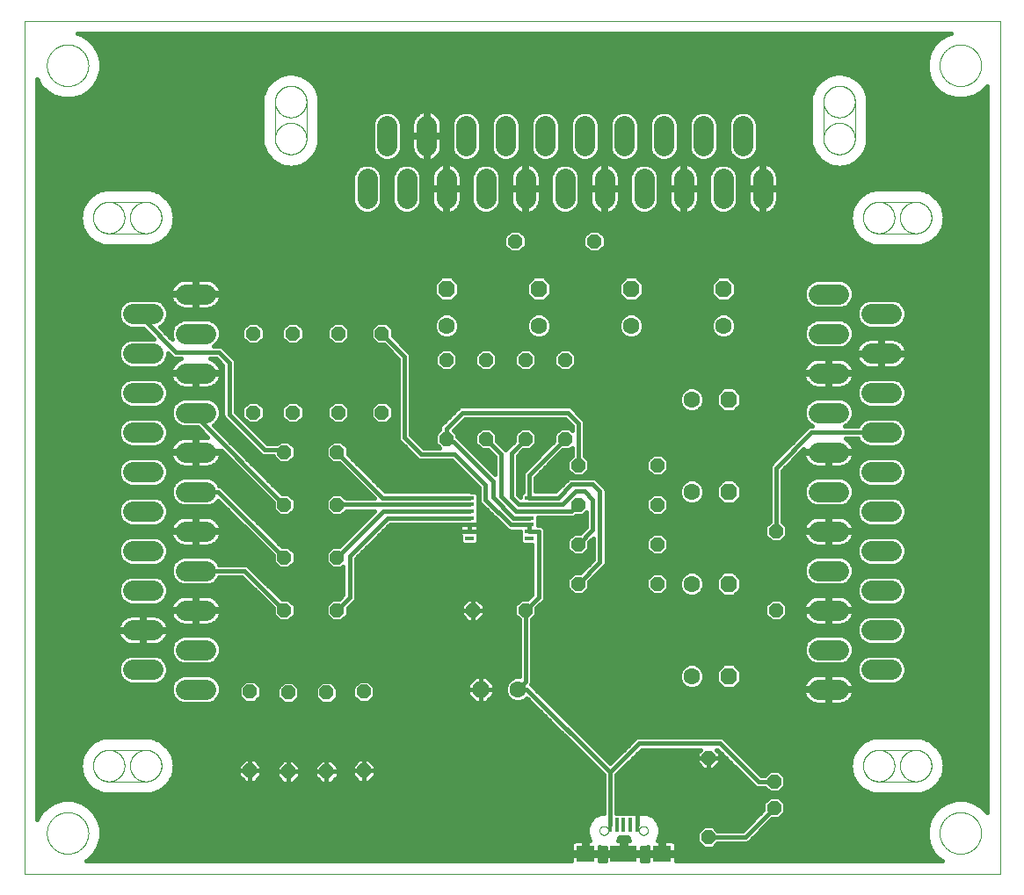
<source format=gtl>
G75*
%MOIN*%
%OFA0B0*%
%FSLAX25Y25*%
%IPPOS*%
%LPD*%
%AMOC8*
5,1,8,0,0,1.08239X$1,22.5*
%
%ADD10C,0.00000*%
%ADD11OC8,0.05200*%
%ADD12OC8,0.06300*%
%ADD13C,0.06300*%
%ADD14R,0.03543X0.01378*%
%ADD15C,0.00009*%
%ADD16C,0.07800*%
%ADD17R,0.01575X0.05709*%
%ADD18R,0.07087X0.05906*%
%ADD19R,0.09843X0.05906*%
%ADD20C,0.01600*%
%ADD21C,0.04000*%
D10*
X0002899Y0013620D02*
X0002899Y0337321D01*
X0372820Y0337321D01*
X0372820Y0013620D01*
X0002899Y0013620D01*
X0011403Y0029053D02*
X0011405Y0029246D01*
X0011412Y0029439D01*
X0011424Y0029632D01*
X0011441Y0029825D01*
X0011462Y0030017D01*
X0011488Y0030208D01*
X0011519Y0030399D01*
X0011554Y0030589D01*
X0011594Y0030778D01*
X0011639Y0030966D01*
X0011688Y0031153D01*
X0011742Y0031339D01*
X0011800Y0031523D01*
X0011863Y0031706D01*
X0011931Y0031887D01*
X0012002Y0032066D01*
X0012079Y0032244D01*
X0012159Y0032420D01*
X0012244Y0032593D01*
X0012333Y0032765D01*
X0012426Y0032934D01*
X0012523Y0033101D01*
X0012625Y0033266D01*
X0012730Y0033428D01*
X0012839Y0033587D01*
X0012953Y0033744D01*
X0013070Y0033897D01*
X0013190Y0034048D01*
X0013315Y0034196D01*
X0013443Y0034341D01*
X0013574Y0034482D01*
X0013709Y0034621D01*
X0013848Y0034756D01*
X0013989Y0034887D01*
X0014134Y0035015D01*
X0014282Y0035140D01*
X0014433Y0035260D01*
X0014586Y0035377D01*
X0014743Y0035491D01*
X0014902Y0035600D01*
X0015064Y0035705D01*
X0015229Y0035807D01*
X0015396Y0035904D01*
X0015565Y0035997D01*
X0015737Y0036086D01*
X0015910Y0036171D01*
X0016086Y0036251D01*
X0016264Y0036328D01*
X0016443Y0036399D01*
X0016624Y0036467D01*
X0016807Y0036530D01*
X0016991Y0036588D01*
X0017177Y0036642D01*
X0017364Y0036691D01*
X0017552Y0036736D01*
X0017741Y0036776D01*
X0017931Y0036811D01*
X0018122Y0036842D01*
X0018313Y0036868D01*
X0018505Y0036889D01*
X0018698Y0036906D01*
X0018891Y0036918D01*
X0019084Y0036925D01*
X0019277Y0036927D01*
X0019470Y0036925D01*
X0019663Y0036918D01*
X0019856Y0036906D01*
X0020049Y0036889D01*
X0020241Y0036868D01*
X0020432Y0036842D01*
X0020623Y0036811D01*
X0020813Y0036776D01*
X0021002Y0036736D01*
X0021190Y0036691D01*
X0021377Y0036642D01*
X0021563Y0036588D01*
X0021747Y0036530D01*
X0021930Y0036467D01*
X0022111Y0036399D01*
X0022290Y0036328D01*
X0022468Y0036251D01*
X0022644Y0036171D01*
X0022817Y0036086D01*
X0022989Y0035997D01*
X0023158Y0035904D01*
X0023325Y0035807D01*
X0023490Y0035705D01*
X0023652Y0035600D01*
X0023811Y0035491D01*
X0023968Y0035377D01*
X0024121Y0035260D01*
X0024272Y0035140D01*
X0024420Y0035015D01*
X0024565Y0034887D01*
X0024706Y0034756D01*
X0024845Y0034621D01*
X0024980Y0034482D01*
X0025111Y0034341D01*
X0025239Y0034196D01*
X0025364Y0034048D01*
X0025484Y0033897D01*
X0025601Y0033744D01*
X0025715Y0033587D01*
X0025824Y0033428D01*
X0025929Y0033266D01*
X0026031Y0033101D01*
X0026128Y0032934D01*
X0026221Y0032765D01*
X0026310Y0032593D01*
X0026395Y0032420D01*
X0026475Y0032244D01*
X0026552Y0032066D01*
X0026623Y0031887D01*
X0026691Y0031706D01*
X0026754Y0031523D01*
X0026812Y0031339D01*
X0026866Y0031153D01*
X0026915Y0030966D01*
X0026960Y0030778D01*
X0027000Y0030589D01*
X0027035Y0030399D01*
X0027066Y0030208D01*
X0027092Y0030017D01*
X0027113Y0029825D01*
X0027130Y0029632D01*
X0027142Y0029439D01*
X0027149Y0029246D01*
X0027151Y0029053D01*
X0027149Y0028860D01*
X0027142Y0028667D01*
X0027130Y0028474D01*
X0027113Y0028281D01*
X0027092Y0028089D01*
X0027066Y0027898D01*
X0027035Y0027707D01*
X0027000Y0027517D01*
X0026960Y0027328D01*
X0026915Y0027140D01*
X0026866Y0026953D01*
X0026812Y0026767D01*
X0026754Y0026583D01*
X0026691Y0026400D01*
X0026623Y0026219D01*
X0026552Y0026040D01*
X0026475Y0025862D01*
X0026395Y0025686D01*
X0026310Y0025513D01*
X0026221Y0025341D01*
X0026128Y0025172D01*
X0026031Y0025005D01*
X0025929Y0024840D01*
X0025824Y0024678D01*
X0025715Y0024519D01*
X0025601Y0024362D01*
X0025484Y0024209D01*
X0025364Y0024058D01*
X0025239Y0023910D01*
X0025111Y0023765D01*
X0024980Y0023624D01*
X0024845Y0023485D01*
X0024706Y0023350D01*
X0024565Y0023219D01*
X0024420Y0023091D01*
X0024272Y0022966D01*
X0024121Y0022846D01*
X0023968Y0022729D01*
X0023811Y0022615D01*
X0023652Y0022506D01*
X0023490Y0022401D01*
X0023325Y0022299D01*
X0023158Y0022202D01*
X0022989Y0022109D01*
X0022817Y0022020D01*
X0022644Y0021935D01*
X0022468Y0021855D01*
X0022290Y0021778D01*
X0022111Y0021707D01*
X0021930Y0021639D01*
X0021747Y0021576D01*
X0021563Y0021518D01*
X0021377Y0021464D01*
X0021190Y0021415D01*
X0021002Y0021370D01*
X0020813Y0021330D01*
X0020623Y0021295D01*
X0020432Y0021264D01*
X0020241Y0021238D01*
X0020049Y0021217D01*
X0019856Y0021200D01*
X0019663Y0021188D01*
X0019470Y0021181D01*
X0019277Y0021179D01*
X0019084Y0021181D01*
X0018891Y0021188D01*
X0018698Y0021200D01*
X0018505Y0021217D01*
X0018313Y0021238D01*
X0018122Y0021264D01*
X0017931Y0021295D01*
X0017741Y0021330D01*
X0017552Y0021370D01*
X0017364Y0021415D01*
X0017177Y0021464D01*
X0016991Y0021518D01*
X0016807Y0021576D01*
X0016624Y0021639D01*
X0016443Y0021707D01*
X0016264Y0021778D01*
X0016086Y0021855D01*
X0015910Y0021935D01*
X0015737Y0022020D01*
X0015565Y0022109D01*
X0015396Y0022202D01*
X0015229Y0022299D01*
X0015064Y0022401D01*
X0014902Y0022506D01*
X0014743Y0022615D01*
X0014586Y0022729D01*
X0014433Y0022846D01*
X0014282Y0022966D01*
X0014134Y0023091D01*
X0013989Y0023219D01*
X0013848Y0023350D01*
X0013709Y0023485D01*
X0013574Y0023624D01*
X0013443Y0023765D01*
X0013315Y0023910D01*
X0013190Y0024058D01*
X0013070Y0024209D01*
X0012953Y0024362D01*
X0012839Y0024519D01*
X0012730Y0024678D01*
X0012625Y0024840D01*
X0012523Y0025005D01*
X0012426Y0025172D01*
X0012333Y0025341D01*
X0012244Y0025513D01*
X0012159Y0025686D01*
X0012079Y0025862D01*
X0012002Y0026040D01*
X0011931Y0026219D01*
X0011863Y0026400D01*
X0011800Y0026583D01*
X0011742Y0026767D01*
X0011688Y0026953D01*
X0011639Y0027140D01*
X0011594Y0027328D01*
X0011554Y0027517D01*
X0011519Y0027707D01*
X0011488Y0027898D01*
X0011462Y0028089D01*
X0011441Y0028281D01*
X0011424Y0028474D01*
X0011412Y0028667D01*
X0011405Y0028860D01*
X0011403Y0029053D01*
X0028949Y0054620D02*
X0028951Y0054774D01*
X0028957Y0054928D01*
X0028967Y0055081D01*
X0028981Y0055234D01*
X0028999Y0055387D01*
X0029020Y0055539D01*
X0029046Y0055691D01*
X0029076Y0055842D01*
X0029109Y0055992D01*
X0029147Y0056141D01*
X0029188Y0056290D01*
X0029233Y0056437D01*
X0029282Y0056583D01*
X0029335Y0056727D01*
X0029391Y0056870D01*
X0029451Y0057012D01*
X0029515Y0057152D01*
X0029582Y0057290D01*
X0029653Y0057427D01*
X0029727Y0057562D01*
X0029805Y0057694D01*
X0029886Y0057825D01*
X0029971Y0057954D01*
X0030058Y0058080D01*
X0030149Y0058204D01*
X0030244Y0058325D01*
X0030341Y0058445D01*
X0030441Y0058561D01*
X0030545Y0058675D01*
X0030651Y0058786D01*
X0030760Y0058895D01*
X0030872Y0059000D01*
X0030987Y0059103D01*
X0031104Y0059203D01*
X0031224Y0059299D01*
X0031346Y0059393D01*
X0031470Y0059483D01*
X0031597Y0059570D01*
X0031726Y0059654D01*
X0031858Y0059734D01*
X0031991Y0059811D01*
X0032126Y0059884D01*
X0032263Y0059954D01*
X0032402Y0060021D01*
X0032542Y0060083D01*
X0032684Y0060142D01*
X0032828Y0060198D01*
X0032973Y0060250D01*
X0033119Y0060297D01*
X0033266Y0060342D01*
X0033415Y0060382D01*
X0033564Y0060418D01*
X0033715Y0060451D01*
X0033866Y0060480D01*
X0034018Y0060504D01*
X0034170Y0060525D01*
X0034323Y0060542D01*
X0034476Y0060555D01*
X0034630Y0060564D01*
X0034784Y0060569D01*
X0034937Y0060570D01*
X0035091Y0060567D01*
X0035245Y0060560D01*
X0035398Y0060549D01*
X0035552Y0060534D01*
X0035704Y0060515D01*
X0035856Y0060492D01*
X0036008Y0060466D01*
X0036159Y0060435D01*
X0036309Y0060401D01*
X0036458Y0060362D01*
X0036605Y0060320D01*
X0036752Y0060274D01*
X0036898Y0060224D01*
X0037042Y0060171D01*
X0037185Y0060113D01*
X0037326Y0060052D01*
X0037466Y0059988D01*
X0037604Y0059920D01*
X0037740Y0059848D01*
X0037874Y0059773D01*
X0038006Y0059694D01*
X0038136Y0059612D01*
X0038264Y0059527D01*
X0038390Y0059438D01*
X0038513Y0059346D01*
X0038634Y0059251D01*
X0038753Y0059153D01*
X0038869Y0059052D01*
X0038982Y0058948D01*
X0039093Y0058841D01*
X0039200Y0058731D01*
X0039305Y0058618D01*
X0039407Y0058503D01*
X0039506Y0058385D01*
X0039602Y0058265D01*
X0039695Y0058142D01*
X0039784Y0058017D01*
X0039870Y0057890D01*
X0039953Y0057760D01*
X0040033Y0057628D01*
X0040109Y0057495D01*
X0040181Y0057359D01*
X0040250Y0057221D01*
X0040316Y0057082D01*
X0040378Y0056941D01*
X0040436Y0056799D01*
X0040490Y0056655D01*
X0040541Y0056510D01*
X0040588Y0056363D01*
X0040631Y0056216D01*
X0040670Y0056067D01*
X0040706Y0055917D01*
X0040737Y0055767D01*
X0040765Y0055615D01*
X0040789Y0055463D01*
X0040809Y0055311D01*
X0040825Y0055158D01*
X0040837Y0055004D01*
X0040845Y0054851D01*
X0040849Y0054697D01*
X0040849Y0054543D01*
X0040845Y0054389D01*
X0040837Y0054236D01*
X0040825Y0054082D01*
X0040809Y0053929D01*
X0040789Y0053777D01*
X0040765Y0053625D01*
X0040737Y0053473D01*
X0040706Y0053323D01*
X0040670Y0053173D01*
X0040631Y0053024D01*
X0040588Y0052877D01*
X0040541Y0052730D01*
X0040490Y0052585D01*
X0040436Y0052441D01*
X0040378Y0052299D01*
X0040316Y0052158D01*
X0040250Y0052019D01*
X0040181Y0051881D01*
X0040109Y0051745D01*
X0040033Y0051612D01*
X0039953Y0051480D01*
X0039870Y0051350D01*
X0039784Y0051223D01*
X0039695Y0051098D01*
X0039602Y0050975D01*
X0039506Y0050855D01*
X0039407Y0050737D01*
X0039305Y0050622D01*
X0039200Y0050509D01*
X0039093Y0050399D01*
X0038982Y0050292D01*
X0038869Y0050188D01*
X0038753Y0050087D01*
X0038634Y0049989D01*
X0038513Y0049894D01*
X0038390Y0049802D01*
X0038264Y0049713D01*
X0038136Y0049628D01*
X0038006Y0049546D01*
X0037874Y0049467D01*
X0037740Y0049392D01*
X0037604Y0049320D01*
X0037466Y0049252D01*
X0037326Y0049188D01*
X0037185Y0049127D01*
X0037042Y0049069D01*
X0036898Y0049016D01*
X0036752Y0048966D01*
X0036605Y0048920D01*
X0036458Y0048878D01*
X0036309Y0048839D01*
X0036159Y0048805D01*
X0036008Y0048774D01*
X0035856Y0048748D01*
X0035704Y0048725D01*
X0035552Y0048706D01*
X0035398Y0048691D01*
X0035245Y0048680D01*
X0035091Y0048673D01*
X0034937Y0048670D01*
X0034784Y0048671D01*
X0034630Y0048676D01*
X0034476Y0048685D01*
X0034323Y0048698D01*
X0034170Y0048715D01*
X0034018Y0048736D01*
X0033866Y0048760D01*
X0033715Y0048789D01*
X0033564Y0048822D01*
X0033415Y0048858D01*
X0033266Y0048898D01*
X0033119Y0048943D01*
X0032973Y0048990D01*
X0032828Y0049042D01*
X0032684Y0049098D01*
X0032542Y0049157D01*
X0032402Y0049219D01*
X0032263Y0049286D01*
X0032126Y0049356D01*
X0031991Y0049429D01*
X0031858Y0049506D01*
X0031726Y0049586D01*
X0031597Y0049670D01*
X0031470Y0049757D01*
X0031346Y0049847D01*
X0031224Y0049941D01*
X0031104Y0050037D01*
X0030987Y0050137D01*
X0030872Y0050240D01*
X0030760Y0050345D01*
X0030651Y0050454D01*
X0030545Y0050565D01*
X0030441Y0050679D01*
X0030341Y0050795D01*
X0030244Y0050915D01*
X0030149Y0051036D01*
X0030058Y0051160D01*
X0029971Y0051286D01*
X0029886Y0051415D01*
X0029805Y0051546D01*
X0029727Y0051678D01*
X0029653Y0051813D01*
X0029582Y0051950D01*
X0029515Y0052088D01*
X0029451Y0052228D01*
X0029391Y0052370D01*
X0029335Y0052513D01*
X0029282Y0052657D01*
X0029233Y0052803D01*
X0029188Y0052950D01*
X0029147Y0053099D01*
X0029109Y0053248D01*
X0029076Y0053398D01*
X0029046Y0053549D01*
X0029020Y0053701D01*
X0028999Y0053853D01*
X0028981Y0054006D01*
X0028967Y0054159D01*
X0028957Y0054312D01*
X0028951Y0054466D01*
X0028949Y0054620D01*
X0034899Y0060620D02*
X0034746Y0060618D01*
X0034593Y0060612D01*
X0034440Y0060602D01*
X0034287Y0060589D01*
X0034135Y0060571D01*
X0033983Y0060550D01*
X0033832Y0060524D01*
X0033682Y0060495D01*
X0033532Y0060462D01*
X0033383Y0060425D01*
X0033235Y0060385D01*
X0033089Y0060340D01*
X0032943Y0060292D01*
X0032799Y0060240D01*
X0032656Y0060185D01*
X0032515Y0060126D01*
X0032375Y0060063D01*
X0032237Y0059997D01*
X0032100Y0059927D01*
X0031966Y0059854D01*
X0031833Y0059777D01*
X0031702Y0059697D01*
X0031574Y0059614D01*
X0031447Y0059528D01*
X0031323Y0059438D01*
X0031201Y0059345D01*
X0031082Y0059249D01*
X0030965Y0059150D01*
X0030850Y0059048D01*
X0030738Y0058943D01*
X0030629Y0058835D01*
X0030523Y0058725D01*
X0030420Y0058612D01*
X0030319Y0058496D01*
X0030222Y0058378D01*
X0030127Y0058257D01*
X0030036Y0058134D01*
X0029948Y0058009D01*
X0029863Y0057881D01*
X0029781Y0057752D01*
X0029703Y0057620D01*
X0029628Y0057486D01*
X0029556Y0057351D01*
X0029488Y0057213D01*
X0029424Y0057074D01*
X0029363Y0056934D01*
X0029306Y0056792D01*
X0029252Y0056648D01*
X0029202Y0056503D01*
X0029156Y0056357D01*
X0029113Y0056210D01*
X0029075Y0056062D01*
X0029040Y0055912D01*
X0029009Y0055762D01*
X0028981Y0055612D01*
X0028958Y0055460D01*
X0028939Y0055308D01*
X0028923Y0055156D01*
X0028911Y0055003D01*
X0028903Y0054850D01*
X0028899Y0054697D01*
X0028899Y0054543D01*
X0028903Y0054390D01*
X0028911Y0054237D01*
X0028923Y0054084D01*
X0028939Y0053932D01*
X0028958Y0053780D01*
X0028981Y0053628D01*
X0029009Y0053478D01*
X0029040Y0053328D01*
X0029075Y0053178D01*
X0029113Y0053030D01*
X0029156Y0052883D01*
X0029202Y0052737D01*
X0029252Y0052592D01*
X0029306Y0052448D01*
X0029363Y0052306D01*
X0029424Y0052166D01*
X0029488Y0052027D01*
X0029556Y0051889D01*
X0029628Y0051754D01*
X0029703Y0051620D01*
X0029781Y0051488D01*
X0029863Y0051359D01*
X0029948Y0051231D01*
X0030036Y0051106D01*
X0030127Y0050983D01*
X0030222Y0050862D01*
X0030319Y0050744D01*
X0030420Y0050628D01*
X0030523Y0050515D01*
X0030629Y0050405D01*
X0030738Y0050297D01*
X0030850Y0050192D01*
X0030965Y0050090D01*
X0031082Y0049991D01*
X0031201Y0049895D01*
X0031323Y0049802D01*
X0031447Y0049712D01*
X0031574Y0049626D01*
X0031702Y0049543D01*
X0031833Y0049463D01*
X0031966Y0049386D01*
X0032100Y0049313D01*
X0032237Y0049243D01*
X0032375Y0049177D01*
X0032515Y0049114D01*
X0032656Y0049055D01*
X0032799Y0049000D01*
X0032943Y0048948D01*
X0033089Y0048900D01*
X0033235Y0048855D01*
X0033383Y0048815D01*
X0033532Y0048778D01*
X0033682Y0048745D01*
X0033832Y0048716D01*
X0033983Y0048690D01*
X0034135Y0048669D01*
X0034287Y0048651D01*
X0034440Y0048638D01*
X0034593Y0048628D01*
X0034746Y0048622D01*
X0034899Y0048620D01*
X0042949Y0054620D02*
X0042951Y0054774D01*
X0042957Y0054928D01*
X0042967Y0055081D01*
X0042981Y0055234D01*
X0042999Y0055387D01*
X0043020Y0055539D01*
X0043046Y0055691D01*
X0043076Y0055842D01*
X0043109Y0055992D01*
X0043147Y0056141D01*
X0043188Y0056290D01*
X0043233Y0056437D01*
X0043282Y0056583D01*
X0043335Y0056727D01*
X0043391Y0056870D01*
X0043451Y0057012D01*
X0043515Y0057152D01*
X0043582Y0057290D01*
X0043653Y0057427D01*
X0043727Y0057562D01*
X0043805Y0057694D01*
X0043886Y0057825D01*
X0043971Y0057954D01*
X0044058Y0058080D01*
X0044149Y0058204D01*
X0044244Y0058325D01*
X0044341Y0058445D01*
X0044441Y0058561D01*
X0044545Y0058675D01*
X0044651Y0058786D01*
X0044760Y0058895D01*
X0044872Y0059000D01*
X0044987Y0059103D01*
X0045104Y0059203D01*
X0045224Y0059299D01*
X0045346Y0059393D01*
X0045470Y0059483D01*
X0045597Y0059570D01*
X0045726Y0059654D01*
X0045858Y0059734D01*
X0045991Y0059811D01*
X0046126Y0059884D01*
X0046263Y0059954D01*
X0046402Y0060021D01*
X0046542Y0060083D01*
X0046684Y0060142D01*
X0046828Y0060198D01*
X0046973Y0060250D01*
X0047119Y0060297D01*
X0047266Y0060342D01*
X0047415Y0060382D01*
X0047564Y0060418D01*
X0047715Y0060451D01*
X0047866Y0060480D01*
X0048018Y0060504D01*
X0048170Y0060525D01*
X0048323Y0060542D01*
X0048476Y0060555D01*
X0048630Y0060564D01*
X0048784Y0060569D01*
X0048937Y0060570D01*
X0049091Y0060567D01*
X0049245Y0060560D01*
X0049398Y0060549D01*
X0049552Y0060534D01*
X0049704Y0060515D01*
X0049856Y0060492D01*
X0050008Y0060466D01*
X0050159Y0060435D01*
X0050309Y0060401D01*
X0050458Y0060362D01*
X0050605Y0060320D01*
X0050752Y0060274D01*
X0050898Y0060224D01*
X0051042Y0060171D01*
X0051185Y0060113D01*
X0051326Y0060052D01*
X0051466Y0059988D01*
X0051604Y0059920D01*
X0051740Y0059848D01*
X0051874Y0059773D01*
X0052006Y0059694D01*
X0052136Y0059612D01*
X0052264Y0059527D01*
X0052390Y0059438D01*
X0052513Y0059346D01*
X0052634Y0059251D01*
X0052753Y0059153D01*
X0052869Y0059052D01*
X0052982Y0058948D01*
X0053093Y0058841D01*
X0053200Y0058731D01*
X0053305Y0058618D01*
X0053407Y0058503D01*
X0053506Y0058385D01*
X0053602Y0058265D01*
X0053695Y0058142D01*
X0053784Y0058017D01*
X0053870Y0057890D01*
X0053953Y0057760D01*
X0054033Y0057628D01*
X0054109Y0057495D01*
X0054181Y0057359D01*
X0054250Y0057221D01*
X0054316Y0057082D01*
X0054378Y0056941D01*
X0054436Y0056799D01*
X0054490Y0056655D01*
X0054541Y0056510D01*
X0054588Y0056363D01*
X0054631Y0056216D01*
X0054670Y0056067D01*
X0054706Y0055917D01*
X0054737Y0055767D01*
X0054765Y0055615D01*
X0054789Y0055463D01*
X0054809Y0055311D01*
X0054825Y0055158D01*
X0054837Y0055004D01*
X0054845Y0054851D01*
X0054849Y0054697D01*
X0054849Y0054543D01*
X0054845Y0054389D01*
X0054837Y0054236D01*
X0054825Y0054082D01*
X0054809Y0053929D01*
X0054789Y0053777D01*
X0054765Y0053625D01*
X0054737Y0053473D01*
X0054706Y0053323D01*
X0054670Y0053173D01*
X0054631Y0053024D01*
X0054588Y0052877D01*
X0054541Y0052730D01*
X0054490Y0052585D01*
X0054436Y0052441D01*
X0054378Y0052299D01*
X0054316Y0052158D01*
X0054250Y0052019D01*
X0054181Y0051881D01*
X0054109Y0051745D01*
X0054033Y0051612D01*
X0053953Y0051480D01*
X0053870Y0051350D01*
X0053784Y0051223D01*
X0053695Y0051098D01*
X0053602Y0050975D01*
X0053506Y0050855D01*
X0053407Y0050737D01*
X0053305Y0050622D01*
X0053200Y0050509D01*
X0053093Y0050399D01*
X0052982Y0050292D01*
X0052869Y0050188D01*
X0052753Y0050087D01*
X0052634Y0049989D01*
X0052513Y0049894D01*
X0052390Y0049802D01*
X0052264Y0049713D01*
X0052136Y0049628D01*
X0052006Y0049546D01*
X0051874Y0049467D01*
X0051740Y0049392D01*
X0051604Y0049320D01*
X0051466Y0049252D01*
X0051326Y0049188D01*
X0051185Y0049127D01*
X0051042Y0049069D01*
X0050898Y0049016D01*
X0050752Y0048966D01*
X0050605Y0048920D01*
X0050458Y0048878D01*
X0050309Y0048839D01*
X0050159Y0048805D01*
X0050008Y0048774D01*
X0049856Y0048748D01*
X0049704Y0048725D01*
X0049552Y0048706D01*
X0049398Y0048691D01*
X0049245Y0048680D01*
X0049091Y0048673D01*
X0048937Y0048670D01*
X0048784Y0048671D01*
X0048630Y0048676D01*
X0048476Y0048685D01*
X0048323Y0048698D01*
X0048170Y0048715D01*
X0048018Y0048736D01*
X0047866Y0048760D01*
X0047715Y0048789D01*
X0047564Y0048822D01*
X0047415Y0048858D01*
X0047266Y0048898D01*
X0047119Y0048943D01*
X0046973Y0048990D01*
X0046828Y0049042D01*
X0046684Y0049098D01*
X0046542Y0049157D01*
X0046402Y0049219D01*
X0046263Y0049286D01*
X0046126Y0049356D01*
X0045991Y0049429D01*
X0045858Y0049506D01*
X0045726Y0049586D01*
X0045597Y0049670D01*
X0045470Y0049757D01*
X0045346Y0049847D01*
X0045224Y0049941D01*
X0045104Y0050037D01*
X0044987Y0050137D01*
X0044872Y0050240D01*
X0044760Y0050345D01*
X0044651Y0050454D01*
X0044545Y0050565D01*
X0044441Y0050679D01*
X0044341Y0050795D01*
X0044244Y0050915D01*
X0044149Y0051036D01*
X0044058Y0051160D01*
X0043971Y0051286D01*
X0043886Y0051415D01*
X0043805Y0051546D01*
X0043727Y0051678D01*
X0043653Y0051813D01*
X0043582Y0051950D01*
X0043515Y0052088D01*
X0043451Y0052228D01*
X0043391Y0052370D01*
X0043335Y0052513D01*
X0043282Y0052657D01*
X0043233Y0052803D01*
X0043188Y0052950D01*
X0043147Y0053099D01*
X0043109Y0053248D01*
X0043076Y0053398D01*
X0043046Y0053549D01*
X0043020Y0053701D01*
X0042999Y0053853D01*
X0042981Y0054006D01*
X0042967Y0054159D01*
X0042957Y0054312D01*
X0042951Y0054466D01*
X0042949Y0054620D01*
X0048899Y0048620D02*
X0049052Y0048622D01*
X0049205Y0048628D01*
X0049358Y0048638D01*
X0049511Y0048651D01*
X0049663Y0048669D01*
X0049815Y0048690D01*
X0049966Y0048716D01*
X0050116Y0048745D01*
X0050266Y0048778D01*
X0050415Y0048815D01*
X0050563Y0048855D01*
X0050709Y0048900D01*
X0050855Y0048948D01*
X0050999Y0049000D01*
X0051142Y0049055D01*
X0051283Y0049114D01*
X0051423Y0049177D01*
X0051561Y0049243D01*
X0051698Y0049313D01*
X0051832Y0049386D01*
X0051965Y0049463D01*
X0052096Y0049543D01*
X0052224Y0049626D01*
X0052351Y0049712D01*
X0052475Y0049802D01*
X0052597Y0049895D01*
X0052716Y0049991D01*
X0052833Y0050090D01*
X0052948Y0050192D01*
X0053060Y0050297D01*
X0053169Y0050405D01*
X0053275Y0050515D01*
X0053378Y0050628D01*
X0053479Y0050744D01*
X0053576Y0050862D01*
X0053671Y0050983D01*
X0053762Y0051106D01*
X0053850Y0051231D01*
X0053935Y0051359D01*
X0054017Y0051488D01*
X0054095Y0051620D01*
X0054170Y0051754D01*
X0054242Y0051889D01*
X0054310Y0052027D01*
X0054374Y0052166D01*
X0054435Y0052306D01*
X0054492Y0052448D01*
X0054546Y0052592D01*
X0054596Y0052737D01*
X0054642Y0052883D01*
X0054685Y0053030D01*
X0054723Y0053178D01*
X0054758Y0053328D01*
X0054789Y0053478D01*
X0054817Y0053628D01*
X0054840Y0053780D01*
X0054859Y0053932D01*
X0054875Y0054084D01*
X0054887Y0054237D01*
X0054895Y0054390D01*
X0054899Y0054543D01*
X0054899Y0054697D01*
X0054895Y0054850D01*
X0054887Y0055003D01*
X0054875Y0055156D01*
X0054859Y0055308D01*
X0054840Y0055460D01*
X0054817Y0055612D01*
X0054789Y0055762D01*
X0054758Y0055912D01*
X0054723Y0056062D01*
X0054685Y0056210D01*
X0054642Y0056357D01*
X0054596Y0056503D01*
X0054546Y0056648D01*
X0054492Y0056792D01*
X0054435Y0056934D01*
X0054374Y0057074D01*
X0054310Y0057213D01*
X0054242Y0057351D01*
X0054170Y0057486D01*
X0054095Y0057620D01*
X0054017Y0057752D01*
X0053935Y0057881D01*
X0053850Y0058009D01*
X0053762Y0058134D01*
X0053671Y0058257D01*
X0053576Y0058378D01*
X0053479Y0058496D01*
X0053378Y0058612D01*
X0053275Y0058725D01*
X0053169Y0058835D01*
X0053060Y0058943D01*
X0052948Y0059048D01*
X0052833Y0059150D01*
X0052716Y0059249D01*
X0052597Y0059345D01*
X0052475Y0059438D01*
X0052351Y0059528D01*
X0052224Y0059614D01*
X0052096Y0059697D01*
X0051965Y0059777D01*
X0051832Y0059854D01*
X0051698Y0059927D01*
X0051561Y0059997D01*
X0051423Y0060063D01*
X0051283Y0060126D01*
X0051142Y0060185D01*
X0050999Y0060240D01*
X0050855Y0060292D01*
X0050709Y0060340D01*
X0050563Y0060385D01*
X0050415Y0060425D01*
X0050266Y0060462D01*
X0050116Y0060495D01*
X0049966Y0060524D01*
X0049815Y0060550D01*
X0049663Y0060571D01*
X0049511Y0060589D01*
X0049358Y0060602D01*
X0049205Y0060612D01*
X0049052Y0060618D01*
X0048899Y0060620D01*
X0220993Y0030008D02*
X0220995Y0030089D01*
X0221001Y0030171D01*
X0221011Y0030252D01*
X0221025Y0030332D01*
X0221042Y0030411D01*
X0221064Y0030490D01*
X0221089Y0030567D01*
X0221118Y0030644D01*
X0221151Y0030718D01*
X0221188Y0030791D01*
X0221227Y0030862D01*
X0221271Y0030931D01*
X0221317Y0030998D01*
X0221367Y0031062D01*
X0221420Y0031124D01*
X0221476Y0031184D01*
X0221534Y0031240D01*
X0221596Y0031294D01*
X0221660Y0031345D01*
X0221726Y0031392D01*
X0221794Y0031436D01*
X0221865Y0031477D01*
X0221937Y0031514D01*
X0222012Y0031548D01*
X0222087Y0031578D01*
X0222165Y0031604D01*
X0222243Y0031627D01*
X0222322Y0031645D01*
X0222402Y0031660D01*
X0222483Y0031671D01*
X0222564Y0031678D01*
X0222646Y0031681D01*
X0222727Y0031680D01*
X0222808Y0031675D01*
X0222889Y0031666D01*
X0222970Y0031653D01*
X0223050Y0031636D01*
X0223128Y0031616D01*
X0223206Y0031591D01*
X0223283Y0031563D01*
X0223358Y0031531D01*
X0223431Y0031496D01*
X0223502Y0031457D01*
X0223572Y0031414D01*
X0223639Y0031369D01*
X0223705Y0031320D01*
X0223767Y0031268D01*
X0223827Y0031212D01*
X0223884Y0031154D01*
X0223939Y0031094D01*
X0223990Y0031030D01*
X0224038Y0030965D01*
X0224083Y0030897D01*
X0224125Y0030827D01*
X0224163Y0030755D01*
X0224198Y0030681D01*
X0224229Y0030606D01*
X0224256Y0030529D01*
X0224279Y0030451D01*
X0224299Y0030372D01*
X0224315Y0030292D01*
X0224327Y0030211D01*
X0224335Y0030130D01*
X0224339Y0030049D01*
X0224339Y0029967D01*
X0224335Y0029886D01*
X0224327Y0029805D01*
X0224315Y0029724D01*
X0224299Y0029644D01*
X0224279Y0029565D01*
X0224256Y0029487D01*
X0224229Y0029410D01*
X0224198Y0029335D01*
X0224163Y0029261D01*
X0224125Y0029189D01*
X0224083Y0029119D01*
X0224038Y0029051D01*
X0223990Y0028986D01*
X0223939Y0028922D01*
X0223884Y0028862D01*
X0223827Y0028804D01*
X0223767Y0028748D01*
X0223705Y0028696D01*
X0223639Y0028647D01*
X0223572Y0028602D01*
X0223503Y0028559D01*
X0223431Y0028520D01*
X0223358Y0028485D01*
X0223283Y0028453D01*
X0223206Y0028425D01*
X0223128Y0028400D01*
X0223050Y0028380D01*
X0222970Y0028363D01*
X0222889Y0028350D01*
X0222808Y0028341D01*
X0222727Y0028336D01*
X0222646Y0028335D01*
X0222564Y0028338D01*
X0222483Y0028345D01*
X0222402Y0028356D01*
X0222322Y0028371D01*
X0222243Y0028389D01*
X0222165Y0028412D01*
X0222087Y0028438D01*
X0222012Y0028468D01*
X0221937Y0028502D01*
X0221865Y0028539D01*
X0221794Y0028580D01*
X0221726Y0028624D01*
X0221660Y0028671D01*
X0221596Y0028722D01*
X0221534Y0028776D01*
X0221476Y0028832D01*
X0221420Y0028892D01*
X0221367Y0028954D01*
X0221317Y0029018D01*
X0221271Y0029085D01*
X0221227Y0029154D01*
X0221188Y0029225D01*
X0221151Y0029298D01*
X0221118Y0029372D01*
X0221089Y0029449D01*
X0221064Y0029526D01*
X0221042Y0029605D01*
X0221025Y0029684D01*
X0221011Y0029764D01*
X0221001Y0029845D01*
X0220995Y0029927D01*
X0220993Y0030008D01*
X0235954Y0030008D02*
X0235956Y0030089D01*
X0235962Y0030171D01*
X0235972Y0030252D01*
X0235986Y0030332D01*
X0236003Y0030411D01*
X0236025Y0030490D01*
X0236050Y0030567D01*
X0236079Y0030644D01*
X0236112Y0030718D01*
X0236149Y0030791D01*
X0236188Y0030862D01*
X0236232Y0030931D01*
X0236278Y0030998D01*
X0236328Y0031062D01*
X0236381Y0031124D01*
X0236437Y0031184D01*
X0236495Y0031240D01*
X0236557Y0031294D01*
X0236621Y0031345D01*
X0236687Y0031392D01*
X0236755Y0031436D01*
X0236826Y0031477D01*
X0236898Y0031514D01*
X0236973Y0031548D01*
X0237048Y0031578D01*
X0237126Y0031604D01*
X0237204Y0031627D01*
X0237283Y0031645D01*
X0237363Y0031660D01*
X0237444Y0031671D01*
X0237525Y0031678D01*
X0237607Y0031681D01*
X0237688Y0031680D01*
X0237769Y0031675D01*
X0237850Y0031666D01*
X0237931Y0031653D01*
X0238011Y0031636D01*
X0238089Y0031616D01*
X0238167Y0031591D01*
X0238244Y0031563D01*
X0238319Y0031531D01*
X0238392Y0031496D01*
X0238463Y0031457D01*
X0238533Y0031414D01*
X0238600Y0031369D01*
X0238666Y0031320D01*
X0238728Y0031268D01*
X0238788Y0031212D01*
X0238845Y0031154D01*
X0238900Y0031094D01*
X0238951Y0031030D01*
X0238999Y0030965D01*
X0239044Y0030897D01*
X0239086Y0030827D01*
X0239124Y0030755D01*
X0239159Y0030681D01*
X0239190Y0030606D01*
X0239217Y0030529D01*
X0239240Y0030451D01*
X0239260Y0030372D01*
X0239276Y0030292D01*
X0239288Y0030211D01*
X0239296Y0030130D01*
X0239300Y0030049D01*
X0239300Y0029967D01*
X0239296Y0029886D01*
X0239288Y0029805D01*
X0239276Y0029724D01*
X0239260Y0029644D01*
X0239240Y0029565D01*
X0239217Y0029487D01*
X0239190Y0029410D01*
X0239159Y0029335D01*
X0239124Y0029261D01*
X0239086Y0029189D01*
X0239044Y0029119D01*
X0238999Y0029051D01*
X0238951Y0028986D01*
X0238900Y0028922D01*
X0238845Y0028862D01*
X0238788Y0028804D01*
X0238728Y0028748D01*
X0238666Y0028696D01*
X0238600Y0028647D01*
X0238533Y0028602D01*
X0238464Y0028559D01*
X0238392Y0028520D01*
X0238319Y0028485D01*
X0238244Y0028453D01*
X0238167Y0028425D01*
X0238089Y0028400D01*
X0238011Y0028380D01*
X0237931Y0028363D01*
X0237850Y0028350D01*
X0237769Y0028341D01*
X0237688Y0028336D01*
X0237607Y0028335D01*
X0237525Y0028338D01*
X0237444Y0028345D01*
X0237363Y0028356D01*
X0237283Y0028371D01*
X0237204Y0028389D01*
X0237126Y0028412D01*
X0237048Y0028438D01*
X0236973Y0028468D01*
X0236898Y0028502D01*
X0236826Y0028539D01*
X0236755Y0028580D01*
X0236687Y0028624D01*
X0236621Y0028671D01*
X0236557Y0028722D01*
X0236495Y0028776D01*
X0236437Y0028832D01*
X0236381Y0028892D01*
X0236328Y0028954D01*
X0236278Y0029018D01*
X0236232Y0029085D01*
X0236188Y0029154D01*
X0236149Y0029225D01*
X0236112Y0029298D01*
X0236079Y0029372D01*
X0236050Y0029449D01*
X0236025Y0029526D01*
X0236003Y0029605D01*
X0235986Y0029684D01*
X0235972Y0029764D01*
X0235962Y0029845D01*
X0235956Y0029927D01*
X0235954Y0030008D01*
X0320949Y0054620D02*
X0320951Y0054774D01*
X0320957Y0054928D01*
X0320967Y0055081D01*
X0320981Y0055234D01*
X0320999Y0055387D01*
X0321020Y0055539D01*
X0321046Y0055691D01*
X0321076Y0055842D01*
X0321109Y0055992D01*
X0321147Y0056141D01*
X0321188Y0056290D01*
X0321233Y0056437D01*
X0321282Y0056583D01*
X0321335Y0056727D01*
X0321391Y0056870D01*
X0321451Y0057012D01*
X0321515Y0057152D01*
X0321582Y0057290D01*
X0321653Y0057427D01*
X0321727Y0057562D01*
X0321805Y0057694D01*
X0321886Y0057825D01*
X0321971Y0057954D01*
X0322058Y0058080D01*
X0322149Y0058204D01*
X0322244Y0058325D01*
X0322341Y0058445D01*
X0322441Y0058561D01*
X0322545Y0058675D01*
X0322651Y0058786D01*
X0322760Y0058895D01*
X0322872Y0059000D01*
X0322987Y0059103D01*
X0323104Y0059203D01*
X0323224Y0059299D01*
X0323346Y0059393D01*
X0323470Y0059483D01*
X0323597Y0059570D01*
X0323726Y0059654D01*
X0323858Y0059734D01*
X0323991Y0059811D01*
X0324126Y0059884D01*
X0324263Y0059954D01*
X0324402Y0060021D01*
X0324542Y0060083D01*
X0324684Y0060142D01*
X0324828Y0060198D01*
X0324973Y0060250D01*
X0325119Y0060297D01*
X0325266Y0060342D01*
X0325415Y0060382D01*
X0325564Y0060418D01*
X0325715Y0060451D01*
X0325866Y0060480D01*
X0326018Y0060504D01*
X0326170Y0060525D01*
X0326323Y0060542D01*
X0326476Y0060555D01*
X0326630Y0060564D01*
X0326784Y0060569D01*
X0326937Y0060570D01*
X0327091Y0060567D01*
X0327245Y0060560D01*
X0327398Y0060549D01*
X0327552Y0060534D01*
X0327704Y0060515D01*
X0327856Y0060492D01*
X0328008Y0060466D01*
X0328159Y0060435D01*
X0328309Y0060401D01*
X0328458Y0060362D01*
X0328605Y0060320D01*
X0328752Y0060274D01*
X0328898Y0060224D01*
X0329042Y0060171D01*
X0329185Y0060113D01*
X0329326Y0060052D01*
X0329466Y0059988D01*
X0329604Y0059920D01*
X0329740Y0059848D01*
X0329874Y0059773D01*
X0330006Y0059694D01*
X0330136Y0059612D01*
X0330264Y0059527D01*
X0330390Y0059438D01*
X0330513Y0059346D01*
X0330634Y0059251D01*
X0330753Y0059153D01*
X0330869Y0059052D01*
X0330982Y0058948D01*
X0331093Y0058841D01*
X0331200Y0058731D01*
X0331305Y0058618D01*
X0331407Y0058503D01*
X0331506Y0058385D01*
X0331602Y0058265D01*
X0331695Y0058142D01*
X0331784Y0058017D01*
X0331870Y0057890D01*
X0331953Y0057760D01*
X0332033Y0057628D01*
X0332109Y0057495D01*
X0332181Y0057359D01*
X0332250Y0057221D01*
X0332316Y0057082D01*
X0332378Y0056941D01*
X0332436Y0056799D01*
X0332490Y0056655D01*
X0332541Y0056510D01*
X0332588Y0056363D01*
X0332631Y0056216D01*
X0332670Y0056067D01*
X0332706Y0055917D01*
X0332737Y0055767D01*
X0332765Y0055615D01*
X0332789Y0055463D01*
X0332809Y0055311D01*
X0332825Y0055158D01*
X0332837Y0055004D01*
X0332845Y0054851D01*
X0332849Y0054697D01*
X0332849Y0054543D01*
X0332845Y0054389D01*
X0332837Y0054236D01*
X0332825Y0054082D01*
X0332809Y0053929D01*
X0332789Y0053777D01*
X0332765Y0053625D01*
X0332737Y0053473D01*
X0332706Y0053323D01*
X0332670Y0053173D01*
X0332631Y0053024D01*
X0332588Y0052877D01*
X0332541Y0052730D01*
X0332490Y0052585D01*
X0332436Y0052441D01*
X0332378Y0052299D01*
X0332316Y0052158D01*
X0332250Y0052019D01*
X0332181Y0051881D01*
X0332109Y0051745D01*
X0332033Y0051612D01*
X0331953Y0051480D01*
X0331870Y0051350D01*
X0331784Y0051223D01*
X0331695Y0051098D01*
X0331602Y0050975D01*
X0331506Y0050855D01*
X0331407Y0050737D01*
X0331305Y0050622D01*
X0331200Y0050509D01*
X0331093Y0050399D01*
X0330982Y0050292D01*
X0330869Y0050188D01*
X0330753Y0050087D01*
X0330634Y0049989D01*
X0330513Y0049894D01*
X0330390Y0049802D01*
X0330264Y0049713D01*
X0330136Y0049628D01*
X0330006Y0049546D01*
X0329874Y0049467D01*
X0329740Y0049392D01*
X0329604Y0049320D01*
X0329466Y0049252D01*
X0329326Y0049188D01*
X0329185Y0049127D01*
X0329042Y0049069D01*
X0328898Y0049016D01*
X0328752Y0048966D01*
X0328605Y0048920D01*
X0328458Y0048878D01*
X0328309Y0048839D01*
X0328159Y0048805D01*
X0328008Y0048774D01*
X0327856Y0048748D01*
X0327704Y0048725D01*
X0327552Y0048706D01*
X0327398Y0048691D01*
X0327245Y0048680D01*
X0327091Y0048673D01*
X0326937Y0048670D01*
X0326784Y0048671D01*
X0326630Y0048676D01*
X0326476Y0048685D01*
X0326323Y0048698D01*
X0326170Y0048715D01*
X0326018Y0048736D01*
X0325866Y0048760D01*
X0325715Y0048789D01*
X0325564Y0048822D01*
X0325415Y0048858D01*
X0325266Y0048898D01*
X0325119Y0048943D01*
X0324973Y0048990D01*
X0324828Y0049042D01*
X0324684Y0049098D01*
X0324542Y0049157D01*
X0324402Y0049219D01*
X0324263Y0049286D01*
X0324126Y0049356D01*
X0323991Y0049429D01*
X0323858Y0049506D01*
X0323726Y0049586D01*
X0323597Y0049670D01*
X0323470Y0049757D01*
X0323346Y0049847D01*
X0323224Y0049941D01*
X0323104Y0050037D01*
X0322987Y0050137D01*
X0322872Y0050240D01*
X0322760Y0050345D01*
X0322651Y0050454D01*
X0322545Y0050565D01*
X0322441Y0050679D01*
X0322341Y0050795D01*
X0322244Y0050915D01*
X0322149Y0051036D01*
X0322058Y0051160D01*
X0321971Y0051286D01*
X0321886Y0051415D01*
X0321805Y0051546D01*
X0321727Y0051678D01*
X0321653Y0051813D01*
X0321582Y0051950D01*
X0321515Y0052088D01*
X0321451Y0052228D01*
X0321391Y0052370D01*
X0321335Y0052513D01*
X0321282Y0052657D01*
X0321233Y0052803D01*
X0321188Y0052950D01*
X0321147Y0053099D01*
X0321109Y0053248D01*
X0321076Y0053398D01*
X0321046Y0053549D01*
X0321020Y0053701D01*
X0320999Y0053853D01*
X0320981Y0054006D01*
X0320967Y0054159D01*
X0320957Y0054312D01*
X0320951Y0054466D01*
X0320949Y0054620D01*
X0326899Y0060620D02*
X0326746Y0060618D01*
X0326593Y0060612D01*
X0326440Y0060602D01*
X0326287Y0060589D01*
X0326135Y0060571D01*
X0325983Y0060550D01*
X0325832Y0060524D01*
X0325682Y0060495D01*
X0325532Y0060462D01*
X0325383Y0060425D01*
X0325235Y0060385D01*
X0325089Y0060340D01*
X0324943Y0060292D01*
X0324799Y0060240D01*
X0324656Y0060185D01*
X0324515Y0060126D01*
X0324375Y0060063D01*
X0324237Y0059997D01*
X0324100Y0059927D01*
X0323966Y0059854D01*
X0323833Y0059777D01*
X0323702Y0059697D01*
X0323574Y0059614D01*
X0323447Y0059528D01*
X0323323Y0059438D01*
X0323201Y0059345D01*
X0323082Y0059249D01*
X0322965Y0059150D01*
X0322850Y0059048D01*
X0322738Y0058943D01*
X0322629Y0058835D01*
X0322523Y0058725D01*
X0322420Y0058612D01*
X0322319Y0058496D01*
X0322222Y0058378D01*
X0322127Y0058257D01*
X0322036Y0058134D01*
X0321948Y0058009D01*
X0321863Y0057881D01*
X0321781Y0057752D01*
X0321703Y0057620D01*
X0321628Y0057486D01*
X0321556Y0057351D01*
X0321488Y0057213D01*
X0321424Y0057074D01*
X0321363Y0056934D01*
X0321306Y0056792D01*
X0321252Y0056648D01*
X0321202Y0056503D01*
X0321156Y0056357D01*
X0321113Y0056210D01*
X0321075Y0056062D01*
X0321040Y0055912D01*
X0321009Y0055762D01*
X0320981Y0055612D01*
X0320958Y0055460D01*
X0320939Y0055308D01*
X0320923Y0055156D01*
X0320911Y0055003D01*
X0320903Y0054850D01*
X0320899Y0054697D01*
X0320899Y0054543D01*
X0320903Y0054390D01*
X0320911Y0054237D01*
X0320923Y0054084D01*
X0320939Y0053932D01*
X0320958Y0053780D01*
X0320981Y0053628D01*
X0321009Y0053478D01*
X0321040Y0053328D01*
X0321075Y0053178D01*
X0321113Y0053030D01*
X0321156Y0052883D01*
X0321202Y0052737D01*
X0321252Y0052592D01*
X0321306Y0052448D01*
X0321363Y0052306D01*
X0321424Y0052166D01*
X0321488Y0052027D01*
X0321556Y0051889D01*
X0321628Y0051754D01*
X0321703Y0051620D01*
X0321781Y0051488D01*
X0321863Y0051359D01*
X0321948Y0051231D01*
X0322036Y0051106D01*
X0322127Y0050983D01*
X0322222Y0050862D01*
X0322319Y0050744D01*
X0322420Y0050628D01*
X0322523Y0050515D01*
X0322629Y0050405D01*
X0322738Y0050297D01*
X0322850Y0050192D01*
X0322965Y0050090D01*
X0323082Y0049991D01*
X0323201Y0049895D01*
X0323323Y0049802D01*
X0323447Y0049712D01*
X0323574Y0049626D01*
X0323702Y0049543D01*
X0323833Y0049463D01*
X0323966Y0049386D01*
X0324100Y0049313D01*
X0324237Y0049243D01*
X0324375Y0049177D01*
X0324515Y0049114D01*
X0324656Y0049055D01*
X0324799Y0049000D01*
X0324943Y0048948D01*
X0325089Y0048900D01*
X0325235Y0048855D01*
X0325383Y0048815D01*
X0325532Y0048778D01*
X0325682Y0048745D01*
X0325832Y0048716D01*
X0325983Y0048690D01*
X0326135Y0048669D01*
X0326287Y0048651D01*
X0326440Y0048638D01*
X0326593Y0048628D01*
X0326746Y0048622D01*
X0326899Y0048620D01*
X0334949Y0054620D02*
X0334951Y0054774D01*
X0334957Y0054928D01*
X0334967Y0055081D01*
X0334981Y0055234D01*
X0334999Y0055387D01*
X0335020Y0055539D01*
X0335046Y0055691D01*
X0335076Y0055842D01*
X0335109Y0055992D01*
X0335147Y0056141D01*
X0335188Y0056290D01*
X0335233Y0056437D01*
X0335282Y0056583D01*
X0335335Y0056727D01*
X0335391Y0056870D01*
X0335451Y0057012D01*
X0335515Y0057152D01*
X0335582Y0057290D01*
X0335653Y0057427D01*
X0335727Y0057562D01*
X0335805Y0057694D01*
X0335886Y0057825D01*
X0335971Y0057954D01*
X0336058Y0058080D01*
X0336149Y0058204D01*
X0336244Y0058325D01*
X0336341Y0058445D01*
X0336441Y0058561D01*
X0336545Y0058675D01*
X0336651Y0058786D01*
X0336760Y0058895D01*
X0336872Y0059000D01*
X0336987Y0059103D01*
X0337104Y0059203D01*
X0337224Y0059299D01*
X0337346Y0059393D01*
X0337470Y0059483D01*
X0337597Y0059570D01*
X0337726Y0059654D01*
X0337858Y0059734D01*
X0337991Y0059811D01*
X0338126Y0059884D01*
X0338263Y0059954D01*
X0338402Y0060021D01*
X0338542Y0060083D01*
X0338684Y0060142D01*
X0338828Y0060198D01*
X0338973Y0060250D01*
X0339119Y0060297D01*
X0339266Y0060342D01*
X0339415Y0060382D01*
X0339564Y0060418D01*
X0339715Y0060451D01*
X0339866Y0060480D01*
X0340018Y0060504D01*
X0340170Y0060525D01*
X0340323Y0060542D01*
X0340476Y0060555D01*
X0340630Y0060564D01*
X0340784Y0060569D01*
X0340937Y0060570D01*
X0341091Y0060567D01*
X0341245Y0060560D01*
X0341398Y0060549D01*
X0341552Y0060534D01*
X0341704Y0060515D01*
X0341856Y0060492D01*
X0342008Y0060466D01*
X0342159Y0060435D01*
X0342309Y0060401D01*
X0342458Y0060362D01*
X0342605Y0060320D01*
X0342752Y0060274D01*
X0342898Y0060224D01*
X0343042Y0060171D01*
X0343185Y0060113D01*
X0343326Y0060052D01*
X0343466Y0059988D01*
X0343604Y0059920D01*
X0343740Y0059848D01*
X0343874Y0059773D01*
X0344006Y0059694D01*
X0344136Y0059612D01*
X0344264Y0059527D01*
X0344390Y0059438D01*
X0344513Y0059346D01*
X0344634Y0059251D01*
X0344753Y0059153D01*
X0344869Y0059052D01*
X0344982Y0058948D01*
X0345093Y0058841D01*
X0345200Y0058731D01*
X0345305Y0058618D01*
X0345407Y0058503D01*
X0345506Y0058385D01*
X0345602Y0058265D01*
X0345695Y0058142D01*
X0345784Y0058017D01*
X0345870Y0057890D01*
X0345953Y0057760D01*
X0346033Y0057628D01*
X0346109Y0057495D01*
X0346181Y0057359D01*
X0346250Y0057221D01*
X0346316Y0057082D01*
X0346378Y0056941D01*
X0346436Y0056799D01*
X0346490Y0056655D01*
X0346541Y0056510D01*
X0346588Y0056363D01*
X0346631Y0056216D01*
X0346670Y0056067D01*
X0346706Y0055917D01*
X0346737Y0055767D01*
X0346765Y0055615D01*
X0346789Y0055463D01*
X0346809Y0055311D01*
X0346825Y0055158D01*
X0346837Y0055004D01*
X0346845Y0054851D01*
X0346849Y0054697D01*
X0346849Y0054543D01*
X0346845Y0054389D01*
X0346837Y0054236D01*
X0346825Y0054082D01*
X0346809Y0053929D01*
X0346789Y0053777D01*
X0346765Y0053625D01*
X0346737Y0053473D01*
X0346706Y0053323D01*
X0346670Y0053173D01*
X0346631Y0053024D01*
X0346588Y0052877D01*
X0346541Y0052730D01*
X0346490Y0052585D01*
X0346436Y0052441D01*
X0346378Y0052299D01*
X0346316Y0052158D01*
X0346250Y0052019D01*
X0346181Y0051881D01*
X0346109Y0051745D01*
X0346033Y0051612D01*
X0345953Y0051480D01*
X0345870Y0051350D01*
X0345784Y0051223D01*
X0345695Y0051098D01*
X0345602Y0050975D01*
X0345506Y0050855D01*
X0345407Y0050737D01*
X0345305Y0050622D01*
X0345200Y0050509D01*
X0345093Y0050399D01*
X0344982Y0050292D01*
X0344869Y0050188D01*
X0344753Y0050087D01*
X0344634Y0049989D01*
X0344513Y0049894D01*
X0344390Y0049802D01*
X0344264Y0049713D01*
X0344136Y0049628D01*
X0344006Y0049546D01*
X0343874Y0049467D01*
X0343740Y0049392D01*
X0343604Y0049320D01*
X0343466Y0049252D01*
X0343326Y0049188D01*
X0343185Y0049127D01*
X0343042Y0049069D01*
X0342898Y0049016D01*
X0342752Y0048966D01*
X0342605Y0048920D01*
X0342458Y0048878D01*
X0342309Y0048839D01*
X0342159Y0048805D01*
X0342008Y0048774D01*
X0341856Y0048748D01*
X0341704Y0048725D01*
X0341552Y0048706D01*
X0341398Y0048691D01*
X0341245Y0048680D01*
X0341091Y0048673D01*
X0340937Y0048670D01*
X0340784Y0048671D01*
X0340630Y0048676D01*
X0340476Y0048685D01*
X0340323Y0048698D01*
X0340170Y0048715D01*
X0340018Y0048736D01*
X0339866Y0048760D01*
X0339715Y0048789D01*
X0339564Y0048822D01*
X0339415Y0048858D01*
X0339266Y0048898D01*
X0339119Y0048943D01*
X0338973Y0048990D01*
X0338828Y0049042D01*
X0338684Y0049098D01*
X0338542Y0049157D01*
X0338402Y0049219D01*
X0338263Y0049286D01*
X0338126Y0049356D01*
X0337991Y0049429D01*
X0337858Y0049506D01*
X0337726Y0049586D01*
X0337597Y0049670D01*
X0337470Y0049757D01*
X0337346Y0049847D01*
X0337224Y0049941D01*
X0337104Y0050037D01*
X0336987Y0050137D01*
X0336872Y0050240D01*
X0336760Y0050345D01*
X0336651Y0050454D01*
X0336545Y0050565D01*
X0336441Y0050679D01*
X0336341Y0050795D01*
X0336244Y0050915D01*
X0336149Y0051036D01*
X0336058Y0051160D01*
X0335971Y0051286D01*
X0335886Y0051415D01*
X0335805Y0051546D01*
X0335727Y0051678D01*
X0335653Y0051813D01*
X0335582Y0051950D01*
X0335515Y0052088D01*
X0335451Y0052228D01*
X0335391Y0052370D01*
X0335335Y0052513D01*
X0335282Y0052657D01*
X0335233Y0052803D01*
X0335188Y0052950D01*
X0335147Y0053099D01*
X0335109Y0053248D01*
X0335076Y0053398D01*
X0335046Y0053549D01*
X0335020Y0053701D01*
X0334999Y0053853D01*
X0334981Y0054006D01*
X0334967Y0054159D01*
X0334957Y0054312D01*
X0334951Y0054466D01*
X0334949Y0054620D01*
X0340899Y0048620D02*
X0341052Y0048622D01*
X0341205Y0048628D01*
X0341358Y0048638D01*
X0341511Y0048651D01*
X0341663Y0048669D01*
X0341815Y0048690D01*
X0341966Y0048716D01*
X0342116Y0048745D01*
X0342266Y0048778D01*
X0342415Y0048815D01*
X0342563Y0048855D01*
X0342709Y0048900D01*
X0342855Y0048948D01*
X0342999Y0049000D01*
X0343142Y0049055D01*
X0343283Y0049114D01*
X0343423Y0049177D01*
X0343561Y0049243D01*
X0343698Y0049313D01*
X0343832Y0049386D01*
X0343965Y0049463D01*
X0344096Y0049543D01*
X0344224Y0049626D01*
X0344351Y0049712D01*
X0344475Y0049802D01*
X0344597Y0049895D01*
X0344716Y0049991D01*
X0344833Y0050090D01*
X0344948Y0050192D01*
X0345060Y0050297D01*
X0345169Y0050405D01*
X0345275Y0050515D01*
X0345378Y0050628D01*
X0345479Y0050744D01*
X0345576Y0050862D01*
X0345671Y0050983D01*
X0345762Y0051106D01*
X0345850Y0051231D01*
X0345935Y0051359D01*
X0346017Y0051488D01*
X0346095Y0051620D01*
X0346170Y0051754D01*
X0346242Y0051889D01*
X0346310Y0052027D01*
X0346374Y0052166D01*
X0346435Y0052306D01*
X0346492Y0052448D01*
X0346546Y0052592D01*
X0346596Y0052737D01*
X0346642Y0052883D01*
X0346685Y0053030D01*
X0346723Y0053178D01*
X0346758Y0053328D01*
X0346789Y0053478D01*
X0346817Y0053628D01*
X0346840Y0053780D01*
X0346859Y0053932D01*
X0346875Y0054084D01*
X0346887Y0054237D01*
X0346895Y0054390D01*
X0346899Y0054543D01*
X0346899Y0054697D01*
X0346895Y0054850D01*
X0346887Y0055003D01*
X0346875Y0055156D01*
X0346859Y0055308D01*
X0346840Y0055460D01*
X0346817Y0055612D01*
X0346789Y0055762D01*
X0346758Y0055912D01*
X0346723Y0056062D01*
X0346685Y0056210D01*
X0346642Y0056357D01*
X0346596Y0056503D01*
X0346546Y0056648D01*
X0346492Y0056792D01*
X0346435Y0056934D01*
X0346374Y0057074D01*
X0346310Y0057213D01*
X0346242Y0057351D01*
X0346170Y0057486D01*
X0346095Y0057620D01*
X0346017Y0057752D01*
X0345935Y0057881D01*
X0345850Y0058009D01*
X0345762Y0058134D01*
X0345671Y0058257D01*
X0345576Y0058378D01*
X0345479Y0058496D01*
X0345378Y0058612D01*
X0345275Y0058725D01*
X0345169Y0058835D01*
X0345060Y0058943D01*
X0344948Y0059048D01*
X0344833Y0059150D01*
X0344716Y0059249D01*
X0344597Y0059345D01*
X0344475Y0059438D01*
X0344351Y0059528D01*
X0344224Y0059614D01*
X0344096Y0059697D01*
X0343965Y0059777D01*
X0343832Y0059854D01*
X0343698Y0059927D01*
X0343561Y0059997D01*
X0343423Y0060063D01*
X0343283Y0060126D01*
X0343142Y0060185D01*
X0342999Y0060240D01*
X0342855Y0060292D01*
X0342709Y0060340D01*
X0342563Y0060385D01*
X0342415Y0060425D01*
X0342266Y0060462D01*
X0342116Y0060495D01*
X0341966Y0060524D01*
X0341815Y0060550D01*
X0341663Y0060571D01*
X0341511Y0060589D01*
X0341358Y0060602D01*
X0341205Y0060612D01*
X0341052Y0060618D01*
X0340899Y0060620D01*
X0349985Y0029053D02*
X0349987Y0029246D01*
X0349994Y0029439D01*
X0350006Y0029632D01*
X0350023Y0029825D01*
X0350044Y0030017D01*
X0350070Y0030208D01*
X0350101Y0030399D01*
X0350136Y0030589D01*
X0350176Y0030778D01*
X0350221Y0030966D01*
X0350270Y0031153D01*
X0350324Y0031339D01*
X0350382Y0031523D01*
X0350445Y0031706D01*
X0350513Y0031887D01*
X0350584Y0032066D01*
X0350661Y0032244D01*
X0350741Y0032420D01*
X0350826Y0032593D01*
X0350915Y0032765D01*
X0351008Y0032934D01*
X0351105Y0033101D01*
X0351207Y0033266D01*
X0351312Y0033428D01*
X0351421Y0033587D01*
X0351535Y0033744D01*
X0351652Y0033897D01*
X0351772Y0034048D01*
X0351897Y0034196D01*
X0352025Y0034341D01*
X0352156Y0034482D01*
X0352291Y0034621D01*
X0352430Y0034756D01*
X0352571Y0034887D01*
X0352716Y0035015D01*
X0352864Y0035140D01*
X0353015Y0035260D01*
X0353168Y0035377D01*
X0353325Y0035491D01*
X0353484Y0035600D01*
X0353646Y0035705D01*
X0353811Y0035807D01*
X0353978Y0035904D01*
X0354147Y0035997D01*
X0354319Y0036086D01*
X0354492Y0036171D01*
X0354668Y0036251D01*
X0354846Y0036328D01*
X0355025Y0036399D01*
X0355206Y0036467D01*
X0355389Y0036530D01*
X0355573Y0036588D01*
X0355759Y0036642D01*
X0355946Y0036691D01*
X0356134Y0036736D01*
X0356323Y0036776D01*
X0356513Y0036811D01*
X0356704Y0036842D01*
X0356895Y0036868D01*
X0357087Y0036889D01*
X0357280Y0036906D01*
X0357473Y0036918D01*
X0357666Y0036925D01*
X0357859Y0036927D01*
X0358052Y0036925D01*
X0358245Y0036918D01*
X0358438Y0036906D01*
X0358631Y0036889D01*
X0358823Y0036868D01*
X0359014Y0036842D01*
X0359205Y0036811D01*
X0359395Y0036776D01*
X0359584Y0036736D01*
X0359772Y0036691D01*
X0359959Y0036642D01*
X0360145Y0036588D01*
X0360329Y0036530D01*
X0360512Y0036467D01*
X0360693Y0036399D01*
X0360872Y0036328D01*
X0361050Y0036251D01*
X0361226Y0036171D01*
X0361399Y0036086D01*
X0361571Y0035997D01*
X0361740Y0035904D01*
X0361907Y0035807D01*
X0362072Y0035705D01*
X0362234Y0035600D01*
X0362393Y0035491D01*
X0362550Y0035377D01*
X0362703Y0035260D01*
X0362854Y0035140D01*
X0363002Y0035015D01*
X0363147Y0034887D01*
X0363288Y0034756D01*
X0363427Y0034621D01*
X0363562Y0034482D01*
X0363693Y0034341D01*
X0363821Y0034196D01*
X0363946Y0034048D01*
X0364066Y0033897D01*
X0364183Y0033744D01*
X0364297Y0033587D01*
X0364406Y0033428D01*
X0364511Y0033266D01*
X0364613Y0033101D01*
X0364710Y0032934D01*
X0364803Y0032765D01*
X0364892Y0032593D01*
X0364977Y0032420D01*
X0365057Y0032244D01*
X0365134Y0032066D01*
X0365205Y0031887D01*
X0365273Y0031706D01*
X0365336Y0031523D01*
X0365394Y0031339D01*
X0365448Y0031153D01*
X0365497Y0030966D01*
X0365542Y0030778D01*
X0365582Y0030589D01*
X0365617Y0030399D01*
X0365648Y0030208D01*
X0365674Y0030017D01*
X0365695Y0029825D01*
X0365712Y0029632D01*
X0365724Y0029439D01*
X0365731Y0029246D01*
X0365733Y0029053D01*
X0365731Y0028860D01*
X0365724Y0028667D01*
X0365712Y0028474D01*
X0365695Y0028281D01*
X0365674Y0028089D01*
X0365648Y0027898D01*
X0365617Y0027707D01*
X0365582Y0027517D01*
X0365542Y0027328D01*
X0365497Y0027140D01*
X0365448Y0026953D01*
X0365394Y0026767D01*
X0365336Y0026583D01*
X0365273Y0026400D01*
X0365205Y0026219D01*
X0365134Y0026040D01*
X0365057Y0025862D01*
X0364977Y0025686D01*
X0364892Y0025513D01*
X0364803Y0025341D01*
X0364710Y0025172D01*
X0364613Y0025005D01*
X0364511Y0024840D01*
X0364406Y0024678D01*
X0364297Y0024519D01*
X0364183Y0024362D01*
X0364066Y0024209D01*
X0363946Y0024058D01*
X0363821Y0023910D01*
X0363693Y0023765D01*
X0363562Y0023624D01*
X0363427Y0023485D01*
X0363288Y0023350D01*
X0363147Y0023219D01*
X0363002Y0023091D01*
X0362854Y0022966D01*
X0362703Y0022846D01*
X0362550Y0022729D01*
X0362393Y0022615D01*
X0362234Y0022506D01*
X0362072Y0022401D01*
X0361907Y0022299D01*
X0361740Y0022202D01*
X0361571Y0022109D01*
X0361399Y0022020D01*
X0361226Y0021935D01*
X0361050Y0021855D01*
X0360872Y0021778D01*
X0360693Y0021707D01*
X0360512Y0021639D01*
X0360329Y0021576D01*
X0360145Y0021518D01*
X0359959Y0021464D01*
X0359772Y0021415D01*
X0359584Y0021370D01*
X0359395Y0021330D01*
X0359205Y0021295D01*
X0359014Y0021264D01*
X0358823Y0021238D01*
X0358631Y0021217D01*
X0358438Y0021200D01*
X0358245Y0021188D01*
X0358052Y0021181D01*
X0357859Y0021179D01*
X0357666Y0021181D01*
X0357473Y0021188D01*
X0357280Y0021200D01*
X0357087Y0021217D01*
X0356895Y0021238D01*
X0356704Y0021264D01*
X0356513Y0021295D01*
X0356323Y0021330D01*
X0356134Y0021370D01*
X0355946Y0021415D01*
X0355759Y0021464D01*
X0355573Y0021518D01*
X0355389Y0021576D01*
X0355206Y0021639D01*
X0355025Y0021707D01*
X0354846Y0021778D01*
X0354668Y0021855D01*
X0354492Y0021935D01*
X0354319Y0022020D01*
X0354147Y0022109D01*
X0353978Y0022202D01*
X0353811Y0022299D01*
X0353646Y0022401D01*
X0353484Y0022506D01*
X0353325Y0022615D01*
X0353168Y0022729D01*
X0353015Y0022846D01*
X0352864Y0022966D01*
X0352716Y0023091D01*
X0352571Y0023219D01*
X0352430Y0023350D01*
X0352291Y0023485D01*
X0352156Y0023624D01*
X0352025Y0023765D01*
X0351897Y0023910D01*
X0351772Y0024058D01*
X0351652Y0024209D01*
X0351535Y0024362D01*
X0351421Y0024519D01*
X0351312Y0024678D01*
X0351207Y0024840D01*
X0351105Y0025005D01*
X0351008Y0025172D01*
X0350915Y0025341D01*
X0350826Y0025513D01*
X0350741Y0025686D01*
X0350661Y0025862D01*
X0350584Y0026040D01*
X0350513Y0026219D01*
X0350445Y0026400D01*
X0350382Y0026583D01*
X0350324Y0026767D01*
X0350270Y0026953D01*
X0350221Y0027140D01*
X0350176Y0027328D01*
X0350136Y0027517D01*
X0350101Y0027707D01*
X0350070Y0027898D01*
X0350044Y0028089D01*
X0350023Y0028281D01*
X0350006Y0028474D01*
X0349994Y0028667D01*
X0349987Y0028860D01*
X0349985Y0029053D01*
X0334949Y0262620D02*
X0334951Y0262774D01*
X0334957Y0262928D01*
X0334967Y0263081D01*
X0334981Y0263234D01*
X0334999Y0263387D01*
X0335020Y0263539D01*
X0335046Y0263691D01*
X0335076Y0263842D01*
X0335109Y0263992D01*
X0335147Y0264141D01*
X0335188Y0264290D01*
X0335233Y0264437D01*
X0335282Y0264583D01*
X0335335Y0264727D01*
X0335391Y0264870D01*
X0335451Y0265012D01*
X0335515Y0265152D01*
X0335582Y0265290D01*
X0335653Y0265427D01*
X0335727Y0265562D01*
X0335805Y0265694D01*
X0335886Y0265825D01*
X0335971Y0265954D01*
X0336058Y0266080D01*
X0336149Y0266204D01*
X0336244Y0266325D01*
X0336341Y0266445D01*
X0336441Y0266561D01*
X0336545Y0266675D01*
X0336651Y0266786D01*
X0336760Y0266895D01*
X0336872Y0267000D01*
X0336987Y0267103D01*
X0337104Y0267203D01*
X0337224Y0267299D01*
X0337346Y0267393D01*
X0337470Y0267483D01*
X0337597Y0267570D01*
X0337726Y0267654D01*
X0337858Y0267734D01*
X0337991Y0267811D01*
X0338126Y0267884D01*
X0338263Y0267954D01*
X0338402Y0268021D01*
X0338542Y0268083D01*
X0338684Y0268142D01*
X0338828Y0268198D01*
X0338973Y0268250D01*
X0339119Y0268297D01*
X0339266Y0268342D01*
X0339415Y0268382D01*
X0339564Y0268418D01*
X0339715Y0268451D01*
X0339866Y0268480D01*
X0340018Y0268504D01*
X0340170Y0268525D01*
X0340323Y0268542D01*
X0340476Y0268555D01*
X0340630Y0268564D01*
X0340784Y0268569D01*
X0340937Y0268570D01*
X0341091Y0268567D01*
X0341245Y0268560D01*
X0341398Y0268549D01*
X0341552Y0268534D01*
X0341704Y0268515D01*
X0341856Y0268492D01*
X0342008Y0268466D01*
X0342159Y0268435D01*
X0342309Y0268401D01*
X0342458Y0268362D01*
X0342605Y0268320D01*
X0342752Y0268274D01*
X0342898Y0268224D01*
X0343042Y0268171D01*
X0343185Y0268113D01*
X0343326Y0268052D01*
X0343466Y0267988D01*
X0343604Y0267920D01*
X0343740Y0267848D01*
X0343874Y0267773D01*
X0344006Y0267694D01*
X0344136Y0267612D01*
X0344264Y0267527D01*
X0344390Y0267438D01*
X0344513Y0267346D01*
X0344634Y0267251D01*
X0344753Y0267153D01*
X0344869Y0267052D01*
X0344982Y0266948D01*
X0345093Y0266841D01*
X0345200Y0266731D01*
X0345305Y0266618D01*
X0345407Y0266503D01*
X0345506Y0266385D01*
X0345602Y0266265D01*
X0345695Y0266142D01*
X0345784Y0266017D01*
X0345870Y0265890D01*
X0345953Y0265760D01*
X0346033Y0265628D01*
X0346109Y0265495D01*
X0346181Y0265359D01*
X0346250Y0265221D01*
X0346316Y0265082D01*
X0346378Y0264941D01*
X0346436Y0264799D01*
X0346490Y0264655D01*
X0346541Y0264510D01*
X0346588Y0264363D01*
X0346631Y0264216D01*
X0346670Y0264067D01*
X0346706Y0263917D01*
X0346737Y0263767D01*
X0346765Y0263615D01*
X0346789Y0263463D01*
X0346809Y0263311D01*
X0346825Y0263158D01*
X0346837Y0263004D01*
X0346845Y0262851D01*
X0346849Y0262697D01*
X0346849Y0262543D01*
X0346845Y0262389D01*
X0346837Y0262236D01*
X0346825Y0262082D01*
X0346809Y0261929D01*
X0346789Y0261777D01*
X0346765Y0261625D01*
X0346737Y0261473D01*
X0346706Y0261323D01*
X0346670Y0261173D01*
X0346631Y0261024D01*
X0346588Y0260877D01*
X0346541Y0260730D01*
X0346490Y0260585D01*
X0346436Y0260441D01*
X0346378Y0260299D01*
X0346316Y0260158D01*
X0346250Y0260019D01*
X0346181Y0259881D01*
X0346109Y0259745D01*
X0346033Y0259612D01*
X0345953Y0259480D01*
X0345870Y0259350D01*
X0345784Y0259223D01*
X0345695Y0259098D01*
X0345602Y0258975D01*
X0345506Y0258855D01*
X0345407Y0258737D01*
X0345305Y0258622D01*
X0345200Y0258509D01*
X0345093Y0258399D01*
X0344982Y0258292D01*
X0344869Y0258188D01*
X0344753Y0258087D01*
X0344634Y0257989D01*
X0344513Y0257894D01*
X0344390Y0257802D01*
X0344264Y0257713D01*
X0344136Y0257628D01*
X0344006Y0257546D01*
X0343874Y0257467D01*
X0343740Y0257392D01*
X0343604Y0257320D01*
X0343466Y0257252D01*
X0343326Y0257188D01*
X0343185Y0257127D01*
X0343042Y0257069D01*
X0342898Y0257016D01*
X0342752Y0256966D01*
X0342605Y0256920D01*
X0342458Y0256878D01*
X0342309Y0256839D01*
X0342159Y0256805D01*
X0342008Y0256774D01*
X0341856Y0256748D01*
X0341704Y0256725D01*
X0341552Y0256706D01*
X0341398Y0256691D01*
X0341245Y0256680D01*
X0341091Y0256673D01*
X0340937Y0256670D01*
X0340784Y0256671D01*
X0340630Y0256676D01*
X0340476Y0256685D01*
X0340323Y0256698D01*
X0340170Y0256715D01*
X0340018Y0256736D01*
X0339866Y0256760D01*
X0339715Y0256789D01*
X0339564Y0256822D01*
X0339415Y0256858D01*
X0339266Y0256898D01*
X0339119Y0256943D01*
X0338973Y0256990D01*
X0338828Y0257042D01*
X0338684Y0257098D01*
X0338542Y0257157D01*
X0338402Y0257219D01*
X0338263Y0257286D01*
X0338126Y0257356D01*
X0337991Y0257429D01*
X0337858Y0257506D01*
X0337726Y0257586D01*
X0337597Y0257670D01*
X0337470Y0257757D01*
X0337346Y0257847D01*
X0337224Y0257941D01*
X0337104Y0258037D01*
X0336987Y0258137D01*
X0336872Y0258240D01*
X0336760Y0258345D01*
X0336651Y0258454D01*
X0336545Y0258565D01*
X0336441Y0258679D01*
X0336341Y0258795D01*
X0336244Y0258915D01*
X0336149Y0259036D01*
X0336058Y0259160D01*
X0335971Y0259286D01*
X0335886Y0259415D01*
X0335805Y0259546D01*
X0335727Y0259678D01*
X0335653Y0259813D01*
X0335582Y0259950D01*
X0335515Y0260088D01*
X0335451Y0260228D01*
X0335391Y0260370D01*
X0335335Y0260513D01*
X0335282Y0260657D01*
X0335233Y0260803D01*
X0335188Y0260950D01*
X0335147Y0261099D01*
X0335109Y0261248D01*
X0335076Y0261398D01*
X0335046Y0261549D01*
X0335020Y0261701D01*
X0334999Y0261853D01*
X0334981Y0262006D01*
X0334967Y0262159D01*
X0334957Y0262312D01*
X0334951Y0262466D01*
X0334949Y0262620D01*
X0340899Y0256620D02*
X0341052Y0256622D01*
X0341205Y0256628D01*
X0341358Y0256638D01*
X0341511Y0256651D01*
X0341663Y0256669D01*
X0341815Y0256690D01*
X0341966Y0256716D01*
X0342116Y0256745D01*
X0342266Y0256778D01*
X0342415Y0256815D01*
X0342563Y0256855D01*
X0342709Y0256900D01*
X0342855Y0256948D01*
X0342999Y0257000D01*
X0343142Y0257055D01*
X0343283Y0257114D01*
X0343423Y0257177D01*
X0343561Y0257243D01*
X0343698Y0257313D01*
X0343832Y0257386D01*
X0343965Y0257463D01*
X0344096Y0257543D01*
X0344224Y0257626D01*
X0344351Y0257712D01*
X0344475Y0257802D01*
X0344597Y0257895D01*
X0344716Y0257991D01*
X0344833Y0258090D01*
X0344948Y0258192D01*
X0345060Y0258297D01*
X0345169Y0258405D01*
X0345275Y0258515D01*
X0345378Y0258628D01*
X0345479Y0258744D01*
X0345576Y0258862D01*
X0345671Y0258983D01*
X0345762Y0259106D01*
X0345850Y0259231D01*
X0345935Y0259359D01*
X0346017Y0259488D01*
X0346095Y0259620D01*
X0346170Y0259754D01*
X0346242Y0259889D01*
X0346310Y0260027D01*
X0346374Y0260166D01*
X0346435Y0260306D01*
X0346492Y0260448D01*
X0346546Y0260592D01*
X0346596Y0260737D01*
X0346642Y0260883D01*
X0346685Y0261030D01*
X0346723Y0261178D01*
X0346758Y0261328D01*
X0346789Y0261478D01*
X0346817Y0261628D01*
X0346840Y0261780D01*
X0346859Y0261932D01*
X0346875Y0262084D01*
X0346887Y0262237D01*
X0346895Y0262390D01*
X0346899Y0262543D01*
X0346899Y0262697D01*
X0346895Y0262850D01*
X0346887Y0263003D01*
X0346875Y0263156D01*
X0346859Y0263308D01*
X0346840Y0263460D01*
X0346817Y0263612D01*
X0346789Y0263762D01*
X0346758Y0263912D01*
X0346723Y0264062D01*
X0346685Y0264210D01*
X0346642Y0264357D01*
X0346596Y0264503D01*
X0346546Y0264648D01*
X0346492Y0264792D01*
X0346435Y0264934D01*
X0346374Y0265074D01*
X0346310Y0265213D01*
X0346242Y0265351D01*
X0346170Y0265486D01*
X0346095Y0265620D01*
X0346017Y0265752D01*
X0345935Y0265881D01*
X0345850Y0266009D01*
X0345762Y0266134D01*
X0345671Y0266257D01*
X0345576Y0266378D01*
X0345479Y0266496D01*
X0345378Y0266612D01*
X0345275Y0266725D01*
X0345169Y0266835D01*
X0345060Y0266943D01*
X0344948Y0267048D01*
X0344833Y0267150D01*
X0344716Y0267249D01*
X0344597Y0267345D01*
X0344475Y0267438D01*
X0344351Y0267528D01*
X0344224Y0267614D01*
X0344096Y0267697D01*
X0343965Y0267777D01*
X0343832Y0267854D01*
X0343698Y0267927D01*
X0343561Y0267997D01*
X0343423Y0268063D01*
X0343283Y0268126D01*
X0343142Y0268185D01*
X0342999Y0268240D01*
X0342855Y0268292D01*
X0342709Y0268340D01*
X0342563Y0268385D01*
X0342415Y0268425D01*
X0342266Y0268462D01*
X0342116Y0268495D01*
X0341966Y0268524D01*
X0341815Y0268550D01*
X0341663Y0268571D01*
X0341511Y0268589D01*
X0341358Y0268602D01*
X0341205Y0268612D01*
X0341052Y0268618D01*
X0340899Y0268620D01*
X0320949Y0262620D02*
X0320951Y0262774D01*
X0320957Y0262928D01*
X0320967Y0263081D01*
X0320981Y0263234D01*
X0320999Y0263387D01*
X0321020Y0263539D01*
X0321046Y0263691D01*
X0321076Y0263842D01*
X0321109Y0263992D01*
X0321147Y0264141D01*
X0321188Y0264290D01*
X0321233Y0264437D01*
X0321282Y0264583D01*
X0321335Y0264727D01*
X0321391Y0264870D01*
X0321451Y0265012D01*
X0321515Y0265152D01*
X0321582Y0265290D01*
X0321653Y0265427D01*
X0321727Y0265562D01*
X0321805Y0265694D01*
X0321886Y0265825D01*
X0321971Y0265954D01*
X0322058Y0266080D01*
X0322149Y0266204D01*
X0322244Y0266325D01*
X0322341Y0266445D01*
X0322441Y0266561D01*
X0322545Y0266675D01*
X0322651Y0266786D01*
X0322760Y0266895D01*
X0322872Y0267000D01*
X0322987Y0267103D01*
X0323104Y0267203D01*
X0323224Y0267299D01*
X0323346Y0267393D01*
X0323470Y0267483D01*
X0323597Y0267570D01*
X0323726Y0267654D01*
X0323858Y0267734D01*
X0323991Y0267811D01*
X0324126Y0267884D01*
X0324263Y0267954D01*
X0324402Y0268021D01*
X0324542Y0268083D01*
X0324684Y0268142D01*
X0324828Y0268198D01*
X0324973Y0268250D01*
X0325119Y0268297D01*
X0325266Y0268342D01*
X0325415Y0268382D01*
X0325564Y0268418D01*
X0325715Y0268451D01*
X0325866Y0268480D01*
X0326018Y0268504D01*
X0326170Y0268525D01*
X0326323Y0268542D01*
X0326476Y0268555D01*
X0326630Y0268564D01*
X0326784Y0268569D01*
X0326937Y0268570D01*
X0327091Y0268567D01*
X0327245Y0268560D01*
X0327398Y0268549D01*
X0327552Y0268534D01*
X0327704Y0268515D01*
X0327856Y0268492D01*
X0328008Y0268466D01*
X0328159Y0268435D01*
X0328309Y0268401D01*
X0328458Y0268362D01*
X0328605Y0268320D01*
X0328752Y0268274D01*
X0328898Y0268224D01*
X0329042Y0268171D01*
X0329185Y0268113D01*
X0329326Y0268052D01*
X0329466Y0267988D01*
X0329604Y0267920D01*
X0329740Y0267848D01*
X0329874Y0267773D01*
X0330006Y0267694D01*
X0330136Y0267612D01*
X0330264Y0267527D01*
X0330390Y0267438D01*
X0330513Y0267346D01*
X0330634Y0267251D01*
X0330753Y0267153D01*
X0330869Y0267052D01*
X0330982Y0266948D01*
X0331093Y0266841D01*
X0331200Y0266731D01*
X0331305Y0266618D01*
X0331407Y0266503D01*
X0331506Y0266385D01*
X0331602Y0266265D01*
X0331695Y0266142D01*
X0331784Y0266017D01*
X0331870Y0265890D01*
X0331953Y0265760D01*
X0332033Y0265628D01*
X0332109Y0265495D01*
X0332181Y0265359D01*
X0332250Y0265221D01*
X0332316Y0265082D01*
X0332378Y0264941D01*
X0332436Y0264799D01*
X0332490Y0264655D01*
X0332541Y0264510D01*
X0332588Y0264363D01*
X0332631Y0264216D01*
X0332670Y0264067D01*
X0332706Y0263917D01*
X0332737Y0263767D01*
X0332765Y0263615D01*
X0332789Y0263463D01*
X0332809Y0263311D01*
X0332825Y0263158D01*
X0332837Y0263004D01*
X0332845Y0262851D01*
X0332849Y0262697D01*
X0332849Y0262543D01*
X0332845Y0262389D01*
X0332837Y0262236D01*
X0332825Y0262082D01*
X0332809Y0261929D01*
X0332789Y0261777D01*
X0332765Y0261625D01*
X0332737Y0261473D01*
X0332706Y0261323D01*
X0332670Y0261173D01*
X0332631Y0261024D01*
X0332588Y0260877D01*
X0332541Y0260730D01*
X0332490Y0260585D01*
X0332436Y0260441D01*
X0332378Y0260299D01*
X0332316Y0260158D01*
X0332250Y0260019D01*
X0332181Y0259881D01*
X0332109Y0259745D01*
X0332033Y0259612D01*
X0331953Y0259480D01*
X0331870Y0259350D01*
X0331784Y0259223D01*
X0331695Y0259098D01*
X0331602Y0258975D01*
X0331506Y0258855D01*
X0331407Y0258737D01*
X0331305Y0258622D01*
X0331200Y0258509D01*
X0331093Y0258399D01*
X0330982Y0258292D01*
X0330869Y0258188D01*
X0330753Y0258087D01*
X0330634Y0257989D01*
X0330513Y0257894D01*
X0330390Y0257802D01*
X0330264Y0257713D01*
X0330136Y0257628D01*
X0330006Y0257546D01*
X0329874Y0257467D01*
X0329740Y0257392D01*
X0329604Y0257320D01*
X0329466Y0257252D01*
X0329326Y0257188D01*
X0329185Y0257127D01*
X0329042Y0257069D01*
X0328898Y0257016D01*
X0328752Y0256966D01*
X0328605Y0256920D01*
X0328458Y0256878D01*
X0328309Y0256839D01*
X0328159Y0256805D01*
X0328008Y0256774D01*
X0327856Y0256748D01*
X0327704Y0256725D01*
X0327552Y0256706D01*
X0327398Y0256691D01*
X0327245Y0256680D01*
X0327091Y0256673D01*
X0326937Y0256670D01*
X0326784Y0256671D01*
X0326630Y0256676D01*
X0326476Y0256685D01*
X0326323Y0256698D01*
X0326170Y0256715D01*
X0326018Y0256736D01*
X0325866Y0256760D01*
X0325715Y0256789D01*
X0325564Y0256822D01*
X0325415Y0256858D01*
X0325266Y0256898D01*
X0325119Y0256943D01*
X0324973Y0256990D01*
X0324828Y0257042D01*
X0324684Y0257098D01*
X0324542Y0257157D01*
X0324402Y0257219D01*
X0324263Y0257286D01*
X0324126Y0257356D01*
X0323991Y0257429D01*
X0323858Y0257506D01*
X0323726Y0257586D01*
X0323597Y0257670D01*
X0323470Y0257757D01*
X0323346Y0257847D01*
X0323224Y0257941D01*
X0323104Y0258037D01*
X0322987Y0258137D01*
X0322872Y0258240D01*
X0322760Y0258345D01*
X0322651Y0258454D01*
X0322545Y0258565D01*
X0322441Y0258679D01*
X0322341Y0258795D01*
X0322244Y0258915D01*
X0322149Y0259036D01*
X0322058Y0259160D01*
X0321971Y0259286D01*
X0321886Y0259415D01*
X0321805Y0259546D01*
X0321727Y0259678D01*
X0321653Y0259813D01*
X0321582Y0259950D01*
X0321515Y0260088D01*
X0321451Y0260228D01*
X0321391Y0260370D01*
X0321335Y0260513D01*
X0321282Y0260657D01*
X0321233Y0260803D01*
X0321188Y0260950D01*
X0321147Y0261099D01*
X0321109Y0261248D01*
X0321076Y0261398D01*
X0321046Y0261549D01*
X0321020Y0261701D01*
X0320999Y0261853D01*
X0320981Y0262006D01*
X0320967Y0262159D01*
X0320957Y0262312D01*
X0320951Y0262466D01*
X0320949Y0262620D01*
X0326899Y0268620D02*
X0326746Y0268618D01*
X0326593Y0268612D01*
X0326440Y0268602D01*
X0326287Y0268589D01*
X0326135Y0268571D01*
X0325983Y0268550D01*
X0325832Y0268524D01*
X0325682Y0268495D01*
X0325532Y0268462D01*
X0325383Y0268425D01*
X0325235Y0268385D01*
X0325089Y0268340D01*
X0324943Y0268292D01*
X0324799Y0268240D01*
X0324656Y0268185D01*
X0324515Y0268126D01*
X0324375Y0268063D01*
X0324237Y0267997D01*
X0324100Y0267927D01*
X0323966Y0267854D01*
X0323833Y0267777D01*
X0323702Y0267697D01*
X0323574Y0267614D01*
X0323447Y0267528D01*
X0323323Y0267438D01*
X0323201Y0267345D01*
X0323082Y0267249D01*
X0322965Y0267150D01*
X0322850Y0267048D01*
X0322738Y0266943D01*
X0322629Y0266835D01*
X0322523Y0266725D01*
X0322420Y0266612D01*
X0322319Y0266496D01*
X0322222Y0266378D01*
X0322127Y0266257D01*
X0322036Y0266134D01*
X0321948Y0266009D01*
X0321863Y0265881D01*
X0321781Y0265752D01*
X0321703Y0265620D01*
X0321628Y0265486D01*
X0321556Y0265351D01*
X0321488Y0265213D01*
X0321424Y0265074D01*
X0321363Y0264934D01*
X0321306Y0264792D01*
X0321252Y0264648D01*
X0321202Y0264503D01*
X0321156Y0264357D01*
X0321113Y0264210D01*
X0321075Y0264062D01*
X0321040Y0263912D01*
X0321009Y0263762D01*
X0320981Y0263612D01*
X0320958Y0263460D01*
X0320939Y0263308D01*
X0320923Y0263156D01*
X0320911Y0263003D01*
X0320903Y0262850D01*
X0320899Y0262697D01*
X0320899Y0262543D01*
X0320903Y0262390D01*
X0320911Y0262237D01*
X0320923Y0262084D01*
X0320939Y0261932D01*
X0320958Y0261780D01*
X0320981Y0261628D01*
X0321009Y0261478D01*
X0321040Y0261328D01*
X0321075Y0261178D01*
X0321113Y0261030D01*
X0321156Y0260883D01*
X0321202Y0260737D01*
X0321252Y0260592D01*
X0321306Y0260448D01*
X0321363Y0260306D01*
X0321424Y0260166D01*
X0321488Y0260027D01*
X0321556Y0259889D01*
X0321628Y0259754D01*
X0321703Y0259620D01*
X0321781Y0259488D01*
X0321863Y0259359D01*
X0321948Y0259231D01*
X0322036Y0259106D01*
X0322127Y0258983D01*
X0322222Y0258862D01*
X0322319Y0258744D01*
X0322420Y0258628D01*
X0322523Y0258515D01*
X0322629Y0258405D01*
X0322738Y0258297D01*
X0322850Y0258192D01*
X0322965Y0258090D01*
X0323082Y0257991D01*
X0323201Y0257895D01*
X0323323Y0257802D01*
X0323447Y0257712D01*
X0323574Y0257626D01*
X0323702Y0257543D01*
X0323833Y0257463D01*
X0323966Y0257386D01*
X0324100Y0257313D01*
X0324237Y0257243D01*
X0324375Y0257177D01*
X0324515Y0257114D01*
X0324656Y0257055D01*
X0324799Y0257000D01*
X0324943Y0256948D01*
X0325089Y0256900D01*
X0325235Y0256855D01*
X0325383Y0256815D01*
X0325532Y0256778D01*
X0325682Y0256745D01*
X0325832Y0256716D01*
X0325983Y0256690D01*
X0326135Y0256669D01*
X0326287Y0256651D01*
X0326440Y0256638D01*
X0326593Y0256628D01*
X0326746Y0256622D01*
X0326899Y0256620D01*
X0305949Y0292620D02*
X0305951Y0292774D01*
X0305957Y0292928D01*
X0305967Y0293081D01*
X0305981Y0293234D01*
X0305999Y0293387D01*
X0306020Y0293539D01*
X0306046Y0293691D01*
X0306076Y0293842D01*
X0306109Y0293992D01*
X0306147Y0294141D01*
X0306188Y0294290D01*
X0306233Y0294437D01*
X0306282Y0294583D01*
X0306335Y0294727D01*
X0306391Y0294870D01*
X0306451Y0295012D01*
X0306515Y0295152D01*
X0306582Y0295290D01*
X0306653Y0295427D01*
X0306727Y0295562D01*
X0306805Y0295694D01*
X0306886Y0295825D01*
X0306971Y0295954D01*
X0307058Y0296080D01*
X0307149Y0296204D01*
X0307244Y0296325D01*
X0307341Y0296445D01*
X0307441Y0296561D01*
X0307545Y0296675D01*
X0307651Y0296786D01*
X0307760Y0296895D01*
X0307872Y0297000D01*
X0307987Y0297103D01*
X0308104Y0297203D01*
X0308224Y0297299D01*
X0308346Y0297393D01*
X0308470Y0297483D01*
X0308597Y0297570D01*
X0308726Y0297654D01*
X0308858Y0297734D01*
X0308991Y0297811D01*
X0309126Y0297884D01*
X0309263Y0297954D01*
X0309402Y0298021D01*
X0309542Y0298083D01*
X0309684Y0298142D01*
X0309828Y0298198D01*
X0309973Y0298250D01*
X0310119Y0298297D01*
X0310266Y0298342D01*
X0310415Y0298382D01*
X0310564Y0298418D01*
X0310715Y0298451D01*
X0310866Y0298480D01*
X0311018Y0298504D01*
X0311170Y0298525D01*
X0311323Y0298542D01*
X0311476Y0298555D01*
X0311630Y0298564D01*
X0311784Y0298569D01*
X0311937Y0298570D01*
X0312091Y0298567D01*
X0312245Y0298560D01*
X0312398Y0298549D01*
X0312552Y0298534D01*
X0312704Y0298515D01*
X0312856Y0298492D01*
X0313008Y0298466D01*
X0313159Y0298435D01*
X0313309Y0298401D01*
X0313458Y0298362D01*
X0313605Y0298320D01*
X0313752Y0298274D01*
X0313898Y0298224D01*
X0314042Y0298171D01*
X0314185Y0298113D01*
X0314326Y0298052D01*
X0314466Y0297988D01*
X0314604Y0297920D01*
X0314740Y0297848D01*
X0314874Y0297773D01*
X0315006Y0297694D01*
X0315136Y0297612D01*
X0315264Y0297527D01*
X0315390Y0297438D01*
X0315513Y0297346D01*
X0315634Y0297251D01*
X0315753Y0297153D01*
X0315869Y0297052D01*
X0315982Y0296948D01*
X0316093Y0296841D01*
X0316200Y0296731D01*
X0316305Y0296618D01*
X0316407Y0296503D01*
X0316506Y0296385D01*
X0316602Y0296265D01*
X0316695Y0296142D01*
X0316784Y0296017D01*
X0316870Y0295890D01*
X0316953Y0295760D01*
X0317033Y0295628D01*
X0317109Y0295495D01*
X0317181Y0295359D01*
X0317250Y0295221D01*
X0317316Y0295082D01*
X0317378Y0294941D01*
X0317436Y0294799D01*
X0317490Y0294655D01*
X0317541Y0294510D01*
X0317588Y0294363D01*
X0317631Y0294216D01*
X0317670Y0294067D01*
X0317706Y0293917D01*
X0317737Y0293767D01*
X0317765Y0293615D01*
X0317789Y0293463D01*
X0317809Y0293311D01*
X0317825Y0293158D01*
X0317837Y0293004D01*
X0317845Y0292851D01*
X0317849Y0292697D01*
X0317849Y0292543D01*
X0317845Y0292389D01*
X0317837Y0292236D01*
X0317825Y0292082D01*
X0317809Y0291929D01*
X0317789Y0291777D01*
X0317765Y0291625D01*
X0317737Y0291473D01*
X0317706Y0291323D01*
X0317670Y0291173D01*
X0317631Y0291024D01*
X0317588Y0290877D01*
X0317541Y0290730D01*
X0317490Y0290585D01*
X0317436Y0290441D01*
X0317378Y0290299D01*
X0317316Y0290158D01*
X0317250Y0290019D01*
X0317181Y0289881D01*
X0317109Y0289745D01*
X0317033Y0289612D01*
X0316953Y0289480D01*
X0316870Y0289350D01*
X0316784Y0289223D01*
X0316695Y0289098D01*
X0316602Y0288975D01*
X0316506Y0288855D01*
X0316407Y0288737D01*
X0316305Y0288622D01*
X0316200Y0288509D01*
X0316093Y0288399D01*
X0315982Y0288292D01*
X0315869Y0288188D01*
X0315753Y0288087D01*
X0315634Y0287989D01*
X0315513Y0287894D01*
X0315390Y0287802D01*
X0315264Y0287713D01*
X0315136Y0287628D01*
X0315006Y0287546D01*
X0314874Y0287467D01*
X0314740Y0287392D01*
X0314604Y0287320D01*
X0314466Y0287252D01*
X0314326Y0287188D01*
X0314185Y0287127D01*
X0314042Y0287069D01*
X0313898Y0287016D01*
X0313752Y0286966D01*
X0313605Y0286920D01*
X0313458Y0286878D01*
X0313309Y0286839D01*
X0313159Y0286805D01*
X0313008Y0286774D01*
X0312856Y0286748D01*
X0312704Y0286725D01*
X0312552Y0286706D01*
X0312398Y0286691D01*
X0312245Y0286680D01*
X0312091Y0286673D01*
X0311937Y0286670D01*
X0311784Y0286671D01*
X0311630Y0286676D01*
X0311476Y0286685D01*
X0311323Y0286698D01*
X0311170Y0286715D01*
X0311018Y0286736D01*
X0310866Y0286760D01*
X0310715Y0286789D01*
X0310564Y0286822D01*
X0310415Y0286858D01*
X0310266Y0286898D01*
X0310119Y0286943D01*
X0309973Y0286990D01*
X0309828Y0287042D01*
X0309684Y0287098D01*
X0309542Y0287157D01*
X0309402Y0287219D01*
X0309263Y0287286D01*
X0309126Y0287356D01*
X0308991Y0287429D01*
X0308858Y0287506D01*
X0308726Y0287586D01*
X0308597Y0287670D01*
X0308470Y0287757D01*
X0308346Y0287847D01*
X0308224Y0287941D01*
X0308104Y0288037D01*
X0307987Y0288137D01*
X0307872Y0288240D01*
X0307760Y0288345D01*
X0307651Y0288454D01*
X0307545Y0288565D01*
X0307441Y0288679D01*
X0307341Y0288795D01*
X0307244Y0288915D01*
X0307149Y0289036D01*
X0307058Y0289160D01*
X0306971Y0289286D01*
X0306886Y0289415D01*
X0306805Y0289546D01*
X0306727Y0289678D01*
X0306653Y0289813D01*
X0306582Y0289950D01*
X0306515Y0290088D01*
X0306451Y0290228D01*
X0306391Y0290370D01*
X0306335Y0290513D01*
X0306282Y0290657D01*
X0306233Y0290803D01*
X0306188Y0290950D01*
X0306147Y0291099D01*
X0306109Y0291248D01*
X0306076Y0291398D01*
X0306046Y0291549D01*
X0306020Y0291701D01*
X0305999Y0291853D01*
X0305981Y0292006D01*
X0305967Y0292159D01*
X0305957Y0292312D01*
X0305951Y0292466D01*
X0305949Y0292620D01*
X0305899Y0292620D02*
X0305901Y0292467D01*
X0305907Y0292314D01*
X0305917Y0292161D01*
X0305930Y0292008D01*
X0305948Y0291856D01*
X0305969Y0291704D01*
X0305995Y0291553D01*
X0306024Y0291403D01*
X0306057Y0291253D01*
X0306094Y0291104D01*
X0306134Y0290956D01*
X0306179Y0290810D01*
X0306227Y0290664D01*
X0306279Y0290520D01*
X0306334Y0290377D01*
X0306393Y0290236D01*
X0306456Y0290096D01*
X0306522Y0289958D01*
X0306592Y0289821D01*
X0306665Y0289687D01*
X0306742Y0289554D01*
X0306822Y0289423D01*
X0306905Y0289295D01*
X0306991Y0289168D01*
X0307081Y0289044D01*
X0307174Y0288922D01*
X0307270Y0288803D01*
X0307369Y0288686D01*
X0307471Y0288571D01*
X0307576Y0288459D01*
X0307684Y0288350D01*
X0307794Y0288244D01*
X0307907Y0288141D01*
X0308023Y0288040D01*
X0308141Y0287943D01*
X0308262Y0287848D01*
X0308385Y0287757D01*
X0308510Y0287669D01*
X0308638Y0287584D01*
X0308767Y0287502D01*
X0308899Y0287424D01*
X0309033Y0287349D01*
X0309168Y0287277D01*
X0309306Y0287209D01*
X0309445Y0287145D01*
X0309585Y0287084D01*
X0309727Y0287027D01*
X0309871Y0286973D01*
X0310016Y0286923D01*
X0310162Y0286877D01*
X0310309Y0286834D01*
X0310457Y0286796D01*
X0310607Y0286761D01*
X0310757Y0286730D01*
X0310907Y0286702D01*
X0311059Y0286679D01*
X0311211Y0286660D01*
X0311363Y0286644D01*
X0311516Y0286632D01*
X0311669Y0286624D01*
X0311822Y0286620D01*
X0311976Y0286620D01*
X0312129Y0286624D01*
X0312282Y0286632D01*
X0312435Y0286644D01*
X0312587Y0286660D01*
X0312739Y0286679D01*
X0312891Y0286702D01*
X0313041Y0286730D01*
X0313191Y0286761D01*
X0313341Y0286796D01*
X0313489Y0286834D01*
X0313636Y0286877D01*
X0313782Y0286923D01*
X0313927Y0286973D01*
X0314071Y0287027D01*
X0314213Y0287084D01*
X0314353Y0287145D01*
X0314492Y0287209D01*
X0314630Y0287277D01*
X0314765Y0287349D01*
X0314899Y0287424D01*
X0315031Y0287502D01*
X0315160Y0287584D01*
X0315288Y0287669D01*
X0315413Y0287757D01*
X0315536Y0287848D01*
X0315657Y0287943D01*
X0315775Y0288040D01*
X0315891Y0288141D01*
X0316004Y0288244D01*
X0316114Y0288350D01*
X0316222Y0288459D01*
X0316327Y0288571D01*
X0316429Y0288686D01*
X0316528Y0288803D01*
X0316624Y0288922D01*
X0316717Y0289044D01*
X0316807Y0289168D01*
X0316893Y0289295D01*
X0316976Y0289423D01*
X0317056Y0289554D01*
X0317133Y0289687D01*
X0317206Y0289821D01*
X0317276Y0289958D01*
X0317342Y0290096D01*
X0317405Y0290236D01*
X0317464Y0290377D01*
X0317519Y0290520D01*
X0317571Y0290664D01*
X0317619Y0290810D01*
X0317664Y0290956D01*
X0317704Y0291104D01*
X0317741Y0291253D01*
X0317774Y0291403D01*
X0317803Y0291553D01*
X0317829Y0291704D01*
X0317850Y0291856D01*
X0317868Y0292008D01*
X0317881Y0292161D01*
X0317891Y0292314D01*
X0317897Y0292467D01*
X0317899Y0292620D01*
X0305949Y0306620D02*
X0305951Y0306774D01*
X0305957Y0306928D01*
X0305967Y0307081D01*
X0305981Y0307234D01*
X0305999Y0307387D01*
X0306020Y0307539D01*
X0306046Y0307691D01*
X0306076Y0307842D01*
X0306109Y0307992D01*
X0306147Y0308141D01*
X0306188Y0308290D01*
X0306233Y0308437D01*
X0306282Y0308583D01*
X0306335Y0308727D01*
X0306391Y0308870D01*
X0306451Y0309012D01*
X0306515Y0309152D01*
X0306582Y0309290D01*
X0306653Y0309427D01*
X0306727Y0309562D01*
X0306805Y0309694D01*
X0306886Y0309825D01*
X0306971Y0309954D01*
X0307058Y0310080D01*
X0307149Y0310204D01*
X0307244Y0310325D01*
X0307341Y0310445D01*
X0307441Y0310561D01*
X0307545Y0310675D01*
X0307651Y0310786D01*
X0307760Y0310895D01*
X0307872Y0311000D01*
X0307987Y0311103D01*
X0308104Y0311203D01*
X0308224Y0311299D01*
X0308346Y0311393D01*
X0308470Y0311483D01*
X0308597Y0311570D01*
X0308726Y0311654D01*
X0308858Y0311734D01*
X0308991Y0311811D01*
X0309126Y0311884D01*
X0309263Y0311954D01*
X0309402Y0312021D01*
X0309542Y0312083D01*
X0309684Y0312142D01*
X0309828Y0312198D01*
X0309973Y0312250D01*
X0310119Y0312297D01*
X0310266Y0312342D01*
X0310415Y0312382D01*
X0310564Y0312418D01*
X0310715Y0312451D01*
X0310866Y0312480D01*
X0311018Y0312504D01*
X0311170Y0312525D01*
X0311323Y0312542D01*
X0311476Y0312555D01*
X0311630Y0312564D01*
X0311784Y0312569D01*
X0311937Y0312570D01*
X0312091Y0312567D01*
X0312245Y0312560D01*
X0312398Y0312549D01*
X0312552Y0312534D01*
X0312704Y0312515D01*
X0312856Y0312492D01*
X0313008Y0312466D01*
X0313159Y0312435D01*
X0313309Y0312401D01*
X0313458Y0312362D01*
X0313605Y0312320D01*
X0313752Y0312274D01*
X0313898Y0312224D01*
X0314042Y0312171D01*
X0314185Y0312113D01*
X0314326Y0312052D01*
X0314466Y0311988D01*
X0314604Y0311920D01*
X0314740Y0311848D01*
X0314874Y0311773D01*
X0315006Y0311694D01*
X0315136Y0311612D01*
X0315264Y0311527D01*
X0315390Y0311438D01*
X0315513Y0311346D01*
X0315634Y0311251D01*
X0315753Y0311153D01*
X0315869Y0311052D01*
X0315982Y0310948D01*
X0316093Y0310841D01*
X0316200Y0310731D01*
X0316305Y0310618D01*
X0316407Y0310503D01*
X0316506Y0310385D01*
X0316602Y0310265D01*
X0316695Y0310142D01*
X0316784Y0310017D01*
X0316870Y0309890D01*
X0316953Y0309760D01*
X0317033Y0309628D01*
X0317109Y0309495D01*
X0317181Y0309359D01*
X0317250Y0309221D01*
X0317316Y0309082D01*
X0317378Y0308941D01*
X0317436Y0308799D01*
X0317490Y0308655D01*
X0317541Y0308510D01*
X0317588Y0308363D01*
X0317631Y0308216D01*
X0317670Y0308067D01*
X0317706Y0307917D01*
X0317737Y0307767D01*
X0317765Y0307615D01*
X0317789Y0307463D01*
X0317809Y0307311D01*
X0317825Y0307158D01*
X0317837Y0307004D01*
X0317845Y0306851D01*
X0317849Y0306697D01*
X0317849Y0306543D01*
X0317845Y0306389D01*
X0317837Y0306236D01*
X0317825Y0306082D01*
X0317809Y0305929D01*
X0317789Y0305777D01*
X0317765Y0305625D01*
X0317737Y0305473D01*
X0317706Y0305323D01*
X0317670Y0305173D01*
X0317631Y0305024D01*
X0317588Y0304877D01*
X0317541Y0304730D01*
X0317490Y0304585D01*
X0317436Y0304441D01*
X0317378Y0304299D01*
X0317316Y0304158D01*
X0317250Y0304019D01*
X0317181Y0303881D01*
X0317109Y0303745D01*
X0317033Y0303612D01*
X0316953Y0303480D01*
X0316870Y0303350D01*
X0316784Y0303223D01*
X0316695Y0303098D01*
X0316602Y0302975D01*
X0316506Y0302855D01*
X0316407Y0302737D01*
X0316305Y0302622D01*
X0316200Y0302509D01*
X0316093Y0302399D01*
X0315982Y0302292D01*
X0315869Y0302188D01*
X0315753Y0302087D01*
X0315634Y0301989D01*
X0315513Y0301894D01*
X0315390Y0301802D01*
X0315264Y0301713D01*
X0315136Y0301628D01*
X0315006Y0301546D01*
X0314874Y0301467D01*
X0314740Y0301392D01*
X0314604Y0301320D01*
X0314466Y0301252D01*
X0314326Y0301188D01*
X0314185Y0301127D01*
X0314042Y0301069D01*
X0313898Y0301016D01*
X0313752Y0300966D01*
X0313605Y0300920D01*
X0313458Y0300878D01*
X0313309Y0300839D01*
X0313159Y0300805D01*
X0313008Y0300774D01*
X0312856Y0300748D01*
X0312704Y0300725D01*
X0312552Y0300706D01*
X0312398Y0300691D01*
X0312245Y0300680D01*
X0312091Y0300673D01*
X0311937Y0300670D01*
X0311784Y0300671D01*
X0311630Y0300676D01*
X0311476Y0300685D01*
X0311323Y0300698D01*
X0311170Y0300715D01*
X0311018Y0300736D01*
X0310866Y0300760D01*
X0310715Y0300789D01*
X0310564Y0300822D01*
X0310415Y0300858D01*
X0310266Y0300898D01*
X0310119Y0300943D01*
X0309973Y0300990D01*
X0309828Y0301042D01*
X0309684Y0301098D01*
X0309542Y0301157D01*
X0309402Y0301219D01*
X0309263Y0301286D01*
X0309126Y0301356D01*
X0308991Y0301429D01*
X0308858Y0301506D01*
X0308726Y0301586D01*
X0308597Y0301670D01*
X0308470Y0301757D01*
X0308346Y0301847D01*
X0308224Y0301941D01*
X0308104Y0302037D01*
X0307987Y0302137D01*
X0307872Y0302240D01*
X0307760Y0302345D01*
X0307651Y0302454D01*
X0307545Y0302565D01*
X0307441Y0302679D01*
X0307341Y0302795D01*
X0307244Y0302915D01*
X0307149Y0303036D01*
X0307058Y0303160D01*
X0306971Y0303286D01*
X0306886Y0303415D01*
X0306805Y0303546D01*
X0306727Y0303678D01*
X0306653Y0303813D01*
X0306582Y0303950D01*
X0306515Y0304088D01*
X0306451Y0304228D01*
X0306391Y0304370D01*
X0306335Y0304513D01*
X0306282Y0304657D01*
X0306233Y0304803D01*
X0306188Y0304950D01*
X0306147Y0305099D01*
X0306109Y0305248D01*
X0306076Y0305398D01*
X0306046Y0305549D01*
X0306020Y0305701D01*
X0305999Y0305853D01*
X0305981Y0306006D01*
X0305967Y0306159D01*
X0305957Y0306312D01*
X0305951Y0306466D01*
X0305949Y0306620D01*
X0305899Y0306620D02*
X0305901Y0306773D01*
X0305907Y0306926D01*
X0305917Y0307079D01*
X0305930Y0307232D01*
X0305948Y0307384D01*
X0305969Y0307536D01*
X0305995Y0307687D01*
X0306024Y0307837D01*
X0306057Y0307987D01*
X0306094Y0308136D01*
X0306134Y0308284D01*
X0306179Y0308430D01*
X0306227Y0308576D01*
X0306279Y0308720D01*
X0306334Y0308863D01*
X0306393Y0309004D01*
X0306456Y0309144D01*
X0306522Y0309282D01*
X0306592Y0309419D01*
X0306665Y0309553D01*
X0306742Y0309686D01*
X0306822Y0309817D01*
X0306905Y0309945D01*
X0306991Y0310072D01*
X0307081Y0310196D01*
X0307174Y0310318D01*
X0307270Y0310437D01*
X0307369Y0310554D01*
X0307471Y0310669D01*
X0307576Y0310781D01*
X0307684Y0310890D01*
X0307794Y0310996D01*
X0307907Y0311099D01*
X0308023Y0311200D01*
X0308141Y0311297D01*
X0308262Y0311392D01*
X0308385Y0311483D01*
X0308510Y0311571D01*
X0308638Y0311656D01*
X0308767Y0311738D01*
X0308899Y0311816D01*
X0309033Y0311891D01*
X0309168Y0311963D01*
X0309306Y0312031D01*
X0309445Y0312095D01*
X0309585Y0312156D01*
X0309727Y0312213D01*
X0309871Y0312267D01*
X0310016Y0312317D01*
X0310162Y0312363D01*
X0310309Y0312406D01*
X0310457Y0312444D01*
X0310607Y0312479D01*
X0310757Y0312510D01*
X0310907Y0312538D01*
X0311059Y0312561D01*
X0311211Y0312580D01*
X0311363Y0312596D01*
X0311516Y0312608D01*
X0311669Y0312616D01*
X0311822Y0312620D01*
X0311976Y0312620D01*
X0312129Y0312616D01*
X0312282Y0312608D01*
X0312435Y0312596D01*
X0312587Y0312580D01*
X0312739Y0312561D01*
X0312891Y0312538D01*
X0313041Y0312510D01*
X0313191Y0312479D01*
X0313341Y0312444D01*
X0313489Y0312406D01*
X0313636Y0312363D01*
X0313782Y0312317D01*
X0313927Y0312267D01*
X0314071Y0312213D01*
X0314213Y0312156D01*
X0314353Y0312095D01*
X0314492Y0312031D01*
X0314630Y0311963D01*
X0314765Y0311891D01*
X0314899Y0311816D01*
X0315031Y0311738D01*
X0315160Y0311656D01*
X0315288Y0311571D01*
X0315413Y0311483D01*
X0315536Y0311392D01*
X0315657Y0311297D01*
X0315775Y0311200D01*
X0315891Y0311099D01*
X0316004Y0310996D01*
X0316114Y0310890D01*
X0316222Y0310781D01*
X0316327Y0310669D01*
X0316429Y0310554D01*
X0316528Y0310437D01*
X0316624Y0310318D01*
X0316717Y0310196D01*
X0316807Y0310072D01*
X0316893Y0309945D01*
X0316976Y0309817D01*
X0317056Y0309686D01*
X0317133Y0309553D01*
X0317206Y0309419D01*
X0317276Y0309282D01*
X0317342Y0309144D01*
X0317405Y0309004D01*
X0317464Y0308863D01*
X0317519Y0308720D01*
X0317571Y0308576D01*
X0317619Y0308430D01*
X0317664Y0308284D01*
X0317704Y0308136D01*
X0317741Y0307987D01*
X0317774Y0307837D01*
X0317803Y0307687D01*
X0317829Y0307536D01*
X0317850Y0307384D01*
X0317868Y0307232D01*
X0317881Y0307079D01*
X0317891Y0306926D01*
X0317897Y0306773D01*
X0317899Y0306620D01*
X0349985Y0320392D02*
X0349987Y0320585D01*
X0349994Y0320778D01*
X0350006Y0320971D01*
X0350023Y0321164D01*
X0350044Y0321356D01*
X0350070Y0321547D01*
X0350101Y0321738D01*
X0350136Y0321928D01*
X0350176Y0322117D01*
X0350221Y0322305D01*
X0350270Y0322492D01*
X0350324Y0322678D01*
X0350382Y0322862D01*
X0350445Y0323045D01*
X0350513Y0323226D01*
X0350584Y0323405D01*
X0350661Y0323583D01*
X0350741Y0323759D01*
X0350826Y0323932D01*
X0350915Y0324104D01*
X0351008Y0324273D01*
X0351105Y0324440D01*
X0351207Y0324605D01*
X0351312Y0324767D01*
X0351421Y0324926D01*
X0351535Y0325083D01*
X0351652Y0325236D01*
X0351772Y0325387D01*
X0351897Y0325535D01*
X0352025Y0325680D01*
X0352156Y0325821D01*
X0352291Y0325960D01*
X0352430Y0326095D01*
X0352571Y0326226D01*
X0352716Y0326354D01*
X0352864Y0326479D01*
X0353015Y0326599D01*
X0353168Y0326716D01*
X0353325Y0326830D01*
X0353484Y0326939D01*
X0353646Y0327044D01*
X0353811Y0327146D01*
X0353978Y0327243D01*
X0354147Y0327336D01*
X0354319Y0327425D01*
X0354492Y0327510D01*
X0354668Y0327590D01*
X0354846Y0327667D01*
X0355025Y0327738D01*
X0355206Y0327806D01*
X0355389Y0327869D01*
X0355573Y0327927D01*
X0355759Y0327981D01*
X0355946Y0328030D01*
X0356134Y0328075D01*
X0356323Y0328115D01*
X0356513Y0328150D01*
X0356704Y0328181D01*
X0356895Y0328207D01*
X0357087Y0328228D01*
X0357280Y0328245D01*
X0357473Y0328257D01*
X0357666Y0328264D01*
X0357859Y0328266D01*
X0358052Y0328264D01*
X0358245Y0328257D01*
X0358438Y0328245D01*
X0358631Y0328228D01*
X0358823Y0328207D01*
X0359014Y0328181D01*
X0359205Y0328150D01*
X0359395Y0328115D01*
X0359584Y0328075D01*
X0359772Y0328030D01*
X0359959Y0327981D01*
X0360145Y0327927D01*
X0360329Y0327869D01*
X0360512Y0327806D01*
X0360693Y0327738D01*
X0360872Y0327667D01*
X0361050Y0327590D01*
X0361226Y0327510D01*
X0361399Y0327425D01*
X0361571Y0327336D01*
X0361740Y0327243D01*
X0361907Y0327146D01*
X0362072Y0327044D01*
X0362234Y0326939D01*
X0362393Y0326830D01*
X0362550Y0326716D01*
X0362703Y0326599D01*
X0362854Y0326479D01*
X0363002Y0326354D01*
X0363147Y0326226D01*
X0363288Y0326095D01*
X0363427Y0325960D01*
X0363562Y0325821D01*
X0363693Y0325680D01*
X0363821Y0325535D01*
X0363946Y0325387D01*
X0364066Y0325236D01*
X0364183Y0325083D01*
X0364297Y0324926D01*
X0364406Y0324767D01*
X0364511Y0324605D01*
X0364613Y0324440D01*
X0364710Y0324273D01*
X0364803Y0324104D01*
X0364892Y0323932D01*
X0364977Y0323759D01*
X0365057Y0323583D01*
X0365134Y0323405D01*
X0365205Y0323226D01*
X0365273Y0323045D01*
X0365336Y0322862D01*
X0365394Y0322678D01*
X0365448Y0322492D01*
X0365497Y0322305D01*
X0365542Y0322117D01*
X0365582Y0321928D01*
X0365617Y0321738D01*
X0365648Y0321547D01*
X0365674Y0321356D01*
X0365695Y0321164D01*
X0365712Y0320971D01*
X0365724Y0320778D01*
X0365731Y0320585D01*
X0365733Y0320392D01*
X0365731Y0320199D01*
X0365724Y0320006D01*
X0365712Y0319813D01*
X0365695Y0319620D01*
X0365674Y0319428D01*
X0365648Y0319237D01*
X0365617Y0319046D01*
X0365582Y0318856D01*
X0365542Y0318667D01*
X0365497Y0318479D01*
X0365448Y0318292D01*
X0365394Y0318106D01*
X0365336Y0317922D01*
X0365273Y0317739D01*
X0365205Y0317558D01*
X0365134Y0317379D01*
X0365057Y0317201D01*
X0364977Y0317025D01*
X0364892Y0316852D01*
X0364803Y0316680D01*
X0364710Y0316511D01*
X0364613Y0316344D01*
X0364511Y0316179D01*
X0364406Y0316017D01*
X0364297Y0315858D01*
X0364183Y0315701D01*
X0364066Y0315548D01*
X0363946Y0315397D01*
X0363821Y0315249D01*
X0363693Y0315104D01*
X0363562Y0314963D01*
X0363427Y0314824D01*
X0363288Y0314689D01*
X0363147Y0314558D01*
X0363002Y0314430D01*
X0362854Y0314305D01*
X0362703Y0314185D01*
X0362550Y0314068D01*
X0362393Y0313954D01*
X0362234Y0313845D01*
X0362072Y0313740D01*
X0361907Y0313638D01*
X0361740Y0313541D01*
X0361571Y0313448D01*
X0361399Y0313359D01*
X0361226Y0313274D01*
X0361050Y0313194D01*
X0360872Y0313117D01*
X0360693Y0313046D01*
X0360512Y0312978D01*
X0360329Y0312915D01*
X0360145Y0312857D01*
X0359959Y0312803D01*
X0359772Y0312754D01*
X0359584Y0312709D01*
X0359395Y0312669D01*
X0359205Y0312634D01*
X0359014Y0312603D01*
X0358823Y0312577D01*
X0358631Y0312556D01*
X0358438Y0312539D01*
X0358245Y0312527D01*
X0358052Y0312520D01*
X0357859Y0312518D01*
X0357666Y0312520D01*
X0357473Y0312527D01*
X0357280Y0312539D01*
X0357087Y0312556D01*
X0356895Y0312577D01*
X0356704Y0312603D01*
X0356513Y0312634D01*
X0356323Y0312669D01*
X0356134Y0312709D01*
X0355946Y0312754D01*
X0355759Y0312803D01*
X0355573Y0312857D01*
X0355389Y0312915D01*
X0355206Y0312978D01*
X0355025Y0313046D01*
X0354846Y0313117D01*
X0354668Y0313194D01*
X0354492Y0313274D01*
X0354319Y0313359D01*
X0354147Y0313448D01*
X0353978Y0313541D01*
X0353811Y0313638D01*
X0353646Y0313740D01*
X0353484Y0313845D01*
X0353325Y0313954D01*
X0353168Y0314068D01*
X0353015Y0314185D01*
X0352864Y0314305D01*
X0352716Y0314430D01*
X0352571Y0314558D01*
X0352430Y0314689D01*
X0352291Y0314824D01*
X0352156Y0314963D01*
X0352025Y0315104D01*
X0351897Y0315249D01*
X0351772Y0315397D01*
X0351652Y0315548D01*
X0351535Y0315701D01*
X0351421Y0315858D01*
X0351312Y0316017D01*
X0351207Y0316179D01*
X0351105Y0316344D01*
X0351008Y0316511D01*
X0350915Y0316680D01*
X0350826Y0316852D01*
X0350741Y0317025D01*
X0350661Y0317201D01*
X0350584Y0317379D01*
X0350513Y0317558D01*
X0350445Y0317739D01*
X0350382Y0317922D01*
X0350324Y0318106D01*
X0350270Y0318292D01*
X0350221Y0318479D01*
X0350176Y0318667D01*
X0350136Y0318856D01*
X0350101Y0319046D01*
X0350070Y0319237D01*
X0350044Y0319428D01*
X0350023Y0319620D01*
X0350006Y0319813D01*
X0349994Y0320006D01*
X0349987Y0320199D01*
X0349985Y0320392D01*
X0097949Y0306620D02*
X0097951Y0306774D01*
X0097957Y0306928D01*
X0097967Y0307081D01*
X0097981Y0307234D01*
X0097999Y0307387D01*
X0098020Y0307539D01*
X0098046Y0307691D01*
X0098076Y0307842D01*
X0098109Y0307992D01*
X0098147Y0308141D01*
X0098188Y0308290D01*
X0098233Y0308437D01*
X0098282Y0308583D01*
X0098335Y0308727D01*
X0098391Y0308870D01*
X0098451Y0309012D01*
X0098515Y0309152D01*
X0098582Y0309290D01*
X0098653Y0309427D01*
X0098727Y0309562D01*
X0098805Y0309694D01*
X0098886Y0309825D01*
X0098971Y0309954D01*
X0099058Y0310080D01*
X0099149Y0310204D01*
X0099244Y0310325D01*
X0099341Y0310445D01*
X0099441Y0310561D01*
X0099545Y0310675D01*
X0099651Y0310786D01*
X0099760Y0310895D01*
X0099872Y0311000D01*
X0099987Y0311103D01*
X0100104Y0311203D01*
X0100224Y0311299D01*
X0100346Y0311393D01*
X0100470Y0311483D01*
X0100597Y0311570D01*
X0100726Y0311654D01*
X0100858Y0311734D01*
X0100991Y0311811D01*
X0101126Y0311884D01*
X0101263Y0311954D01*
X0101402Y0312021D01*
X0101542Y0312083D01*
X0101684Y0312142D01*
X0101828Y0312198D01*
X0101973Y0312250D01*
X0102119Y0312297D01*
X0102266Y0312342D01*
X0102415Y0312382D01*
X0102564Y0312418D01*
X0102715Y0312451D01*
X0102866Y0312480D01*
X0103018Y0312504D01*
X0103170Y0312525D01*
X0103323Y0312542D01*
X0103476Y0312555D01*
X0103630Y0312564D01*
X0103784Y0312569D01*
X0103937Y0312570D01*
X0104091Y0312567D01*
X0104245Y0312560D01*
X0104398Y0312549D01*
X0104552Y0312534D01*
X0104704Y0312515D01*
X0104856Y0312492D01*
X0105008Y0312466D01*
X0105159Y0312435D01*
X0105309Y0312401D01*
X0105458Y0312362D01*
X0105605Y0312320D01*
X0105752Y0312274D01*
X0105898Y0312224D01*
X0106042Y0312171D01*
X0106185Y0312113D01*
X0106326Y0312052D01*
X0106466Y0311988D01*
X0106604Y0311920D01*
X0106740Y0311848D01*
X0106874Y0311773D01*
X0107006Y0311694D01*
X0107136Y0311612D01*
X0107264Y0311527D01*
X0107390Y0311438D01*
X0107513Y0311346D01*
X0107634Y0311251D01*
X0107753Y0311153D01*
X0107869Y0311052D01*
X0107982Y0310948D01*
X0108093Y0310841D01*
X0108200Y0310731D01*
X0108305Y0310618D01*
X0108407Y0310503D01*
X0108506Y0310385D01*
X0108602Y0310265D01*
X0108695Y0310142D01*
X0108784Y0310017D01*
X0108870Y0309890D01*
X0108953Y0309760D01*
X0109033Y0309628D01*
X0109109Y0309495D01*
X0109181Y0309359D01*
X0109250Y0309221D01*
X0109316Y0309082D01*
X0109378Y0308941D01*
X0109436Y0308799D01*
X0109490Y0308655D01*
X0109541Y0308510D01*
X0109588Y0308363D01*
X0109631Y0308216D01*
X0109670Y0308067D01*
X0109706Y0307917D01*
X0109737Y0307767D01*
X0109765Y0307615D01*
X0109789Y0307463D01*
X0109809Y0307311D01*
X0109825Y0307158D01*
X0109837Y0307004D01*
X0109845Y0306851D01*
X0109849Y0306697D01*
X0109849Y0306543D01*
X0109845Y0306389D01*
X0109837Y0306236D01*
X0109825Y0306082D01*
X0109809Y0305929D01*
X0109789Y0305777D01*
X0109765Y0305625D01*
X0109737Y0305473D01*
X0109706Y0305323D01*
X0109670Y0305173D01*
X0109631Y0305024D01*
X0109588Y0304877D01*
X0109541Y0304730D01*
X0109490Y0304585D01*
X0109436Y0304441D01*
X0109378Y0304299D01*
X0109316Y0304158D01*
X0109250Y0304019D01*
X0109181Y0303881D01*
X0109109Y0303745D01*
X0109033Y0303612D01*
X0108953Y0303480D01*
X0108870Y0303350D01*
X0108784Y0303223D01*
X0108695Y0303098D01*
X0108602Y0302975D01*
X0108506Y0302855D01*
X0108407Y0302737D01*
X0108305Y0302622D01*
X0108200Y0302509D01*
X0108093Y0302399D01*
X0107982Y0302292D01*
X0107869Y0302188D01*
X0107753Y0302087D01*
X0107634Y0301989D01*
X0107513Y0301894D01*
X0107390Y0301802D01*
X0107264Y0301713D01*
X0107136Y0301628D01*
X0107006Y0301546D01*
X0106874Y0301467D01*
X0106740Y0301392D01*
X0106604Y0301320D01*
X0106466Y0301252D01*
X0106326Y0301188D01*
X0106185Y0301127D01*
X0106042Y0301069D01*
X0105898Y0301016D01*
X0105752Y0300966D01*
X0105605Y0300920D01*
X0105458Y0300878D01*
X0105309Y0300839D01*
X0105159Y0300805D01*
X0105008Y0300774D01*
X0104856Y0300748D01*
X0104704Y0300725D01*
X0104552Y0300706D01*
X0104398Y0300691D01*
X0104245Y0300680D01*
X0104091Y0300673D01*
X0103937Y0300670D01*
X0103784Y0300671D01*
X0103630Y0300676D01*
X0103476Y0300685D01*
X0103323Y0300698D01*
X0103170Y0300715D01*
X0103018Y0300736D01*
X0102866Y0300760D01*
X0102715Y0300789D01*
X0102564Y0300822D01*
X0102415Y0300858D01*
X0102266Y0300898D01*
X0102119Y0300943D01*
X0101973Y0300990D01*
X0101828Y0301042D01*
X0101684Y0301098D01*
X0101542Y0301157D01*
X0101402Y0301219D01*
X0101263Y0301286D01*
X0101126Y0301356D01*
X0100991Y0301429D01*
X0100858Y0301506D01*
X0100726Y0301586D01*
X0100597Y0301670D01*
X0100470Y0301757D01*
X0100346Y0301847D01*
X0100224Y0301941D01*
X0100104Y0302037D01*
X0099987Y0302137D01*
X0099872Y0302240D01*
X0099760Y0302345D01*
X0099651Y0302454D01*
X0099545Y0302565D01*
X0099441Y0302679D01*
X0099341Y0302795D01*
X0099244Y0302915D01*
X0099149Y0303036D01*
X0099058Y0303160D01*
X0098971Y0303286D01*
X0098886Y0303415D01*
X0098805Y0303546D01*
X0098727Y0303678D01*
X0098653Y0303813D01*
X0098582Y0303950D01*
X0098515Y0304088D01*
X0098451Y0304228D01*
X0098391Y0304370D01*
X0098335Y0304513D01*
X0098282Y0304657D01*
X0098233Y0304803D01*
X0098188Y0304950D01*
X0098147Y0305099D01*
X0098109Y0305248D01*
X0098076Y0305398D01*
X0098046Y0305549D01*
X0098020Y0305701D01*
X0097999Y0305853D01*
X0097981Y0306006D01*
X0097967Y0306159D01*
X0097957Y0306312D01*
X0097951Y0306466D01*
X0097949Y0306620D01*
X0097899Y0306620D02*
X0097901Y0306773D01*
X0097907Y0306926D01*
X0097917Y0307079D01*
X0097930Y0307232D01*
X0097948Y0307384D01*
X0097969Y0307536D01*
X0097995Y0307687D01*
X0098024Y0307837D01*
X0098057Y0307987D01*
X0098094Y0308136D01*
X0098134Y0308284D01*
X0098179Y0308430D01*
X0098227Y0308576D01*
X0098279Y0308720D01*
X0098334Y0308863D01*
X0098393Y0309004D01*
X0098456Y0309144D01*
X0098522Y0309282D01*
X0098592Y0309419D01*
X0098665Y0309553D01*
X0098742Y0309686D01*
X0098822Y0309817D01*
X0098905Y0309945D01*
X0098991Y0310072D01*
X0099081Y0310196D01*
X0099174Y0310318D01*
X0099270Y0310437D01*
X0099369Y0310554D01*
X0099471Y0310669D01*
X0099576Y0310781D01*
X0099684Y0310890D01*
X0099794Y0310996D01*
X0099907Y0311099D01*
X0100023Y0311200D01*
X0100141Y0311297D01*
X0100262Y0311392D01*
X0100385Y0311483D01*
X0100510Y0311571D01*
X0100638Y0311656D01*
X0100767Y0311738D01*
X0100899Y0311816D01*
X0101033Y0311891D01*
X0101168Y0311963D01*
X0101306Y0312031D01*
X0101445Y0312095D01*
X0101585Y0312156D01*
X0101727Y0312213D01*
X0101871Y0312267D01*
X0102016Y0312317D01*
X0102162Y0312363D01*
X0102309Y0312406D01*
X0102457Y0312444D01*
X0102607Y0312479D01*
X0102757Y0312510D01*
X0102907Y0312538D01*
X0103059Y0312561D01*
X0103211Y0312580D01*
X0103363Y0312596D01*
X0103516Y0312608D01*
X0103669Y0312616D01*
X0103822Y0312620D01*
X0103976Y0312620D01*
X0104129Y0312616D01*
X0104282Y0312608D01*
X0104435Y0312596D01*
X0104587Y0312580D01*
X0104739Y0312561D01*
X0104891Y0312538D01*
X0105041Y0312510D01*
X0105191Y0312479D01*
X0105341Y0312444D01*
X0105489Y0312406D01*
X0105636Y0312363D01*
X0105782Y0312317D01*
X0105927Y0312267D01*
X0106071Y0312213D01*
X0106213Y0312156D01*
X0106353Y0312095D01*
X0106492Y0312031D01*
X0106630Y0311963D01*
X0106765Y0311891D01*
X0106899Y0311816D01*
X0107031Y0311738D01*
X0107160Y0311656D01*
X0107288Y0311571D01*
X0107413Y0311483D01*
X0107536Y0311392D01*
X0107657Y0311297D01*
X0107775Y0311200D01*
X0107891Y0311099D01*
X0108004Y0310996D01*
X0108114Y0310890D01*
X0108222Y0310781D01*
X0108327Y0310669D01*
X0108429Y0310554D01*
X0108528Y0310437D01*
X0108624Y0310318D01*
X0108717Y0310196D01*
X0108807Y0310072D01*
X0108893Y0309945D01*
X0108976Y0309817D01*
X0109056Y0309686D01*
X0109133Y0309553D01*
X0109206Y0309419D01*
X0109276Y0309282D01*
X0109342Y0309144D01*
X0109405Y0309004D01*
X0109464Y0308863D01*
X0109519Y0308720D01*
X0109571Y0308576D01*
X0109619Y0308430D01*
X0109664Y0308284D01*
X0109704Y0308136D01*
X0109741Y0307987D01*
X0109774Y0307837D01*
X0109803Y0307687D01*
X0109829Y0307536D01*
X0109850Y0307384D01*
X0109868Y0307232D01*
X0109881Y0307079D01*
X0109891Y0306926D01*
X0109897Y0306773D01*
X0109899Y0306620D01*
X0097949Y0292620D02*
X0097951Y0292774D01*
X0097957Y0292928D01*
X0097967Y0293081D01*
X0097981Y0293234D01*
X0097999Y0293387D01*
X0098020Y0293539D01*
X0098046Y0293691D01*
X0098076Y0293842D01*
X0098109Y0293992D01*
X0098147Y0294141D01*
X0098188Y0294290D01*
X0098233Y0294437D01*
X0098282Y0294583D01*
X0098335Y0294727D01*
X0098391Y0294870D01*
X0098451Y0295012D01*
X0098515Y0295152D01*
X0098582Y0295290D01*
X0098653Y0295427D01*
X0098727Y0295562D01*
X0098805Y0295694D01*
X0098886Y0295825D01*
X0098971Y0295954D01*
X0099058Y0296080D01*
X0099149Y0296204D01*
X0099244Y0296325D01*
X0099341Y0296445D01*
X0099441Y0296561D01*
X0099545Y0296675D01*
X0099651Y0296786D01*
X0099760Y0296895D01*
X0099872Y0297000D01*
X0099987Y0297103D01*
X0100104Y0297203D01*
X0100224Y0297299D01*
X0100346Y0297393D01*
X0100470Y0297483D01*
X0100597Y0297570D01*
X0100726Y0297654D01*
X0100858Y0297734D01*
X0100991Y0297811D01*
X0101126Y0297884D01*
X0101263Y0297954D01*
X0101402Y0298021D01*
X0101542Y0298083D01*
X0101684Y0298142D01*
X0101828Y0298198D01*
X0101973Y0298250D01*
X0102119Y0298297D01*
X0102266Y0298342D01*
X0102415Y0298382D01*
X0102564Y0298418D01*
X0102715Y0298451D01*
X0102866Y0298480D01*
X0103018Y0298504D01*
X0103170Y0298525D01*
X0103323Y0298542D01*
X0103476Y0298555D01*
X0103630Y0298564D01*
X0103784Y0298569D01*
X0103937Y0298570D01*
X0104091Y0298567D01*
X0104245Y0298560D01*
X0104398Y0298549D01*
X0104552Y0298534D01*
X0104704Y0298515D01*
X0104856Y0298492D01*
X0105008Y0298466D01*
X0105159Y0298435D01*
X0105309Y0298401D01*
X0105458Y0298362D01*
X0105605Y0298320D01*
X0105752Y0298274D01*
X0105898Y0298224D01*
X0106042Y0298171D01*
X0106185Y0298113D01*
X0106326Y0298052D01*
X0106466Y0297988D01*
X0106604Y0297920D01*
X0106740Y0297848D01*
X0106874Y0297773D01*
X0107006Y0297694D01*
X0107136Y0297612D01*
X0107264Y0297527D01*
X0107390Y0297438D01*
X0107513Y0297346D01*
X0107634Y0297251D01*
X0107753Y0297153D01*
X0107869Y0297052D01*
X0107982Y0296948D01*
X0108093Y0296841D01*
X0108200Y0296731D01*
X0108305Y0296618D01*
X0108407Y0296503D01*
X0108506Y0296385D01*
X0108602Y0296265D01*
X0108695Y0296142D01*
X0108784Y0296017D01*
X0108870Y0295890D01*
X0108953Y0295760D01*
X0109033Y0295628D01*
X0109109Y0295495D01*
X0109181Y0295359D01*
X0109250Y0295221D01*
X0109316Y0295082D01*
X0109378Y0294941D01*
X0109436Y0294799D01*
X0109490Y0294655D01*
X0109541Y0294510D01*
X0109588Y0294363D01*
X0109631Y0294216D01*
X0109670Y0294067D01*
X0109706Y0293917D01*
X0109737Y0293767D01*
X0109765Y0293615D01*
X0109789Y0293463D01*
X0109809Y0293311D01*
X0109825Y0293158D01*
X0109837Y0293004D01*
X0109845Y0292851D01*
X0109849Y0292697D01*
X0109849Y0292543D01*
X0109845Y0292389D01*
X0109837Y0292236D01*
X0109825Y0292082D01*
X0109809Y0291929D01*
X0109789Y0291777D01*
X0109765Y0291625D01*
X0109737Y0291473D01*
X0109706Y0291323D01*
X0109670Y0291173D01*
X0109631Y0291024D01*
X0109588Y0290877D01*
X0109541Y0290730D01*
X0109490Y0290585D01*
X0109436Y0290441D01*
X0109378Y0290299D01*
X0109316Y0290158D01*
X0109250Y0290019D01*
X0109181Y0289881D01*
X0109109Y0289745D01*
X0109033Y0289612D01*
X0108953Y0289480D01*
X0108870Y0289350D01*
X0108784Y0289223D01*
X0108695Y0289098D01*
X0108602Y0288975D01*
X0108506Y0288855D01*
X0108407Y0288737D01*
X0108305Y0288622D01*
X0108200Y0288509D01*
X0108093Y0288399D01*
X0107982Y0288292D01*
X0107869Y0288188D01*
X0107753Y0288087D01*
X0107634Y0287989D01*
X0107513Y0287894D01*
X0107390Y0287802D01*
X0107264Y0287713D01*
X0107136Y0287628D01*
X0107006Y0287546D01*
X0106874Y0287467D01*
X0106740Y0287392D01*
X0106604Y0287320D01*
X0106466Y0287252D01*
X0106326Y0287188D01*
X0106185Y0287127D01*
X0106042Y0287069D01*
X0105898Y0287016D01*
X0105752Y0286966D01*
X0105605Y0286920D01*
X0105458Y0286878D01*
X0105309Y0286839D01*
X0105159Y0286805D01*
X0105008Y0286774D01*
X0104856Y0286748D01*
X0104704Y0286725D01*
X0104552Y0286706D01*
X0104398Y0286691D01*
X0104245Y0286680D01*
X0104091Y0286673D01*
X0103937Y0286670D01*
X0103784Y0286671D01*
X0103630Y0286676D01*
X0103476Y0286685D01*
X0103323Y0286698D01*
X0103170Y0286715D01*
X0103018Y0286736D01*
X0102866Y0286760D01*
X0102715Y0286789D01*
X0102564Y0286822D01*
X0102415Y0286858D01*
X0102266Y0286898D01*
X0102119Y0286943D01*
X0101973Y0286990D01*
X0101828Y0287042D01*
X0101684Y0287098D01*
X0101542Y0287157D01*
X0101402Y0287219D01*
X0101263Y0287286D01*
X0101126Y0287356D01*
X0100991Y0287429D01*
X0100858Y0287506D01*
X0100726Y0287586D01*
X0100597Y0287670D01*
X0100470Y0287757D01*
X0100346Y0287847D01*
X0100224Y0287941D01*
X0100104Y0288037D01*
X0099987Y0288137D01*
X0099872Y0288240D01*
X0099760Y0288345D01*
X0099651Y0288454D01*
X0099545Y0288565D01*
X0099441Y0288679D01*
X0099341Y0288795D01*
X0099244Y0288915D01*
X0099149Y0289036D01*
X0099058Y0289160D01*
X0098971Y0289286D01*
X0098886Y0289415D01*
X0098805Y0289546D01*
X0098727Y0289678D01*
X0098653Y0289813D01*
X0098582Y0289950D01*
X0098515Y0290088D01*
X0098451Y0290228D01*
X0098391Y0290370D01*
X0098335Y0290513D01*
X0098282Y0290657D01*
X0098233Y0290803D01*
X0098188Y0290950D01*
X0098147Y0291099D01*
X0098109Y0291248D01*
X0098076Y0291398D01*
X0098046Y0291549D01*
X0098020Y0291701D01*
X0097999Y0291853D01*
X0097981Y0292006D01*
X0097967Y0292159D01*
X0097957Y0292312D01*
X0097951Y0292466D01*
X0097949Y0292620D01*
X0097899Y0292620D02*
X0097901Y0292467D01*
X0097907Y0292314D01*
X0097917Y0292161D01*
X0097930Y0292008D01*
X0097948Y0291856D01*
X0097969Y0291704D01*
X0097995Y0291553D01*
X0098024Y0291403D01*
X0098057Y0291253D01*
X0098094Y0291104D01*
X0098134Y0290956D01*
X0098179Y0290810D01*
X0098227Y0290664D01*
X0098279Y0290520D01*
X0098334Y0290377D01*
X0098393Y0290236D01*
X0098456Y0290096D01*
X0098522Y0289958D01*
X0098592Y0289821D01*
X0098665Y0289687D01*
X0098742Y0289554D01*
X0098822Y0289423D01*
X0098905Y0289295D01*
X0098991Y0289168D01*
X0099081Y0289044D01*
X0099174Y0288922D01*
X0099270Y0288803D01*
X0099369Y0288686D01*
X0099471Y0288571D01*
X0099576Y0288459D01*
X0099684Y0288350D01*
X0099794Y0288244D01*
X0099907Y0288141D01*
X0100023Y0288040D01*
X0100141Y0287943D01*
X0100262Y0287848D01*
X0100385Y0287757D01*
X0100510Y0287669D01*
X0100638Y0287584D01*
X0100767Y0287502D01*
X0100899Y0287424D01*
X0101033Y0287349D01*
X0101168Y0287277D01*
X0101306Y0287209D01*
X0101445Y0287145D01*
X0101585Y0287084D01*
X0101727Y0287027D01*
X0101871Y0286973D01*
X0102016Y0286923D01*
X0102162Y0286877D01*
X0102309Y0286834D01*
X0102457Y0286796D01*
X0102607Y0286761D01*
X0102757Y0286730D01*
X0102907Y0286702D01*
X0103059Y0286679D01*
X0103211Y0286660D01*
X0103363Y0286644D01*
X0103516Y0286632D01*
X0103669Y0286624D01*
X0103822Y0286620D01*
X0103976Y0286620D01*
X0104129Y0286624D01*
X0104282Y0286632D01*
X0104435Y0286644D01*
X0104587Y0286660D01*
X0104739Y0286679D01*
X0104891Y0286702D01*
X0105041Y0286730D01*
X0105191Y0286761D01*
X0105341Y0286796D01*
X0105489Y0286834D01*
X0105636Y0286877D01*
X0105782Y0286923D01*
X0105927Y0286973D01*
X0106071Y0287027D01*
X0106213Y0287084D01*
X0106353Y0287145D01*
X0106492Y0287209D01*
X0106630Y0287277D01*
X0106765Y0287349D01*
X0106899Y0287424D01*
X0107031Y0287502D01*
X0107160Y0287584D01*
X0107288Y0287669D01*
X0107413Y0287757D01*
X0107536Y0287848D01*
X0107657Y0287943D01*
X0107775Y0288040D01*
X0107891Y0288141D01*
X0108004Y0288244D01*
X0108114Y0288350D01*
X0108222Y0288459D01*
X0108327Y0288571D01*
X0108429Y0288686D01*
X0108528Y0288803D01*
X0108624Y0288922D01*
X0108717Y0289044D01*
X0108807Y0289168D01*
X0108893Y0289295D01*
X0108976Y0289423D01*
X0109056Y0289554D01*
X0109133Y0289687D01*
X0109206Y0289821D01*
X0109276Y0289958D01*
X0109342Y0290096D01*
X0109405Y0290236D01*
X0109464Y0290377D01*
X0109519Y0290520D01*
X0109571Y0290664D01*
X0109619Y0290810D01*
X0109664Y0290956D01*
X0109704Y0291104D01*
X0109741Y0291253D01*
X0109774Y0291403D01*
X0109803Y0291553D01*
X0109829Y0291704D01*
X0109850Y0291856D01*
X0109868Y0292008D01*
X0109881Y0292161D01*
X0109891Y0292314D01*
X0109897Y0292467D01*
X0109899Y0292620D01*
X0042949Y0262620D02*
X0042951Y0262774D01*
X0042957Y0262928D01*
X0042967Y0263081D01*
X0042981Y0263234D01*
X0042999Y0263387D01*
X0043020Y0263539D01*
X0043046Y0263691D01*
X0043076Y0263842D01*
X0043109Y0263992D01*
X0043147Y0264141D01*
X0043188Y0264290D01*
X0043233Y0264437D01*
X0043282Y0264583D01*
X0043335Y0264727D01*
X0043391Y0264870D01*
X0043451Y0265012D01*
X0043515Y0265152D01*
X0043582Y0265290D01*
X0043653Y0265427D01*
X0043727Y0265562D01*
X0043805Y0265694D01*
X0043886Y0265825D01*
X0043971Y0265954D01*
X0044058Y0266080D01*
X0044149Y0266204D01*
X0044244Y0266325D01*
X0044341Y0266445D01*
X0044441Y0266561D01*
X0044545Y0266675D01*
X0044651Y0266786D01*
X0044760Y0266895D01*
X0044872Y0267000D01*
X0044987Y0267103D01*
X0045104Y0267203D01*
X0045224Y0267299D01*
X0045346Y0267393D01*
X0045470Y0267483D01*
X0045597Y0267570D01*
X0045726Y0267654D01*
X0045858Y0267734D01*
X0045991Y0267811D01*
X0046126Y0267884D01*
X0046263Y0267954D01*
X0046402Y0268021D01*
X0046542Y0268083D01*
X0046684Y0268142D01*
X0046828Y0268198D01*
X0046973Y0268250D01*
X0047119Y0268297D01*
X0047266Y0268342D01*
X0047415Y0268382D01*
X0047564Y0268418D01*
X0047715Y0268451D01*
X0047866Y0268480D01*
X0048018Y0268504D01*
X0048170Y0268525D01*
X0048323Y0268542D01*
X0048476Y0268555D01*
X0048630Y0268564D01*
X0048784Y0268569D01*
X0048937Y0268570D01*
X0049091Y0268567D01*
X0049245Y0268560D01*
X0049398Y0268549D01*
X0049552Y0268534D01*
X0049704Y0268515D01*
X0049856Y0268492D01*
X0050008Y0268466D01*
X0050159Y0268435D01*
X0050309Y0268401D01*
X0050458Y0268362D01*
X0050605Y0268320D01*
X0050752Y0268274D01*
X0050898Y0268224D01*
X0051042Y0268171D01*
X0051185Y0268113D01*
X0051326Y0268052D01*
X0051466Y0267988D01*
X0051604Y0267920D01*
X0051740Y0267848D01*
X0051874Y0267773D01*
X0052006Y0267694D01*
X0052136Y0267612D01*
X0052264Y0267527D01*
X0052390Y0267438D01*
X0052513Y0267346D01*
X0052634Y0267251D01*
X0052753Y0267153D01*
X0052869Y0267052D01*
X0052982Y0266948D01*
X0053093Y0266841D01*
X0053200Y0266731D01*
X0053305Y0266618D01*
X0053407Y0266503D01*
X0053506Y0266385D01*
X0053602Y0266265D01*
X0053695Y0266142D01*
X0053784Y0266017D01*
X0053870Y0265890D01*
X0053953Y0265760D01*
X0054033Y0265628D01*
X0054109Y0265495D01*
X0054181Y0265359D01*
X0054250Y0265221D01*
X0054316Y0265082D01*
X0054378Y0264941D01*
X0054436Y0264799D01*
X0054490Y0264655D01*
X0054541Y0264510D01*
X0054588Y0264363D01*
X0054631Y0264216D01*
X0054670Y0264067D01*
X0054706Y0263917D01*
X0054737Y0263767D01*
X0054765Y0263615D01*
X0054789Y0263463D01*
X0054809Y0263311D01*
X0054825Y0263158D01*
X0054837Y0263004D01*
X0054845Y0262851D01*
X0054849Y0262697D01*
X0054849Y0262543D01*
X0054845Y0262389D01*
X0054837Y0262236D01*
X0054825Y0262082D01*
X0054809Y0261929D01*
X0054789Y0261777D01*
X0054765Y0261625D01*
X0054737Y0261473D01*
X0054706Y0261323D01*
X0054670Y0261173D01*
X0054631Y0261024D01*
X0054588Y0260877D01*
X0054541Y0260730D01*
X0054490Y0260585D01*
X0054436Y0260441D01*
X0054378Y0260299D01*
X0054316Y0260158D01*
X0054250Y0260019D01*
X0054181Y0259881D01*
X0054109Y0259745D01*
X0054033Y0259612D01*
X0053953Y0259480D01*
X0053870Y0259350D01*
X0053784Y0259223D01*
X0053695Y0259098D01*
X0053602Y0258975D01*
X0053506Y0258855D01*
X0053407Y0258737D01*
X0053305Y0258622D01*
X0053200Y0258509D01*
X0053093Y0258399D01*
X0052982Y0258292D01*
X0052869Y0258188D01*
X0052753Y0258087D01*
X0052634Y0257989D01*
X0052513Y0257894D01*
X0052390Y0257802D01*
X0052264Y0257713D01*
X0052136Y0257628D01*
X0052006Y0257546D01*
X0051874Y0257467D01*
X0051740Y0257392D01*
X0051604Y0257320D01*
X0051466Y0257252D01*
X0051326Y0257188D01*
X0051185Y0257127D01*
X0051042Y0257069D01*
X0050898Y0257016D01*
X0050752Y0256966D01*
X0050605Y0256920D01*
X0050458Y0256878D01*
X0050309Y0256839D01*
X0050159Y0256805D01*
X0050008Y0256774D01*
X0049856Y0256748D01*
X0049704Y0256725D01*
X0049552Y0256706D01*
X0049398Y0256691D01*
X0049245Y0256680D01*
X0049091Y0256673D01*
X0048937Y0256670D01*
X0048784Y0256671D01*
X0048630Y0256676D01*
X0048476Y0256685D01*
X0048323Y0256698D01*
X0048170Y0256715D01*
X0048018Y0256736D01*
X0047866Y0256760D01*
X0047715Y0256789D01*
X0047564Y0256822D01*
X0047415Y0256858D01*
X0047266Y0256898D01*
X0047119Y0256943D01*
X0046973Y0256990D01*
X0046828Y0257042D01*
X0046684Y0257098D01*
X0046542Y0257157D01*
X0046402Y0257219D01*
X0046263Y0257286D01*
X0046126Y0257356D01*
X0045991Y0257429D01*
X0045858Y0257506D01*
X0045726Y0257586D01*
X0045597Y0257670D01*
X0045470Y0257757D01*
X0045346Y0257847D01*
X0045224Y0257941D01*
X0045104Y0258037D01*
X0044987Y0258137D01*
X0044872Y0258240D01*
X0044760Y0258345D01*
X0044651Y0258454D01*
X0044545Y0258565D01*
X0044441Y0258679D01*
X0044341Y0258795D01*
X0044244Y0258915D01*
X0044149Y0259036D01*
X0044058Y0259160D01*
X0043971Y0259286D01*
X0043886Y0259415D01*
X0043805Y0259546D01*
X0043727Y0259678D01*
X0043653Y0259813D01*
X0043582Y0259950D01*
X0043515Y0260088D01*
X0043451Y0260228D01*
X0043391Y0260370D01*
X0043335Y0260513D01*
X0043282Y0260657D01*
X0043233Y0260803D01*
X0043188Y0260950D01*
X0043147Y0261099D01*
X0043109Y0261248D01*
X0043076Y0261398D01*
X0043046Y0261549D01*
X0043020Y0261701D01*
X0042999Y0261853D01*
X0042981Y0262006D01*
X0042967Y0262159D01*
X0042957Y0262312D01*
X0042951Y0262466D01*
X0042949Y0262620D01*
X0048899Y0256620D02*
X0049052Y0256622D01*
X0049205Y0256628D01*
X0049358Y0256638D01*
X0049511Y0256651D01*
X0049663Y0256669D01*
X0049815Y0256690D01*
X0049966Y0256716D01*
X0050116Y0256745D01*
X0050266Y0256778D01*
X0050415Y0256815D01*
X0050563Y0256855D01*
X0050709Y0256900D01*
X0050855Y0256948D01*
X0050999Y0257000D01*
X0051142Y0257055D01*
X0051283Y0257114D01*
X0051423Y0257177D01*
X0051561Y0257243D01*
X0051698Y0257313D01*
X0051832Y0257386D01*
X0051965Y0257463D01*
X0052096Y0257543D01*
X0052224Y0257626D01*
X0052351Y0257712D01*
X0052475Y0257802D01*
X0052597Y0257895D01*
X0052716Y0257991D01*
X0052833Y0258090D01*
X0052948Y0258192D01*
X0053060Y0258297D01*
X0053169Y0258405D01*
X0053275Y0258515D01*
X0053378Y0258628D01*
X0053479Y0258744D01*
X0053576Y0258862D01*
X0053671Y0258983D01*
X0053762Y0259106D01*
X0053850Y0259231D01*
X0053935Y0259359D01*
X0054017Y0259488D01*
X0054095Y0259620D01*
X0054170Y0259754D01*
X0054242Y0259889D01*
X0054310Y0260027D01*
X0054374Y0260166D01*
X0054435Y0260306D01*
X0054492Y0260448D01*
X0054546Y0260592D01*
X0054596Y0260737D01*
X0054642Y0260883D01*
X0054685Y0261030D01*
X0054723Y0261178D01*
X0054758Y0261328D01*
X0054789Y0261478D01*
X0054817Y0261628D01*
X0054840Y0261780D01*
X0054859Y0261932D01*
X0054875Y0262084D01*
X0054887Y0262237D01*
X0054895Y0262390D01*
X0054899Y0262543D01*
X0054899Y0262697D01*
X0054895Y0262850D01*
X0054887Y0263003D01*
X0054875Y0263156D01*
X0054859Y0263308D01*
X0054840Y0263460D01*
X0054817Y0263612D01*
X0054789Y0263762D01*
X0054758Y0263912D01*
X0054723Y0264062D01*
X0054685Y0264210D01*
X0054642Y0264357D01*
X0054596Y0264503D01*
X0054546Y0264648D01*
X0054492Y0264792D01*
X0054435Y0264934D01*
X0054374Y0265074D01*
X0054310Y0265213D01*
X0054242Y0265351D01*
X0054170Y0265486D01*
X0054095Y0265620D01*
X0054017Y0265752D01*
X0053935Y0265881D01*
X0053850Y0266009D01*
X0053762Y0266134D01*
X0053671Y0266257D01*
X0053576Y0266378D01*
X0053479Y0266496D01*
X0053378Y0266612D01*
X0053275Y0266725D01*
X0053169Y0266835D01*
X0053060Y0266943D01*
X0052948Y0267048D01*
X0052833Y0267150D01*
X0052716Y0267249D01*
X0052597Y0267345D01*
X0052475Y0267438D01*
X0052351Y0267528D01*
X0052224Y0267614D01*
X0052096Y0267697D01*
X0051965Y0267777D01*
X0051832Y0267854D01*
X0051698Y0267927D01*
X0051561Y0267997D01*
X0051423Y0268063D01*
X0051283Y0268126D01*
X0051142Y0268185D01*
X0050999Y0268240D01*
X0050855Y0268292D01*
X0050709Y0268340D01*
X0050563Y0268385D01*
X0050415Y0268425D01*
X0050266Y0268462D01*
X0050116Y0268495D01*
X0049966Y0268524D01*
X0049815Y0268550D01*
X0049663Y0268571D01*
X0049511Y0268589D01*
X0049358Y0268602D01*
X0049205Y0268612D01*
X0049052Y0268618D01*
X0048899Y0268620D01*
X0028949Y0262620D02*
X0028951Y0262774D01*
X0028957Y0262928D01*
X0028967Y0263081D01*
X0028981Y0263234D01*
X0028999Y0263387D01*
X0029020Y0263539D01*
X0029046Y0263691D01*
X0029076Y0263842D01*
X0029109Y0263992D01*
X0029147Y0264141D01*
X0029188Y0264290D01*
X0029233Y0264437D01*
X0029282Y0264583D01*
X0029335Y0264727D01*
X0029391Y0264870D01*
X0029451Y0265012D01*
X0029515Y0265152D01*
X0029582Y0265290D01*
X0029653Y0265427D01*
X0029727Y0265562D01*
X0029805Y0265694D01*
X0029886Y0265825D01*
X0029971Y0265954D01*
X0030058Y0266080D01*
X0030149Y0266204D01*
X0030244Y0266325D01*
X0030341Y0266445D01*
X0030441Y0266561D01*
X0030545Y0266675D01*
X0030651Y0266786D01*
X0030760Y0266895D01*
X0030872Y0267000D01*
X0030987Y0267103D01*
X0031104Y0267203D01*
X0031224Y0267299D01*
X0031346Y0267393D01*
X0031470Y0267483D01*
X0031597Y0267570D01*
X0031726Y0267654D01*
X0031858Y0267734D01*
X0031991Y0267811D01*
X0032126Y0267884D01*
X0032263Y0267954D01*
X0032402Y0268021D01*
X0032542Y0268083D01*
X0032684Y0268142D01*
X0032828Y0268198D01*
X0032973Y0268250D01*
X0033119Y0268297D01*
X0033266Y0268342D01*
X0033415Y0268382D01*
X0033564Y0268418D01*
X0033715Y0268451D01*
X0033866Y0268480D01*
X0034018Y0268504D01*
X0034170Y0268525D01*
X0034323Y0268542D01*
X0034476Y0268555D01*
X0034630Y0268564D01*
X0034784Y0268569D01*
X0034937Y0268570D01*
X0035091Y0268567D01*
X0035245Y0268560D01*
X0035398Y0268549D01*
X0035552Y0268534D01*
X0035704Y0268515D01*
X0035856Y0268492D01*
X0036008Y0268466D01*
X0036159Y0268435D01*
X0036309Y0268401D01*
X0036458Y0268362D01*
X0036605Y0268320D01*
X0036752Y0268274D01*
X0036898Y0268224D01*
X0037042Y0268171D01*
X0037185Y0268113D01*
X0037326Y0268052D01*
X0037466Y0267988D01*
X0037604Y0267920D01*
X0037740Y0267848D01*
X0037874Y0267773D01*
X0038006Y0267694D01*
X0038136Y0267612D01*
X0038264Y0267527D01*
X0038390Y0267438D01*
X0038513Y0267346D01*
X0038634Y0267251D01*
X0038753Y0267153D01*
X0038869Y0267052D01*
X0038982Y0266948D01*
X0039093Y0266841D01*
X0039200Y0266731D01*
X0039305Y0266618D01*
X0039407Y0266503D01*
X0039506Y0266385D01*
X0039602Y0266265D01*
X0039695Y0266142D01*
X0039784Y0266017D01*
X0039870Y0265890D01*
X0039953Y0265760D01*
X0040033Y0265628D01*
X0040109Y0265495D01*
X0040181Y0265359D01*
X0040250Y0265221D01*
X0040316Y0265082D01*
X0040378Y0264941D01*
X0040436Y0264799D01*
X0040490Y0264655D01*
X0040541Y0264510D01*
X0040588Y0264363D01*
X0040631Y0264216D01*
X0040670Y0264067D01*
X0040706Y0263917D01*
X0040737Y0263767D01*
X0040765Y0263615D01*
X0040789Y0263463D01*
X0040809Y0263311D01*
X0040825Y0263158D01*
X0040837Y0263004D01*
X0040845Y0262851D01*
X0040849Y0262697D01*
X0040849Y0262543D01*
X0040845Y0262389D01*
X0040837Y0262236D01*
X0040825Y0262082D01*
X0040809Y0261929D01*
X0040789Y0261777D01*
X0040765Y0261625D01*
X0040737Y0261473D01*
X0040706Y0261323D01*
X0040670Y0261173D01*
X0040631Y0261024D01*
X0040588Y0260877D01*
X0040541Y0260730D01*
X0040490Y0260585D01*
X0040436Y0260441D01*
X0040378Y0260299D01*
X0040316Y0260158D01*
X0040250Y0260019D01*
X0040181Y0259881D01*
X0040109Y0259745D01*
X0040033Y0259612D01*
X0039953Y0259480D01*
X0039870Y0259350D01*
X0039784Y0259223D01*
X0039695Y0259098D01*
X0039602Y0258975D01*
X0039506Y0258855D01*
X0039407Y0258737D01*
X0039305Y0258622D01*
X0039200Y0258509D01*
X0039093Y0258399D01*
X0038982Y0258292D01*
X0038869Y0258188D01*
X0038753Y0258087D01*
X0038634Y0257989D01*
X0038513Y0257894D01*
X0038390Y0257802D01*
X0038264Y0257713D01*
X0038136Y0257628D01*
X0038006Y0257546D01*
X0037874Y0257467D01*
X0037740Y0257392D01*
X0037604Y0257320D01*
X0037466Y0257252D01*
X0037326Y0257188D01*
X0037185Y0257127D01*
X0037042Y0257069D01*
X0036898Y0257016D01*
X0036752Y0256966D01*
X0036605Y0256920D01*
X0036458Y0256878D01*
X0036309Y0256839D01*
X0036159Y0256805D01*
X0036008Y0256774D01*
X0035856Y0256748D01*
X0035704Y0256725D01*
X0035552Y0256706D01*
X0035398Y0256691D01*
X0035245Y0256680D01*
X0035091Y0256673D01*
X0034937Y0256670D01*
X0034784Y0256671D01*
X0034630Y0256676D01*
X0034476Y0256685D01*
X0034323Y0256698D01*
X0034170Y0256715D01*
X0034018Y0256736D01*
X0033866Y0256760D01*
X0033715Y0256789D01*
X0033564Y0256822D01*
X0033415Y0256858D01*
X0033266Y0256898D01*
X0033119Y0256943D01*
X0032973Y0256990D01*
X0032828Y0257042D01*
X0032684Y0257098D01*
X0032542Y0257157D01*
X0032402Y0257219D01*
X0032263Y0257286D01*
X0032126Y0257356D01*
X0031991Y0257429D01*
X0031858Y0257506D01*
X0031726Y0257586D01*
X0031597Y0257670D01*
X0031470Y0257757D01*
X0031346Y0257847D01*
X0031224Y0257941D01*
X0031104Y0258037D01*
X0030987Y0258137D01*
X0030872Y0258240D01*
X0030760Y0258345D01*
X0030651Y0258454D01*
X0030545Y0258565D01*
X0030441Y0258679D01*
X0030341Y0258795D01*
X0030244Y0258915D01*
X0030149Y0259036D01*
X0030058Y0259160D01*
X0029971Y0259286D01*
X0029886Y0259415D01*
X0029805Y0259546D01*
X0029727Y0259678D01*
X0029653Y0259813D01*
X0029582Y0259950D01*
X0029515Y0260088D01*
X0029451Y0260228D01*
X0029391Y0260370D01*
X0029335Y0260513D01*
X0029282Y0260657D01*
X0029233Y0260803D01*
X0029188Y0260950D01*
X0029147Y0261099D01*
X0029109Y0261248D01*
X0029076Y0261398D01*
X0029046Y0261549D01*
X0029020Y0261701D01*
X0028999Y0261853D01*
X0028981Y0262006D01*
X0028967Y0262159D01*
X0028957Y0262312D01*
X0028951Y0262466D01*
X0028949Y0262620D01*
X0034899Y0268620D02*
X0034746Y0268618D01*
X0034593Y0268612D01*
X0034440Y0268602D01*
X0034287Y0268589D01*
X0034135Y0268571D01*
X0033983Y0268550D01*
X0033832Y0268524D01*
X0033682Y0268495D01*
X0033532Y0268462D01*
X0033383Y0268425D01*
X0033235Y0268385D01*
X0033089Y0268340D01*
X0032943Y0268292D01*
X0032799Y0268240D01*
X0032656Y0268185D01*
X0032515Y0268126D01*
X0032375Y0268063D01*
X0032237Y0267997D01*
X0032100Y0267927D01*
X0031966Y0267854D01*
X0031833Y0267777D01*
X0031702Y0267697D01*
X0031574Y0267614D01*
X0031447Y0267528D01*
X0031323Y0267438D01*
X0031201Y0267345D01*
X0031082Y0267249D01*
X0030965Y0267150D01*
X0030850Y0267048D01*
X0030738Y0266943D01*
X0030629Y0266835D01*
X0030523Y0266725D01*
X0030420Y0266612D01*
X0030319Y0266496D01*
X0030222Y0266378D01*
X0030127Y0266257D01*
X0030036Y0266134D01*
X0029948Y0266009D01*
X0029863Y0265881D01*
X0029781Y0265752D01*
X0029703Y0265620D01*
X0029628Y0265486D01*
X0029556Y0265351D01*
X0029488Y0265213D01*
X0029424Y0265074D01*
X0029363Y0264934D01*
X0029306Y0264792D01*
X0029252Y0264648D01*
X0029202Y0264503D01*
X0029156Y0264357D01*
X0029113Y0264210D01*
X0029075Y0264062D01*
X0029040Y0263912D01*
X0029009Y0263762D01*
X0028981Y0263612D01*
X0028958Y0263460D01*
X0028939Y0263308D01*
X0028923Y0263156D01*
X0028911Y0263003D01*
X0028903Y0262850D01*
X0028899Y0262697D01*
X0028899Y0262543D01*
X0028903Y0262390D01*
X0028911Y0262237D01*
X0028923Y0262084D01*
X0028939Y0261932D01*
X0028958Y0261780D01*
X0028981Y0261628D01*
X0029009Y0261478D01*
X0029040Y0261328D01*
X0029075Y0261178D01*
X0029113Y0261030D01*
X0029156Y0260883D01*
X0029202Y0260737D01*
X0029252Y0260592D01*
X0029306Y0260448D01*
X0029363Y0260306D01*
X0029424Y0260166D01*
X0029488Y0260027D01*
X0029556Y0259889D01*
X0029628Y0259754D01*
X0029703Y0259620D01*
X0029781Y0259488D01*
X0029863Y0259359D01*
X0029948Y0259231D01*
X0030036Y0259106D01*
X0030127Y0258983D01*
X0030222Y0258862D01*
X0030319Y0258744D01*
X0030420Y0258628D01*
X0030523Y0258515D01*
X0030629Y0258405D01*
X0030738Y0258297D01*
X0030850Y0258192D01*
X0030965Y0258090D01*
X0031082Y0257991D01*
X0031201Y0257895D01*
X0031323Y0257802D01*
X0031447Y0257712D01*
X0031574Y0257626D01*
X0031702Y0257543D01*
X0031833Y0257463D01*
X0031966Y0257386D01*
X0032100Y0257313D01*
X0032237Y0257243D01*
X0032375Y0257177D01*
X0032515Y0257114D01*
X0032656Y0257055D01*
X0032799Y0257000D01*
X0032943Y0256948D01*
X0033089Y0256900D01*
X0033235Y0256855D01*
X0033383Y0256815D01*
X0033532Y0256778D01*
X0033682Y0256745D01*
X0033832Y0256716D01*
X0033983Y0256690D01*
X0034135Y0256669D01*
X0034287Y0256651D01*
X0034440Y0256638D01*
X0034593Y0256628D01*
X0034746Y0256622D01*
X0034899Y0256620D01*
X0011403Y0320392D02*
X0011405Y0320585D01*
X0011412Y0320778D01*
X0011424Y0320971D01*
X0011441Y0321164D01*
X0011462Y0321356D01*
X0011488Y0321547D01*
X0011519Y0321738D01*
X0011554Y0321928D01*
X0011594Y0322117D01*
X0011639Y0322305D01*
X0011688Y0322492D01*
X0011742Y0322678D01*
X0011800Y0322862D01*
X0011863Y0323045D01*
X0011931Y0323226D01*
X0012002Y0323405D01*
X0012079Y0323583D01*
X0012159Y0323759D01*
X0012244Y0323932D01*
X0012333Y0324104D01*
X0012426Y0324273D01*
X0012523Y0324440D01*
X0012625Y0324605D01*
X0012730Y0324767D01*
X0012839Y0324926D01*
X0012953Y0325083D01*
X0013070Y0325236D01*
X0013190Y0325387D01*
X0013315Y0325535D01*
X0013443Y0325680D01*
X0013574Y0325821D01*
X0013709Y0325960D01*
X0013848Y0326095D01*
X0013989Y0326226D01*
X0014134Y0326354D01*
X0014282Y0326479D01*
X0014433Y0326599D01*
X0014586Y0326716D01*
X0014743Y0326830D01*
X0014902Y0326939D01*
X0015064Y0327044D01*
X0015229Y0327146D01*
X0015396Y0327243D01*
X0015565Y0327336D01*
X0015737Y0327425D01*
X0015910Y0327510D01*
X0016086Y0327590D01*
X0016264Y0327667D01*
X0016443Y0327738D01*
X0016624Y0327806D01*
X0016807Y0327869D01*
X0016991Y0327927D01*
X0017177Y0327981D01*
X0017364Y0328030D01*
X0017552Y0328075D01*
X0017741Y0328115D01*
X0017931Y0328150D01*
X0018122Y0328181D01*
X0018313Y0328207D01*
X0018505Y0328228D01*
X0018698Y0328245D01*
X0018891Y0328257D01*
X0019084Y0328264D01*
X0019277Y0328266D01*
X0019470Y0328264D01*
X0019663Y0328257D01*
X0019856Y0328245D01*
X0020049Y0328228D01*
X0020241Y0328207D01*
X0020432Y0328181D01*
X0020623Y0328150D01*
X0020813Y0328115D01*
X0021002Y0328075D01*
X0021190Y0328030D01*
X0021377Y0327981D01*
X0021563Y0327927D01*
X0021747Y0327869D01*
X0021930Y0327806D01*
X0022111Y0327738D01*
X0022290Y0327667D01*
X0022468Y0327590D01*
X0022644Y0327510D01*
X0022817Y0327425D01*
X0022989Y0327336D01*
X0023158Y0327243D01*
X0023325Y0327146D01*
X0023490Y0327044D01*
X0023652Y0326939D01*
X0023811Y0326830D01*
X0023968Y0326716D01*
X0024121Y0326599D01*
X0024272Y0326479D01*
X0024420Y0326354D01*
X0024565Y0326226D01*
X0024706Y0326095D01*
X0024845Y0325960D01*
X0024980Y0325821D01*
X0025111Y0325680D01*
X0025239Y0325535D01*
X0025364Y0325387D01*
X0025484Y0325236D01*
X0025601Y0325083D01*
X0025715Y0324926D01*
X0025824Y0324767D01*
X0025929Y0324605D01*
X0026031Y0324440D01*
X0026128Y0324273D01*
X0026221Y0324104D01*
X0026310Y0323932D01*
X0026395Y0323759D01*
X0026475Y0323583D01*
X0026552Y0323405D01*
X0026623Y0323226D01*
X0026691Y0323045D01*
X0026754Y0322862D01*
X0026812Y0322678D01*
X0026866Y0322492D01*
X0026915Y0322305D01*
X0026960Y0322117D01*
X0027000Y0321928D01*
X0027035Y0321738D01*
X0027066Y0321547D01*
X0027092Y0321356D01*
X0027113Y0321164D01*
X0027130Y0320971D01*
X0027142Y0320778D01*
X0027149Y0320585D01*
X0027151Y0320392D01*
X0027149Y0320199D01*
X0027142Y0320006D01*
X0027130Y0319813D01*
X0027113Y0319620D01*
X0027092Y0319428D01*
X0027066Y0319237D01*
X0027035Y0319046D01*
X0027000Y0318856D01*
X0026960Y0318667D01*
X0026915Y0318479D01*
X0026866Y0318292D01*
X0026812Y0318106D01*
X0026754Y0317922D01*
X0026691Y0317739D01*
X0026623Y0317558D01*
X0026552Y0317379D01*
X0026475Y0317201D01*
X0026395Y0317025D01*
X0026310Y0316852D01*
X0026221Y0316680D01*
X0026128Y0316511D01*
X0026031Y0316344D01*
X0025929Y0316179D01*
X0025824Y0316017D01*
X0025715Y0315858D01*
X0025601Y0315701D01*
X0025484Y0315548D01*
X0025364Y0315397D01*
X0025239Y0315249D01*
X0025111Y0315104D01*
X0024980Y0314963D01*
X0024845Y0314824D01*
X0024706Y0314689D01*
X0024565Y0314558D01*
X0024420Y0314430D01*
X0024272Y0314305D01*
X0024121Y0314185D01*
X0023968Y0314068D01*
X0023811Y0313954D01*
X0023652Y0313845D01*
X0023490Y0313740D01*
X0023325Y0313638D01*
X0023158Y0313541D01*
X0022989Y0313448D01*
X0022817Y0313359D01*
X0022644Y0313274D01*
X0022468Y0313194D01*
X0022290Y0313117D01*
X0022111Y0313046D01*
X0021930Y0312978D01*
X0021747Y0312915D01*
X0021563Y0312857D01*
X0021377Y0312803D01*
X0021190Y0312754D01*
X0021002Y0312709D01*
X0020813Y0312669D01*
X0020623Y0312634D01*
X0020432Y0312603D01*
X0020241Y0312577D01*
X0020049Y0312556D01*
X0019856Y0312539D01*
X0019663Y0312527D01*
X0019470Y0312520D01*
X0019277Y0312518D01*
X0019084Y0312520D01*
X0018891Y0312527D01*
X0018698Y0312539D01*
X0018505Y0312556D01*
X0018313Y0312577D01*
X0018122Y0312603D01*
X0017931Y0312634D01*
X0017741Y0312669D01*
X0017552Y0312709D01*
X0017364Y0312754D01*
X0017177Y0312803D01*
X0016991Y0312857D01*
X0016807Y0312915D01*
X0016624Y0312978D01*
X0016443Y0313046D01*
X0016264Y0313117D01*
X0016086Y0313194D01*
X0015910Y0313274D01*
X0015737Y0313359D01*
X0015565Y0313448D01*
X0015396Y0313541D01*
X0015229Y0313638D01*
X0015064Y0313740D01*
X0014902Y0313845D01*
X0014743Y0313954D01*
X0014586Y0314068D01*
X0014433Y0314185D01*
X0014282Y0314305D01*
X0014134Y0314430D01*
X0013989Y0314558D01*
X0013848Y0314689D01*
X0013709Y0314824D01*
X0013574Y0314963D01*
X0013443Y0315104D01*
X0013315Y0315249D01*
X0013190Y0315397D01*
X0013070Y0315548D01*
X0012953Y0315701D01*
X0012839Y0315858D01*
X0012730Y0316017D01*
X0012625Y0316179D01*
X0012523Y0316344D01*
X0012426Y0316511D01*
X0012333Y0316680D01*
X0012244Y0316852D01*
X0012159Y0317025D01*
X0012079Y0317201D01*
X0012002Y0317379D01*
X0011931Y0317558D01*
X0011863Y0317739D01*
X0011800Y0317922D01*
X0011742Y0318106D01*
X0011688Y0318292D01*
X0011639Y0318479D01*
X0011594Y0318667D01*
X0011554Y0318856D01*
X0011519Y0319046D01*
X0011488Y0319237D01*
X0011462Y0319428D01*
X0011441Y0319620D01*
X0011424Y0319813D01*
X0011412Y0320006D01*
X0011405Y0320199D01*
X0011403Y0320392D01*
D11*
X0089678Y0218640D03*
X0104678Y0218640D03*
X0121922Y0218640D03*
X0138418Y0218640D03*
X0162899Y0208620D03*
X0177899Y0208620D03*
X0192899Y0208620D03*
X0207899Y0208620D03*
X0207899Y0178620D03*
X0212899Y0168620D03*
X0212899Y0153620D03*
X0212899Y0138620D03*
X0212899Y0123620D03*
X0192899Y0113620D03*
X0172899Y0113620D03*
X0131600Y0082754D03*
X0117466Y0082360D03*
X0102938Y0082360D03*
X0088411Y0082754D03*
X0088411Y0052754D03*
X0102938Y0052360D03*
X0117466Y0052360D03*
X0131600Y0052754D03*
X0121403Y0113620D03*
X0101403Y0113620D03*
X0101403Y0133620D03*
X0121403Y0133620D03*
X0121403Y0153620D03*
X0121403Y0173620D03*
X0121922Y0188640D03*
X0104678Y0188640D03*
X0089678Y0188640D03*
X0101403Y0173620D03*
X0101403Y0153620D03*
X0138418Y0188640D03*
X0162899Y0178620D03*
X0177899Y0178620D03*
X0192899Y0178620D03*
X0242899Y0168620D03*
X0242899Y0153620D03*
X0242899Y0138620D03*
X0242899Y0123620D03*
X0287899Y0113620D03*
X0287899Y0143620D03*
X0262269Y0057557D03*
X0287269Y0048620D03*
X0287269Y0038620D03*
X0262269Y0027557D03*
X0218962Y0253620D03*
X0188962Y0253620D03*
D12*
X0197899Y0235620D03*
X0162899Y0235620D03*
X0232899Y0235620D03*
X0267899Y0235620D03*
X0269899Y0193620D03*
X0269899Y0158620D03*
X0269899Y0123620D03*
X0269899Y0088620D03*
X0175899Y0083620D03*
D13*
X0189899Y0083620D03*
X0255899Y0088620D03*
X0255899Y0123620D03*
X0255899Y0158620D03*
X0255899Y0193620D03*
X0267899Y0221620D03*
X0232899Y0221620D03*
X0197899Y0221620D03*
X0162899Y0221620D03*
D14*
X0171580Y0156297D03*
X0171580Y0153738D03*
X0171580Y0151179D03*
X0171580Y0148620D03*
X0171580Y0146061D03*
X0171580Y0143502D03*
X0171580Y0140943D03*
X0194218Y0140943D03*
X0194218Y0143502D03*
X0194218Y0146061D03*
X0194218Y0148620D03*
X0194218Y0151179D03*
X0194218Y0153738D03*
X0194218Y0156297D03*
D15*
X0326899Y0060620D02*
X0340899Y0060620D01*
X0340899Y0048620D02*
X0326899Y0048620D01*
X0326899Y0256620D02*
X0340899Y0256620D01*
X0340899Y0268620D02*
X0326899Y0268620D01*
X0317899Y0292620D02*
X0317899Y0306620D01*
X0305899Y0306620D02*
X0305899Y0292620D01*
X0109899Y0292620D02*
X0109899Y0306620D01*
X0097899Y0306620D02*
X0097899Y0292620D01*
X0048899Y0268620D02*
X0034899Y0268620D01*
X0034899Y0256620D02*
X0048899Y0256620D01*
X0048899Y0060620D02*
X0034899Y0060620D01*
X0034899Y0048620D02*
X0048899Y0048620D01*
D16*
X0063999Y0083620D02*
X0071799Y0083620D01*
X0071799Y0098620D02*
X0063999Y0098620D01*
X0051799Y0091120D02*
X0043999Y0091120D01*
X0043999Y0106120D02*
X0051799Y0106120D01*
X0063999Y0113620D02*
X0071799Y0113620D01*
X0071799Y0128620D02*
X0063999Y0128620D01*
X0051799Y0121120D02*
X0043999Y0121120D01*
X0043999Y0136120D02*
X0051799Y0136120D01*
X0063999Y0143620D02*
X0071799Y0143620D01*
X0071799Y0158620D02*
X0063999Y0158620D01*
X0051799Y0151120D02*
X0043999Y0151120D01*
X0043999Y0166120D02*
X0051799Y0166120D01*
X0063999Y0173620D02*
X0071799Y0173620D01*
X0071799Y0188620D02*
X0063999Y0188620D01*
X0051799Y0181120D02*
X0043999Y0181120D01*
X0043999Y0196120D02*
X0051799Y0196120D01*
X0063999Y0203620D02*
X0071799Y0203620D01*
X0071799Y0218620D02*
X0063999Y0218620D01*
X0051799Y0211120D02*
X0043999Y0211120D01*
X0043999Y0226120D02*
X0051799Y0226120D01*
X0063999Y0233620D02*
X0071799Y0233620D01*
X0132899Y0269720D02*
X0132899Y0277520D01*
X0140399Y0289720D02*
X0140399Y0297520D01*
X0155399Y0297520D02*
X0155399Y0289720D01*
X0162899Y0277520D02*
X0162899Y0269720D01*
X0177899Y0269720D02*
X0177899Y0277520D01*
X0185399Y0289720D02*
X0185399Y0297520D01*
X0200399Y0297520D02*
X0200399Y0289720D01*
X0207899Y0277520D02*
X0207899Y0269720D01*
X0222899Y0269720D02*
X0222899Y0277520D01*
X0230399Y0289720D02*
X0230399Y0297520D01*
X0245399Y0297520D02*
X0245399Y0289720D01*
X0252899Y0277520D02*
X0252899Y0269720D01*
X0267899Y0269720D02*
X0267899Y0277520D01*
X0275399Y0289720D02*
X0275399Y0297520D01*
X0260399Y0297520D02*
X0260399Y0289720D01*
X0282899Y0277520D02*
X0282899Y0269720D01*
X0303999Y0233620D02*
X0311799Y0233620D01*
X0323999Y0226120D02*
X0331799Y0226120D01*
X0331799Y0211120D02*
X0323999Y0211120D01*
X0311799Y0203620D02*
X0303999Y0203620D01*
X0303999Y0188620D02*
X0311799Y0188620D01*
X0323999Y0181120D02*
X0331799Y0181120D01*
X0331799Y0196120D02*
X0323999Y0196120D01*
X0311799Y0173620D02*
X0303999Y0173620D01*
X0303999Y0158620D02*
X0311799Y0158620D01*
X0323999Y0151120D02*
X0331799Y0151120D01*
X0331799Y0166120D02*
X0323999Y0166120D01*
X0311799Y0143620D02*
X0303999Y0143620D01*
X0303999Y0128620D02*
X0311799Y0128620D01*
X0323999Y0121120D02*
X0331799Y0121120D01*
X0331799Y0106120D02*
X0323999Y0106120D01*
X0311799Y0098620D02*
X0303999Y0098620D01*
X0303999Y0083620D02*
X0311799Y0083620D01*
X0323999Y0091120D02*
X0331799Y0091120D01*
X0311799Y0113620D02*
X0303999Y0113620D01*
X0323999Y0136120D02*
X0331799Y0136120D01*
X0311799Y0218620D02*
X0303999Y0218620D01*
X0237899Y0269720D02*
X0237899Y0277520D01*
X0215399Y0289720D02*
X0215399Y0297520D01*
X0192899Y0277520D02*
X0192899Y0269720D01*
X0170399Y0289720D02*
X0170399Y0297520D01*
X0147899Y0277520D02*
X0147899Y0269720D01*
D17*
X0225028Y0032075D03*
X0227587Y0032075D03*
X0230146Y0032075D03*
X0232706Y0032075D03*
X0235265Y0032075D03*
D18*
X0244654Y0021346D03*
X0215639Y0021346D03*
D19*
X0230146Y0021346D03*
D20*
X0229470Y0020678D02*
X0216315Y0020678D01*
X0216315Y0020670D02*
X0216315Y0022023D01*
X0214962Y0022023D01*
X0214962Y0020670D01*
X0210295Y0020670D01*
X0210295Y0018420D01*
X0026208Y0018420D01*
X0027059Y0018911D01*
X0029419Y0021271D01*
X0031087Y0024161D01*
X0031951Y0027385D01*
X0031951Y0030722D01*
X0031087Y0033945D01*
X0029419Y0036835D01*
X0027059Y0039195D01*
X0024169Y0040863D01*
X0020945Y0041727D01*
X0017608Y0041727D01*
X0014385Y0040863D01*
X0011495Y0039195D01*
X0009135Y0036835D01*
X0007699Y0034348D01*
X0007699Y0315097D01*
X0009135Y0312610D01*
X0011495Y0310250D01*
X0014385Y0308581D01*
X0017608Y0307718D01*
X0020945Y0307718D01*
X0024169Y0308581D01*
X0027059Y0310250D01*
X0029419Y0312610D01*
X0031087Y0315500D01*
X0031951Y0318723D01*
X0031951Y0322060D01*
X0031087Y0325284D01*
X0029419Y0328174D01*
X0027059Y0330533D01*
X0024169Y0332202D01*
X0022979Y0332521D01*
X0354157Y0332521D01*
X0352967Y0332202D01*
X0350077Y0330533D01*
X0347718Y0328174D01*
X0346049Y0325284D01*
X0345185Y0322060D01*
X0345185Y0318723D01*
X0346049Y0315500D01*
X0347718Y0312610D01*
X0350077Y0310250D01*
X0352967Y0308581D01*
X0356191Y0307718D01*
X0359528Y0307718D01*
X0362751Y0308581D01*
X0365641Y0310250D01*
X0368001Y0312610D01*
X0368020Y0312642D01*
X0368020Y0036802D01*
X0368001Y0036835D01*
X0365641Y0039195D01*
X0362751Y0040863D01*
X0359528Y0041727D01*
X0356191Y0041727D01*
X0352967Y0040863D01*
X0350077Y0039195D01*
X0347718Y0036835D01*
X0346049Y0033945D01*
X0345185Y0030722D01*
X0345185Y0027385D01*
X0346049Y0024161D01*
X0347718Y0021271D01*
X0350077Y0018911D01*
X0350928Y0018420D01*
X0249998Y0018420D01*
X0249998Y0020670D01*
X0245331Y0020670D01*
X0245331Y0022023D01*
X0249998Y0022023D01*
X0249998Y0024536D01*
X0249875Y0024994D01*
X0249638Y0025404D01*
X0249303Y0025740D01*
X0248892Y0025977D01*
X0248435Y0026099D01*
X0245331Y0026099D01*
X0245331Y0022023D01*
X0243978Y0022023D01*
X0243978Y0026099D01*
X0242873Y0026099D01*
X0243114Y0026341D01*
X0244100Y0028720D01*
X0244100Y0031295D01*
X0243114Y0033675D01*
X0241294Y0035496D01*
X0238914Y0036481D01*
X0236964Y0036481D01*
X0236747Y0036606D01*
X0236289Y0036729D01*
X0235265Y0036729D01*
X0235265Y0036036D01*
X0235264Y0036036D01*
X0235264Y0036729D01*
X0234240Y0036729D01*
X0233782Y0036606D01*
X0233648Y0036529D01*
X0227428Y0036529D01*
X0227428Y0051061D01*
X0237046Y0060679D01*
X0259168Y0060679D01*
X0257869Y0059380D01*
X0257869Y0057557D01*
X0257869Y0055735D01*
X0260446Y0053157D01*
X0262269Y0053157D01*
X0264091Y0053157D01*
X0266669Y0055735D01*
X0266669Y0057557D01*
X0262269Y0057557D01*
X0262269Y0057557D01*
X0262269Y0053157D01*
X0262269Y0057557D01*
X0262269Y0057557D01*
X0262259Y0057567D01*
X0255343Y0057567D01*
X0235265Y0037488D01*
X0235265Y0032075D01*
X0235264Y0036663D02*
X0235265Y0036663D01*
X0236537Y0036663D02*
X0281917Y0036663D01*
X0283069Y0037814D02*
X0275212Y0029957D01*
X0265809Y0029957D01*
X0264009Y0031757D01*
X0260529Y0031757D01*
X0258069Y0029297D01*
X0258069Y0025817D01*
X0260529Y0023357D01*
X0264009Y0023357D01*
X0265809Y0025157D01*
X0276683Y0025157D01*
X0277565Y0025522D01*
X0286463Y0034420D01*
X0289009Y0034420D01*
X0291469Y0036880D01*
X0291469Y0040360D01*
X0289009Y0042820D01*
X0285529Y0042820D01*
X0283069Y0040360D01*
X0283069Y0037814D01*
X0283069Y0038261D02*
X0227428Y0038261D01*
X0227428Y0036663D02*
X0233992Y0036663D01*
X0227428Y0039860D02*
X0283069Y0039860D01*
X0284167Y0041458D02*
X0227428Y0041458D01*
X0227428Y0043057D02*
X0368020Y0043057D01*
X0368020Y0044655D02*
X0345139Y0044655D01*
X0345210Y0044696D02*
X0346382Y0045123D01*
X0347338Y0045925D01*
X0347499Y0046018D01*
X0347763Y0046281D01*
X0349300Y0047571D01*
X0351204Y0050869D01*
X0351204Y0050869D01*
X0351552Y0052845D01*
X0351649Y0053205D01*
X0351649Y0053392D01*
X0351865Y0054620D01*
X0351649Y0055848D01*
X0351649Y0056035D01*
X0351552Y0056395D01*
X0351204Y0058371D01*
X0349300Y0061669D01*
X0347763Y0062959D01*
X0347499Y0063222D01*
X0347338Y0063316D01*
X0346382Y0064117D01*
X0345210Y0064544D01*
X0345048Y0064637D01*
X0344689Y0064734D01*
X0342803Y0065420D01*
X0341866Y0065420D01*
X0341855Y0065425D01*
X0325943Y0065425D01*
X0325932Y0065420D01*
X0324994Y0065420D01*
X0323109Y0064734D01*
X0322749Y0064637D01*
X0322588Y0064544D01*
X0321416Y0064117D01*
X0321416Y0064117D01*
X0320460Y0063316D01*
X0320298Y0063222D01*
X0320035Y0062959D01*
X0318498Y0061669D01*
X0316594Y0058371D01*
X0316245Y0056395D01*
X0316149Y0056035D01*
X0316149Y0055849D01*
X0315932Y0054620D01*
X0316149Y0053392D01*
X0316149Y0053205D01*
X0316245Y0052845D01*
X0316594Y0050869D01*
X0318498Y0047571D01*
X0318498Y0047571D01*
X0320035Y0046281D01*
X0320298Y0046018D01*
X0320460Y0045925D01*
X0321416Y0045123D01*
X0322588Y0044696D01*
X0322749Y0044603D01*
X0323109Y0044506D01*
X0324994Y0043820D01*
X0325932Y0043820D01*
X0325943Y0043815D01*
X0341855Y0043815D01*
X0341866Y0043820D01*
X0342803Y0043820D01*
X0344689Y0044506D01*
X0345048Y0044603D01*
X0345210Y0044696D01*
X0346382Y0045123D02*
X0346382Y0045123D01*
X0347735Y0046254D02*
X0368020Y0046254D01*
X0368020Y0047852D02*
X0349462Y0047852D01*
X0349300Y0047571D02*
X0349300Y0047571D01*
X0349300Y0047571D01*
X0350385Y0049451D02*
X0368020Y0049451D01*
X0368020Y0051049D02*
X0351236Y0051049D01*
X0351518Y0052648D02*
X0368020Y0052648D01*
X0368020Y0054246D02*
X0351800Y0054246D01*
X0351865Y0054620D02*
X0351865Y0054620D01*
X0351649Y0055845D02*
X0368020Y0055845D01*
X0368020Y0057443D02*
X0351368Y0057443D01*
X0350817Y0059042D02*
X0368020Y0059042D01*
X0368020Y0060640D02*
X0349894Y0060640D01*
X0348621Y0062239D02*
X0368020Y0062239D01*
X0368020Y0063837D02*
X0346716Y0063837D01*
X0346382Y0064117D02*
X0346382Y0064117D01*
X0324994Y0065420D02*
X0324994Y0065420D01*
X0321082Y0063837D02*
X0269396Y0063837D01*
X0268795Y0064438D02*
X0268120Y0065113D01*
X0267238Y0065479D01*
X0235575Y0065479D01*
X0234692Y0065113D01*
X0225028Y0055449D01*
X0195016Y0085461D01*
X0195299Y0086143D01*
X0195299Y0110080D01*
X0197099Y0111880D01*
X0197099Y0114426D01*
X0199898Y0117225D01*
X0200263Y0118107D01*
X0200263Y0143979D01*
X0199898Y0144861D01*
X0199222Y0145537D01*
X0198340Y0145902D01*
X0197589Y0145902D01*
X0197589Y0148779D01*
X0210935Y0148779D01*
X0211817Y0149145D01*
X0212093Y0149420D01*
X0214639Y0149420D01*
X0215935Y0150717D01*
X0215935Y0145051D01*
X0213705Y0142820D01*
X0211159Y0142820D01*
X0208699Y0140360D01*
X0208699Y0136880D01*
X0211159Y0134420D01*
X0214639Y0134420D01*
X0217099Y0136880D01*
X0217099Y0139426D01*
X0218691Y0141019D01*
X0218691Y0132807D01*
X0213705Y0127820D01*
X0211159Y0127820D01*
X0208699Y0125360D01*
X0208699Y0121880D01*
X0211159Y0119420D01*
X0214639Y0119420D01*
X0217099Y0121880D01*
X0217099Y0124426D01*
X0223126Y0130453D01*
X0223491Y0131335D01*
X0223491Y0159225D01*
X0223126Y0160108D01*
X0222451Y0160783D01*
X0219695Y0163539D01*
X0218813Y0163904D01*
X0209984Y0163904D01*
X0209102Y0163539D01*
X0208427Y0162863D01*
X0204261Y0158697D01*
X0196618Y0158697D01*
X0196618Y0163945D01*
X0207093Y0174420D01*
X0209639Y0174420D01*
X0210499Y0175280D01*
X0210499Y0172160D01*
X0208699Y0170360D01*
X0208699Y0166880D01*
X0211159Y0164420D01*
X0214639Y0164420D01*
X0217099Y0166880D01*
X0217099Y0170360D01*
X0215299Y0172160D01*
X0215299Y0185134D01*
X0214933Y0186017D01*
X0210921Y0190029D01*
X0210246Y0190704D01*
X0209364Y0191069D01*
X0168645Y0191069D01*
X0167763Y0190704D01*
X0161464Y0184405D01*
X0160789Y0183730D01*
X0160424Y0182847D01*
X0160424Y0182085D01*
X0158699Y0180360D01*
X0158699Y0176880D01*
X0160258Y0175321D01*
X0154369Y0175321D01*
X0149476Y0180215D01*
X0149476Y0210459D01*
X0149110Y0211341D01*
X0142618Y0217834D01*
X0142618Y0220379D01*
X0140157Y0222840D01*
X0136678Y0222840D01*
X0134218Y0220379D01*
X0134218Y0216900D01*
X0136678Y0214440D01*
X0139224Y0214440D01*
X0144676Y0208988D01*
X0144676Y0178743D01*
X0145041Y0177861D01*
X0145716Y0177186D01*
X0152015Y0170887D01*
X0152897Y0170521D01*
X0164979Y0170521D01*
X0175384Y0160116D01*
X0175384Y0155121D01*
X0175750Y0154239D01*
X0176425Y0153564D01*
X0185962Y0144026D01*
X0186844Y0143661D01*
X0190846Y0143661D01*
X0190846Y0139591D01*
X0191783Y0138654D01*
X0195463Y0138654D01*
X0195463Y0119578D01*
X0193705Y0117820D01*
X0191159Y0117820D01*
X0188699Y0115360D01*
X0188699Y0111880D01*
X0190499Y0110080D01*
X0190499Y0088370D01*
X0188954Y0088370D01*
X0187208Y0087647D01*
X0185872Y0086311D01*
X0185149Y0084565D01*
X0185149Y0082675D01*
X0185872Y0080929D01*
X0187208Y0079593D01*
X0188954Y0078870D01*
X0190844Y0078870D01*
X0192589Y0079593D01*
X0193343Y0080347D01*
X0222628Y0051061D01*
X0222628Y0036481D01*
X0221379Y0036481D01*
X0218999Y0035496D01*
X0217178Y0033675D01*
X0216193Y0031295D01*
X0216193Y0028720D01*
X0217178Y0026341D01*
X0217420Y0026099D01*
X0216315Y0026099D01*
X0216315Y0022023D01*
X0220982Y0022023D01*
X0220982Y0023699D01*
X0221379Y0023535D01*
X0223425Y0023535D01*
X0223425Y0022023D01*
X0229470Y0022023D01*
X0229470Y0026099D01*
X0227912Y0026099D01*
X0228154Y0026341D01*
X0228684Y0027620D01*
X0231609Y0027620D01*
X0232139Y0026341D01*
X0232381Y0026099D01*
X0230823Y0026099D01*
X0230823Y0022023D01*
X0236868Y0022023D01*
X0236868Y0023535D01*
X0238914Y0023535D01*
X0239311Y0023699D01*
X0239311Y0022023D01*
X0243978Y0022023D01*
X0243978Y0020670D01*
X0239311Y0020670D01*
X0239311Y0018420D01*
X0236868Y0018420D01*
X0236868Y0020670D01*
X0230823Y0020670D01*
X0230823Y0022023D01*
X0229470Y0022023D01*
X0229470Y0020670D01*
X0223425Y0020670D01*
X0223425Y0018420D01*
X0220982Y0018420D01*
X0220982Y0020670D01*
X0216315Y0020670D01*
X0214962Y0020678D02*
X0028825Y0020678D01*
X0029999Y0022276D02*
X0210295Y0022276D01*
X0210295Y0022023D02*
X0214962Y0022023D01*
X0214962Y0026099D01*
X0211858Y0026099D01*
X0211400Y0025977D01*
X0210990Y0025740D01*
X0210655Y0025404D01*
X0210418Y0024994D01*
X0210295Y0024536D01*
X0210295Y0022023D01*
X0210295Y0023875D02*
X0030922Y0023875D01*
X0031439Y0025473D02*
X0210724Y0025473D01*
X0214962Y0025473D02*
X0216315Y0025473D01*
X0216315Y0023875D02*
X0214962Y0023875D01*
X0214962Y0022276D02*
X0216315Y0022276D01*
X0216876Y0027072D02*
X0031867Y0027072D01*
X0031951Y0028670D02*
X0216214Y0028670D01*
X0216193Y0030269D02*
X0031951Y0030269D01*
X0031644Y0031867D02*
X0216430Y0031867D01*
X0217092Y0033466D02*
X0031216Y0033466D01*
X0030441Y0035064D02*
X0218568Y0035064D01*
X0222628Y0036663D02*
X0029518Y0036663D01*
X0027992Y0038261D02*
X0222628Y0038261D01*
X0222628Y0039860D02*
X0025907Y0039860D01*
X0021949Y0041458D02*
X0222628Y0041458D01*
X0222628Y0043057D02*
X0007699Y0043057D01*
X0007699Y0044655D02*
X0030658Y0044655D01*
X0030588Y0044696D02*
X0030749Y0044603D01*
X0031109Y0044506D01*
X0032994Y0043820D01*
X0033932Y0043820D01*
X0033943Y0043815D01*
X0049855Y0043815D01*
X0049866Y0043820D01*
X0050803Y0043820D01*
X0050803Y0043820D01*
X0052689Y0044506D01*
X0053048Y0044603D01*
X0053210Y0044696D01*
X0054382Y0045123D01*
X0055338Y0045925D01*
X0055499Y0046018D01*
X0055763Y0046281D01*
X0057300Y0047571D01*
X0059204Y0050869D01*
X0059204Y0050869D01*
X0059552Y0052845D01*
X0059649Y0053205D01*
X0059649Y0053392D01*
X0059865Y0054620D01*
X0059649Y0055849D01*
X0059649Y0056035D01*
X0059552Y0056395D01*
X0059204Y0058371D01*
X0057300Y0061669D01*
X0055763Y0062959D01*
X0055499Y0063222D01*
X0055338Y0063316D01*
X0054382Y0064117D01*
X0053210Y0064544D01*
X0053048Y0064637D01*
X0052689Y0064734D01*
X0050803Y0065420D01*
X0049866Y0065420D01*
X0049855Y0065425D01*
X0033943Y0065425D01*
X0033932Y0065420D01*
X0032994Y0065420D01*
X0031109Y0064734D01*
X0030749Y0064637D01*
X0030588Y0064544D01*
X0029416Y0064117D01*
X0029416Y0064117D01*
X0028460Y0063316D01*
X0028298Y0063222D01*
X0028035Y0062959D01*
X0026498Y0061669D01*
X0024594Y0058371D01*
X0024245Y0056395D01*
X0024149Y0056035D01*
X0024149Y0055849D01*
X0023932Y0054620D01*
X0024149Y0053392D01*
X0024149Y0053205D01*
X0024245Y0052845D01*
X0024594Y0050869D01*
X0026498Y0047571D01*
X0026498Y0047571D01*
X0028035Y0046281D01*
X0028298Y0046018D01*
X0028460Y0045925D01*
X0029416Y0045123D01*
X0030588Y0044696D01*
X0029416Y0045123D02*
X0029416Y0045123D01*
X0028062Y0046254D02*
X0007699Y0046254D01*
X0007699Y0047852D02*
X0026335Y0047852D01*
X0025413Y0049451D02*
X0007699Y0049451D01*
X0007699Y0051049D02*
X0024562Y0051049D01*
X0024594Y0050869D02*
X0024594Y0050869D01*
X0024280Y0052648D02*
X0007699Y0052648D01*
X0007699Y0054246D02*
X0023998Y0054246D01*
X0023932Y0054620D02*
X0023932Y0054620D01*
X0024148Y0055845D02*
X0007699Y0055845D01*
X0007699Y0057443D02*
X0024430Y0057443D01*
X0024594Y0058371D02*
X0024594Y0058371D01*
X0024981Y0059042D02*
X0007699Y0059042D01*
X0007699Y0060640D02*
X0025904Y0060640D01*
X0026498Y0061669D02*
X0026498Y0061669D01*
X0026498Y0061669D01*
X0027177Y0062239D02*
X0007699Y0062239D01*
X0007699Y0063837D02*
X0029082Y0063837D01*
X0007699Y0065436D02*
X0208253Y0065436D01*
X0206655Y0067034D02*
X0007699Y0067034D01*
X0007699Y0068633D02*
X0205056Y0068633D01*
X0203458Y0070231D02*
X0007699Y0070231D01*
X0007699Y0071830D02*
X0201859Y0071830D01*
X0200261Y0073428D02*
X0007699Y0073428D01*
X0007699Y0075027D02*
X0198662Y0075027D01*
X0197064Y0076625D02*
X0007699Y0076625D01*
X0007699Y0078224D02*
X0062654Y0078224D01*
X0062905Y0078120D02*
X0072893Y0078120D01*
X0074914Y0078957D01*
X0076461Y0080505D01*
X0077299Y0082526D01*
X0077299Y0084714D01*
X0076461Y0086736D01*
X0074914Y0088283D01*
X0072893Y0089120D01*
X0062905Y0089120D01*
X0060883Y0088283D01*
X0059336Y0086736D01*
X0058499Y0084714D01*
X0058499Y0082526D01*
X0059336Y0080505D01*
X0060883Y0078957D01*
X0062905Y0078120D01*
X0060018Y0079823D02*
X0007699Y0079823D01*
X0007699Y0081421D02*
X0058957Y0081421D01*
X0058499Y0083020D02*
X0007699Y0083020D01*
X0007699Y0084618D02*
X0058499Y0084618D01*
X0059121Y0086217D02*
X0054333Y0086217D01*
X0054914Y0086457D02*
X0056461Y0088005D01*
X0057299Y0090026D01*
X0057299Y0092214D01*
X0056461Y0094236D01*
X0054914Y0095783D01*
X0052893Y0096620D01*
X0042905Y0096620D01*
X0040883Y0095783D01*
X0039336Y0094236D01*
X0038499Y0092214D01*
X0038499Y0090026D01*
X0039336Y0088005D01*
X0040883Y0086457D01*
X0042905Y0085620D01*
X0052893Y0085620D01*
X0054914Y0086457D01*
X0056272Y0087815D02*
X0060416Y0087815D01*
X0057045Y0089414D02*
X0190499Y0089414D01*
X0190499Y0091012D02*
X0057299Y0091012D01*
X0057135Y0092611D02*
X0190499Y0092611D01*
X0190499Y0094209D02*
X0075166Y0094209D01*
X0074914Y0093957D02*
X0076461Y0095505D01*
X0077299Y0097526D01*
X0077299Y0099714D01*
X0076461Y0101736D01*
X0074914Y0103283D01*
X0072893Y0104120D01*
X0062905Y0104120D01*
X0060883Y0103283D01*
X0059336Y0101736D01*
X0058499Y0099714D01*
X0058499Y0097526D01*
X0059336Y0095505D01*
X0060883Y0093957D01*
X0062905Y0093120D01*
X0072893Y0093120D01*
X0074914Y0093957D01*
X0076587Y0095808D02*
X0190499Y0095808D01*
X0190499Y0097406D02*
X0077249Y0097406D01*
X0077299Y0099005D02*
X0190499Y0099005D01*
X0190499Y0100603D02*
X0076931Y0100603D01*
X0075995Y0102202D02*
X0190499Y0102202D01*
X0190499Y0103800D02*
X0073665Y0103800D01*
X0073134Y0108060D02*
X0073987Y0108338D01*
X0074786Y0108745D01*
X0075512Y0109272D01*
X0076147Y0109907D01*
X0076674Y0110633D01*
X0077081Y0111432D01*
X0077358Y0112285D01*
X0077491Y0113120D01*
X0068399Y0113120D01*
X0068399Y0114120D01*
X0077491Y0114120D01*
X0077358Y0114955D01*
X0077081Y0115808D01*
X0076674Y0116608D01*
X0076147Y0117333D01*
X0075512Y0117968D01*
X0074786Y0118495D01*
X0073987Y0118902D01*
X0073134Y0119180D01*
X0072247Y0119320D01*
X0068399Y0119320D01*
X0068399Y0114120D01*
X0067399Y0114120D01*
X0067399Y0119320D01*
X0063550Y0119320D01*
X0062664Y0119180D01*
X0061811Y0118902D01*
X0061011Y0118495D01*
X0060286Y0117968D01*
X0059651Y0117333D01*
X0059124Y0116608D01*
X0058716Y0115808D01*
X0058439Y0114955D01*
X0058307Y0114120D01*
X0067399Y0114120D01*
X0067399Y0113120D01*
X0068399Y0113120D01*
X0068399Y0107920D01*
X0072247Y0107920D01*
X0073134Y0108060D01*
X0074493Y0108596D02*
X0190499Y0108596D01*
X0190499Y0106997D02*
X0057431Y0106997D01*
X0057491Y0106620D02*
X0057358Y0107455D01*
X0057081Y0108308D01*
X0056674Y0109108D01*
X0056147Y0109833D01*
X0055512Y0110468D01*
X0054786Y0110995D01*
X0053987Y0111402D01*
X0053134Y0111680D01*
X0052247Y0111820D01*
X0048399Y0111820D01*
X0048399Y0106620D01*
X0057491Y0106620D01*
X0057491Y0105620D02*
X0048399Y0105620D01*
X0048399Y0106620D01*
X0047399Y0106620D01*
X0047399Y0111820D01*
X0043550Y0111820D01*
X0042664Y0111680D01*
X0041811Y0111402D01*
X0041011Y0110995D01*
X0040286Y0110468D01*
X0039651Y0109833D01*
X0039124Y0109108D01*
X0038716Y0108308D01*
X0038439Y0107455D01*
X0038307Y0106620D01*
X0047399Y0106620D01*
X0047399Y0105620D01*
X0048399Y0105620D01*
X0048399Y0100420D01*
X0052247Y0100420D01*
X0053134Y0100560D01*
X0053987Y0100838D01*
X0054786Y0101245D01*
X0055512Y0101772D01*
X0056147Y0102407D01*
X0056674Y0103133D01*
X0057081Y0103932D01*
X0057358Y0104785D01*
X0057491Y0105620D01*
X0057456Y0105399D02*
X0190499Y0105399D01*
X0190385Y0110194D02*
X0175695Y0110194D01*
X0174721Y0109220D02*
X0177299Y0111798D01*
X0177299Y0113620D01*
X0172899Y0113620D01*
X0172899Y0113620D01*
X0177299Y0113620D01*
X0177299Y0115443D01*
X0174721Y0118020D01*
X0172899Y0118020D01*
X0172899Y0113620D01*
X0172899Y0109220D01*
X0174721Y0109220D01*
X0172899Y0109220D02*
X0172899Y0113620D01*
X0172899Y0113620D01*
X0172899Y0113620D01*
X0168499Y0113620D01*
X0168499Y0111798D01*
X0171076Y0109220D01*
X0172899Y0109220D01*
X0172899Y0110194D02*
X0172899Y0110194D01*
X0172899Y0111793D02*
X0172899Y0111793D01*
X0172899Y0113391D02*
X0172899Y0113391D01*
X0172899Y0113620D02*
X0172899Y0113620D01*
X0172899Y0118020D01*
X0171076Y0118020D01*
X0168499Y0115443D01*
X0168499Y0113620D01*
X0172899Y0113620D01*
X0172899Y0114990D02*
X0172899Y0114990D01*
X0172899Y0116588D02*
X0172899Y0116588D01*
X0176153Y0116588D02*
X0189927Y0116588D01*
X0188699Y0114990D02*
X0177299Y0114990D01*
X0177299Y0113391D02*
X0188699Y0113391D01*
X0188786Y0111793D02*
X0177294Y0111793D01*
X0170102Y0110194D02*
X0123917Y0110194D01*
X0123142Y0109420D02*
X0125603Y0111880D01*
X0125603Y0114426D01*
X0128244Y0117067D01*
X0128609Y0117949D01*
X0128609Y0133344D01*
X0141485Y0146220D01*
X0168008Y0146220D01*
X0168008Y0146061D01*
X0171580Y0146061D01*
X0171580Y0146061D01*
X0175152Y0146061D01*
X0175152Y0146987D01*
X0175029Y0147445D01*
X0174952Y0147579D01*
X0174952Y0157649D01*
X0174014Y0158586D01*
X0172325Y0158586D01*
X0172057Y0158697D01*
X0139720Y0158697D01*
X0125603Y0172814D01*
X0125603Y0175360D01*
X0123142Y0177820D01*
X0119663Y0177820D01*
X0117203Y0175360D01*
X0117203Y0171880D01*
X0119663Y0169420D01*
X0122209Y0169420D01*
X0135491Y0156138D01*
X0124824Y0156138D01*
X0123142Y0157820D01*
X0119663Y0157820D01*
X0117203Y0155360D01*
X0117203Y0151880D01*
X0119663Y0149420D01*
X0123142Y0149420D01*
X0125061Y0151338D01*
X0135727Y0151338D01*
X0122209Y0137820D01*
X0119663Y0137820D01*
X0117203Y0135360D01*
X0117203Y0131880D01*
X0119663Y0129420D01*
X0123142Y0129420D01*
X0123809Y0130087D01*
X0123809Y0119421D01*
X0122209Y0117820D01*
X0119663Y0117820D01*
X0117203Y0115360D01*
X0117203Y0111880D01*
X0119663Y0109420D01*
X0123142Y0109420D01*
X0125515Y0111793D02*
X0168504Y0111793D01*
X0168499Y0113391D02*
X0125603Y0113391D01*
X0126167Y0114990D02*
X0168499Y0114990D01*
X0169644Y0116588D02*
X0127765Y0116588D01*
X0128609Y0118187D02*
X0194071Y0118187D01*
X0195463Y0119785D02*
X0128609Y0119785D01*
X0128609Y0121384D02*
X0195463Y0121384D01*
X0195463Y0122982D02*
X0128609Y0122982D01*
X0128609Y0124581D02*
X0195463Y0124581D01*
X0195463Y0126179D02*
X0128609Y0126179D01*
X0128609Y0127778D02*
X0195463Y0127778D01*
X0195463Y0129376D02*
X0128609Y0129376D01*
X0128609Y0130975D02*
X0195463Y0130975D01*
X0195463Y0132573D02*
X0128609Y0132573D01*
X0129437Y0134172D02*
X0195463Y0134172D01*
X0195463Y0135770D02*
X0131035Y0135770D01*
X0132634Y0137369D02*
X0195463Y0137369D01*
X0191470Y0138967D02*
X0174328Y0138967D01*
X0174014Y0138654D02*
X0174952Y0139591D01*
X0174952Y0141984D01*
X0175029Y0142118D01*
X0175152Y0142576D01*
X0175152Y0143502D01*
X0175152Y0144428D01*
X0175057Y0144781D01*
X0175152Y0145135D01*
X0175152Y0146061D01*
X0171580Y0146061D01*
X0171580Y0143502D01*
X0175152Y0143502D01*
X0171580Y0143502D01*
X0171580Y0143502D01*
X0171580Y0143502D01*
X0171580Y0143572D01*
X0171580Y0146061D01*
X0171580Y0146061D01*
X0168008Y0146061D01*
X0168008Y0145135D01*
X0168103Y0144781D01*
X0168008Y0144428D01*
X0168008Y0143502D01*
X0171580Y0143502D01*
X0171580Y0143502D01*
X0168008Y0143502D01*
X0168008Y0142576D01*
X0168131Y0142118D01*
X0168208Y0141984D01*
X0168208Y0139591D01*
X0169146Y0138654D01*
X0174014Y0138654D01*
X0174952Y0140566D02*
X0190846Y0140566D01*
X0190846Y0142164D02*
X0175041Y0142164D01*
X0175152Y0143763D02*
X0186598Y0143763D01*
X0187322Y0146061D02*
X0177784Y0155598D01*
X0177784Y0161110D01*
X0165973Y0172921D01*
X0153375Y0172921D01*
X0147076Y0179220D01*
X0147076Y0209982D01*
X0138418Y0218640D01*
X0135422Y0215696D02*
X0124918Y0215696D01*
X0126122Y0216900D02*
X0123661Y0214440D01*
X0120182Y0214440D01*
X0117722Y0216900D01*
X0117722Y0220379D01*
X0120182Y0222840D01*
X0123661Y0222840D01*
X0126122Y0220379D01*
X0126122Y0216900D01*
X0126122Y0217294D02*
X0134218Y0217294D01*
X0134218Y0218893D02*
X0126122Y0218893D01*
X0126010Y0220492D02*
X0134330Y0220492D01*
X0135928Y0222090D02*
X0124411Y0222090D01*
X0119432Y0222090D02*
X0107167Y0222090D01*
X0106417Y0222840D02*
X0102938Y0222840D01*
X0100478Y0220379D01*
X0100478Y0216900D01*
X0102938Y0214440D01*
X0106417Y0214440D01*
X0108878Y0216900D01*
X0108878Y0220379D01*
X0106417Y0222840D01*
X0108765Y0220492D02*
X0117834Y0220492D01*
X0117722Y0218893D02*
X0108878Y0218893D01*
X0108878Y0217294D02*
X0117722Y0217294D01*
X0118926Y0215696D02*
X0107673Y0215696D01*
X0101682Y0215696D02*
X0092673Y0215696D01*
X0093878Y0216900D02*
X0091417Y0214440D01*
X0087938Y0214440D01*
X0085478Y0216900D01*
X0085478Y0220379D01*
X0087938Y0222840D01*
X0091417Y0222840D01*
X0093878Y0220379D01*
X0093878Y0216900D01*
X0093878Y0217294D02*
X0100478Y0217294D01*
X0100478Y0218893D02*
X0093878Y0218893D01*
X0093765Y0220492D02*
X0100590Y0220492D01*
X0102188Y0222090D02*
X0092167Y0222090D01*
X0087188Y0222090D02*
X0076107Y0222090D01*
X0076461Y0221736D02*
X0074914Y0223283D01*
X0072893Y0224120D01*
X0062905Y0224120D01*
X0060883Y0223283D01*
X0059336Y0221736D01*
X0058499Y0219714D01*
X0058499Y0217526D01*
X0058969Y0216390D01*
X0054199Y0221161D01*
X0054914Y0221457D01*
X0056461Y0223005D01*
X0057299Y0225026D01*
X0057299Y0227214D01*
X0056461Y0229236D01*
X0054914Y0230783D01*
X0052893Y0231620D01*
X0042905Y0231620D01*
X0040883Y0230783D01*
X0039336Y0229236D01*
X0038499Y0227214D01*
X0038499Y0225026D01*
X0039336Y0223005D01*
X0040883Y0221457D01*
X0042905Y0220620D01*
X0047951Y0220620D01*
X0051951Y0216620D01*
X0042905Y0216620D01*
X0040883Y0215783D01*
X0039336Y0214236D01*
X0038499Y0212214D01*
X0038499Y0210026D01*
X0039336Y0208005D01*
X0040883Y0206457D01*
X0042905Y0205620D01*
X0052893Y0205620D01*
X0054914Y0206457D01*
X0056461Y0208005D01*
X0057299Y0210026D01*
X0057299Y0211272D01*
X0058427Y0210144D01*
X0059102Y0209469D01*
X0059984Y0209104D01*
X0062431Y0209104D01*
X0061811Y0208902D01*
X0061011Y0208495D01*
X0060286Y0207968D01*
X0059651Y0207333D01*
X0059124Y0206608D01*
X0058716Y0205808D01*
X0058439Y0204955D01*
X0058307Y0204120D01*
X0067399Y0204120D01*
X0067399Y0203120D01*
X0068399Y0203120D01*
X0068399Y0204120D01*
X0077491Y0204120D01*
X0077358Y0204955D01*
X0077081Y0205808D01*
X0076674Y0206608D01*
X0076147Y0207333D01*
X0075512Y0207968D01*
X0074786Y0208495D01*
X0073987Y0208902D01*
X0073367Y0209104D01*
X0075609Y0209104D01*
X0078140Y0206573D01*
X0078140Y0187404D01*
X0078506Y0186522D01*
X0091891Y0173137D01*
X0092566Y0172461D01*
X0093449Y0172096D01*
X0097203Y0172096D01*
X0097203Y0171880D01*
X0099663Y0169420D01*
X0103142Y0169420D01*
X0105603Y0171880D01*
X0105603Y0175360D01*
X0103142Y0177820D01*
X0099663Y0177820D01*
X0098739Y0176896D01*
X0094920Y0176896D01*
X0082940Y0188876D01*
X0082940Y0208044D01*
X0082575Y0208926D01*
X0081900Y0209602D01*
X0077963Y0213539D01*
X0077081Y0213904D01*
X0074785Y0213904D01*
X0074914Y0213957D01*
X0076461Y0215505D01*
X0077299Y0217526D01*
X0077299Y0219714D01*
X0076461Y0221736D01*
X0076977Y0220492D02*
X0085590Y0220492D01*
X0085478Y0218893D02*
X0077299Y0218893D01*
X0077203Y0217294D02*
X0085478Y0217294D01*
X0086682Y0215696D02*
X0076541Y0215696D01*
X0075054Y0214097D02*
X0139566Y0214097D01*
X0141164Y0212499D02*
X0079002Y0212499D01*
X0080601Y0210900D02*
X0142763Y0210900D01*
X0144361Y0209302D02*
X0082199Y0209302D01*
X0082940Y0207703D02*
X0144676Y0207703D01*
X0144676Y0206105D02*
X0082940Y0206105D01*
X0082940Y0204506D02*
X0144676Y0204506D01*
X0144676Y0202908D02*
X0082940Y0202908D01*
X0082940Y0201309D02*
X0144676Y0201309D01*
X0144676Y0199711D02*
X0082940Y0199711D01*
X0082940Y0198112D02*
X0144676Y0198112D01*
X0144676Y0196514D02*
X0082940Y0196514D01*
X0082940Y0194915D02*
X0144676Y0194915D01*
X0144676Y0193317D02*
X0082940Y0193317D01*
X0082940Y0191718D02*
X0086816Y0191718D01*
X0087938Y0192840D02*
X0085478Y0190379D01*
X0085478Y0186900D01*
X0087938Y0184440D01*
X0091417Y0184440D01*
X0093878Y0186900D01*
X0093878Y0190379D01*
X0091417Y0192840D01*
X0087938Y0192840D01*
X0085478Y0190120D02*
X0082940Y0190120D01*
X0083295Y0188521D02*
X0085478Y0188521D01*
X0085478Y0186923D02*
X0084893Y0186923D01*
X0086492Y0185324D02*
X0087053Y0185324D01*
X0088090Y0183726D02*
X0144676Y0183726D01*
X0144676Y0185324D02*
X0141042Y0185324D01*
X0140157Y0184440D02*
X0142618Y0186900D01*
X0142618Y0190379D01*
X0140157Y0192840D01*
X0136678Y0192840D01*
X0134218Y0190379D01*
X0134218Y0186900D01*
X0136678Y0184440D01*
X0140157Y0184440D01*
X0142618Y0186923D02*
X0144676Y0186923D01*
X0144676Y0188521D02*
X0142618Y0188521D01*
X0142618Y0190120D02*
X0144676Y0190120D01*
X0144676Y0191718D02*
X0141279Y0191718D01*
X0135557Y0191718D02*
X0124783Y0191718D01*
X0123661Y0192840D02*
X0120182Y0192840D01*
X0117722Y0190379D01*
X0117722Y0186900D01*
X0120182Y0184440D01*
X0123661Y0184440D01*
X0126122Y0186900D01*
X0126122Y0190379D01*
X0123661Y0192840D01*
X0126122Y0190120D02*
X0134218Y0190120D01*
X0134218Y0188521D02*
X0126122Y0188521D01*
X0126122Y0186923D02*
X0134218Y0186923D01*
X0135794Y0185324D02*
X0124546Y0185324D01*
X0119297Y0185324D02*
X0107302Y0185324D01*
X0106417Y0184440D02*
X0108878Y0186900D01*
X0108878Y0190379D01*
X0106417Y0192840D01*
X0102938Y0192840D01*
X0100478Y0190379D01*
X0100478Y0186900D01*
X0102938Y0184440D01*
X0106417Y0184440D01*
X0108878Y0186923D02*
X0117722Y0186923D01*
X0117722Y0188521D02*
X0108878Y0188521D01*
X0108878Y0190120D02*
X0117722Y0190120D01*
X0119061Y0191718D02*
X0107539Y0191718D01*
X0101816Y0191718D02*
X0092539Y0191718D01*
X0093878Y0190120D02*
X0100478Y0190120D01*
X0100478Y0188521D02*
X0093878Y0188521D01*
X0093878Y0186923D02*
X0100478Y0186923D01*
X0102053Y0185324D02*
X0092302Y0185324D01*
X0089689Y0182127D02*
X0144676Y0182127D01*
X0144676Y0180529D02*
X0091287Y0180529D01*
X0092886Y0178930D02*
X0144676Y0178930D01*
X0145570Y0177332D02*
X0123631Y0177332D01*
X0125229Y0175733D02*
X0147169Y0175733D01*
X0148767Y0174135D02*
X0125603Y0174135D01*
X0125881Y0172536D02*
X0150366Y0172536D01*
X0151964Y0170938D02*
X0127479Y0170938D01*
X0129078Y0169339D02*
X0166161Y0169339D01*
X0167760Y0167741D02*
X0130676Y0167741D01*
X0132275Y0166142D02*
X0169358Y0166142D01*
X0170957Y0164544D02*
X0133873Y0164544D01*
X0135472Y0162945D02*
X0172555Y0162945D01*
X0174154Y0161347D02*
X0137070Y0161347D01*
X0138669Y0159748D02*
X0175384Y0159748D01*
X0175384Y0158150D02*
X0174451Y0158150D01*
X0174952Y0156551D02*
X0175384Y0156551D01*
X0175454Y0154953D02*
X0174952Y0154953D01*
X0174952Y0153354D02*
X0176635Y0153354D01*
X0178233Y0151756D02*
X0174952Y0151756D01*
X0174952Y0150157D02*
X0179832Y0150157D01*
X0181430Y0148559D02*
X0174952Y0148559D01*
X0175152Y0146960D02*
X0183029Y0146960D01*
X0184627Y0145361D02*
X0175152Y0145361D01*
X0171580Y0145361D02*
X0171580Y0145361D01*
X0171580Y0146061D02*
X0171580Y0146061D01*
X0171580Y0143763D02*
X0171580Y0143763D01*
X0168008Y0143763D02*
X0139028Y0143763D01*
X0140626Y0145361D02*
X0168008Y0145361D01*
X0168119Y0142164D02*
X0137429Y0142164D01*
X0135831Y0140566D02*
X0168208Y0140566D01*
X0168832Y0138967D02*
X0134232Y0138967D01*
X0128152Y0143763D02*
X0094654Y0143763D01*
X0096252Y0142164D02*
X0126553Y0142164D01*
X0124955Y0140566D02*
X0097851Y0140566D01*
X0099449Y0138967D02*
X0123356Y0138967D01*
X0119212Y0137369D02*
X0103594Y0137369D01*
X0103142Y0137820D02*
X0100597Y0137820D01*
X0077762Y0160655D01*
X0076880Y0161020D01*
X0076758Y0161020D01*
X0076461Y0161736D01*
X0074914Y0163283D01*
X0072893Y0164120D01*
X0062905Y0164120D01*
X0060883Y0163283D01*
X0059336Y0161736D01*
X0058499Y0159714D01*
X0058499Y0157526D01*
X0059336Y0155505D01*
X0060883Y0153957D01*
X0062905Y0153120D01*
X0072893Y0153120D01*
X0074914Y0153957D01*
X0076293Y0155336D01*
X0097203Y0134426D01*
X0097203Y0131880D01*
X0099663Y0129420D01*
X0103142Y0129420D01*
X0105603Y0131880D01*
X0105603Y0135360D01*
X0103142Y0137820D01*
X0105192Y0135770D02*
X0117613Y0135770D01*
X0117203Y0134172D02*
X0105603Y0134172D01*
X0105603Y0132573D02*
X0117203Y0132573D01*
X0118108Y0130975D02*
X0104697Y0130975D01*
X0101403Y0133620D02*
X0076403Y0158620D01*
X0067899Y0158620D01*
X0073458Y0153354D02*
X0078275Y0153354D01*
X0079873Y0151756D02*
X0057299Y0151756D01*
X0057299Y0152214D02*
X0056461Y0154236D01*
X0054914Y0155783D01*
X0052893Y0156620D01*
X0042905Y0156620D01*
X0040883Y0155783D01*
X0039336Y0154236D01*
X0038499Y0152214D01*
X0038499Y0150026D01*
X0039336Y0148005D01*
X0040883Y0146457D01*
X0042905Y0145620D01*
X0052893Y0145620D01*
X0054914Y0146457D01*
X0056461Y0148005D01*
X0057299Y0150026D01*
X0057299Y0152214D01*
X0056827Y0153354D02*
X0062340Y0153354D01*
X0059888Y0154953D02*
X0055745Y0154953D01*
X0053059Y0156551D02*
X0058903Y0156551D01*
X0058499Y0158150D02*
X0007699Y0158150D01*
X0007699Y0159748D02*
X0058513Y0159748D01*
X0059175Y0161347D02*
X0054647Y0161347D01*
X0054914Y0161457D02*
X0056461Y0163005D01*
X0057299Y0165026D01*
X0057299Y0167214D01*
X0056461Y0169236D01*
X0054914Y0170783D01*
X0052893Y0171620D01*
X0042905Y0171620D01*
X0040883Y0170783D01*
X0039336Y0169236D01*
X0038499Y0167214D01*
X0038499Y0165026D01*
X0039336Y0163005D01*
X0040883Y0161457D01*
X0042905Y0160620D01*
X0052893Y0160620D01*
X0054914Y0161457D01*
X0056402Y0162945D02*
X0060546Y0162945D01*
X0057099Y0164544D02*
X0087085Y0164544D01*
X0085487Y0166142D02*
X0057299Y0166142D01*
X0057081Y0167741D02*
X0083888Y0167741D01*
X0082290Y0169339D02*
X0075579Y0169339D01*
X0075512Y0169272D02*
X0076147Y0169907D01*
X0076674Y0170633D01*
X0077081Y0171432D01*
X0077358Y0172285D01*
X0077491Y0173120D01*
X0068399Y0173120D01*
X0068399Y0174120D01*
X0077491Y0174120D01*
X0077487Y0174141D01*
X0097203Y0154426D01*
X0097203Y0151880D01*
X0099663Y0149420D01*
X0103142Y0149420D01*
X0105603Y0151880D01*
X0105603Y0155360D01*
X0103142Y0157820D01*
X0100597Y0157820D01*
X0074593Y0183824D01*
X0074914Y0183957D01*
X0076461Y0185505D01*
X0077299Y0187526D01*
X0077299Y0189714D01*
X0076461Y0191736D01*
X0074914Y0193283D01*
X0072893Y0194120D01*
X0062905Y0194120D01*
X0060883Y0193283D01*
X0059336Y0191736D01*
X0058499Y0189714D01*
X0058499Y0187526D01*
X0059336Y0185505D01*
X0060883Y0183957D01*
X0062905Y0183120D01*
X0068509Y0183120D01*
X0072320Y0179309D01*
X0072247Y0179320D01*
X0068399Y0179320D01*
X0068399Y0174120D01*
X0067399Y0174120D01*
X0067399Y0179320D01*
X0063550Y0179320D01*
X0062664Y0179180D01*
X0061811Y0178902D01*
X0061011Y0178495D01*
X0060286Y0177968D01*
X0059651Y0177333D01*
X0059124Y0176608D01*
X0058716Y0175808D01*
X0058439Y0174955D01*
X0058307Y0174120D01*
X0067399Y0174120D01*
X0067399Y0173120D01*
X0068399Y0173120D01*
X0068399Y0167920D01*
X0072247Y0167920D01*
X0073134Y0168060D01*
X0073987Y0168338D01*
X0074786Y0168745D01*
X0075512Y0169272D01*
X0076829Y0170938D02*
X0080691Y0170938D01*
X0079093Y0172536D02*
X0077398Y0172536D01*
X0077488Y0174135D02*
X0077494Y0174135D01*
X0081085Y0177332D02*
X0087696Y0177332D01*
X0086098Y0178930D02*
X0079487Y0178930D01*
X0077888Y0180529D02*
X0084499Y0180529D01*
X0082901Y0182127D02*
X0076290Y0182127D01*
X0074691Y0183726D02*
X0081302Y0183726D01*
X0079704Y0185324D02*
X0076281Y0185324D01*
X0077049Y0186923D02*
X0078340Y0186923D01*
X0078140Y0188521D02*
X0077299Y0188521D01*
X0077131Y0190120D02*
X0078140Y0190120D01*
X0078140Y0191718D02*
X0076469Y0191718D01*
X0074832Y0193317D02*
X0078140Y0193317D01*
X0078140Y0194915D02*
X0057253Y0194915D01*
X0057299Y0195026D02*
X0057299Y0197214D01*
X0056461Y0199236D01*
X0054914Y0200783D01*
X0052893Y0201620D01*
X0042905Y0201620D01*
X0040883Y0200783D01*
X0039336Y0199236D01*
X0038499Y0197214D01*
X0038499Y0195026D01*
X0039336Y0193005D01*
X0040883Y0191457D01*
X0042905Y0190620D01*
X0052893Y0190620D01*
X0054914Y0191457D01*
X0056461Y0193005D01*
X0057299Y0195026D01*
X0057299Y0196514D02*
X0078140Y0196514D01*
X0078140Y0198112D02*
X0073293Y0198112D01*
X0073134Y0198060D02*
X0073987Y0198338D01*
X0074786Y0198745D01*
X0075512Y0199272D01*
X0076147Y0199907D01*
X0076674Y0200633D01*
X0077081Y0201432D01*
X0077358Y0202285D01*
X0077491Y0203120D01*
X0068399Y0203120D01*
X0068399Y0197920D01*
X0072247Y0197920D01*
X0073134Y0198060D01*
X0075951Y0199711D02*
X0078140Y0199711D01*
X0078140Y0201309D02*
X0077019Y0201309D01*
X0077457Y0202908D02*
X0078140Y0202908D01*
X0078140Y0204506D02*
X0077429Y0204506D01*
X0076930Y0206105D02*
X0078140Y0206105D01*
X0077010Y0207703D02*
X0075776Y0207703D01*
X0076603Y0211504D02*
X0080540Y0207567D01*
X0080540Y0187882D01*
X0093926Y0174496D01*
X0100527Y0174496D01*
X0101403Y0173620D01*
X0104660Y0170938D02*
X0118145Y0170938D01*
X0117203Y0172536D02*
X0105603Y0172536D01*
X0105603Y0174135D02*
X0117203Y0174135D01*
X0117576Y0175733D02*
X0105229Y0175733D01*
X0103631Y0177332D02*
X0119175Y0177332D01*
X0121403Y0173620D02*
X0138726Y0156297D01*
X0171580Y0156297D01*
X0171580Y0153738D02*
X0121521Y0153738D01*
X0121403Y0153620D01*
X0124411Y0156551D02*
X0135078Y0156551D01*
X0133479Y0158150D02*
X0100267Y0158150D01*
X0098669Y0159748D02*
X0131881Y0159748D01*
X0130282Y0161347D02*
X0097070Y0161347D01*
X0095472Y0162945D02*
X0128684Y0162945D01*
X0127085Y0164544D02*
X0093873Y0164544D01*
X0092275Y0166142D02*
X0125487Y0166142D01*
X0123888Y0167741D02*
X0090676Y0167741D01*
X0089078Y0169339D02*
X0122290Y0169339D01*
X0118394Y0156551D02*
X0104411Y0156551D01*
X0105603Y0154953D02*
X0117203Y0154953D01*
X0117203Y0153354D02*
X0105603Y0153354D01*
X0105478Y0151756D02*
X0117328Y0151756D01*
X0118926Y0150157D02*
X0103879Y0150157D01*
X0101403Y0153620D02*
X0067899Y0187124D01*
X0067899Y0188620D01*
X0069501Y0182127D02*
X0057299Y0182127D01*
X0057299Y0182214D02*
X0056461Y0184236D01*
X0054914Y0185783D01*
X0052893Y0186620D01*
X0042905Y0186620D01*
X0040883Y0185783D01*
X0039336Y0184236D01*
X0038499Y0182214D01*
X0038499Y0180026D01*
X0039336Y0178005D01*
X0040883Y0176457D01*
X0042905Y0175620D01*
X0052893Y0175620D01*
X0054914Y0176457D01*
X0056461Y0178005D01*
X0057299Y0180026D01*
X0057299Y0182214D01*
X0056673Y0183726D02*
X0061443Y0183726D01*
X0059516Y0185324D02*
X0055373Y0185324D01*
X0058749Y0186923D02*
X0007699Y0186923D01*
X0007699Y0188521D02*
X0058499Y0188521D01*
X0058667Y0190120D02*
X0007699Y0190120D01*
X0007699Y0191718D02*
X0040622Y0191718D01*
X0039207Y0193317D02*
X0007699Y0193317D01*
X0007699Y0194915D02*
X0038545Y0194915D01*
X0038499Y0196514D02*
X0007699Y0196514D01*
X0007699Y0198112D02*
X0038871Y0198112D01*
X0039811Y0199711D02*
X0007699Y0199711D01*
X0007699Y0201309D02*
X0042155Y0201309D01*
X0041734Y0206105D02*
X0007699Y0206105D01*
X0007699Y0207703D02*
X0039637Y0207703D01*
X0038799Y0209302D02*
X0007699Y0209302D01*
X0007699Y0210900D02*
X0038499Y0210900D01*
X0038617Y0212499D02*
X0007699Y0212499D01*
X0007699Y0214097D02*
X0039279Y0214097D01*
X0040797Y0215696D02*
X0007699Y0215696D01*
X0007699Y0217294D02*
X0051277Y0217294D01*
X0049678Y0218893D02*
X0007699Y0218893D01*
X0007699Y0220492D02*
X0048080Y0220492D01*
X0047899Y0224067D02*
X0060461Y0211504D01*
X0076603Y0211504D01*
X0068399Y0202908D02*
X0067399Y0202908D01*
X0067399Y0203120D02*
X0067399Y0197920D01*
X0063550Y0197920D01*
X0062664Y0198060D01*
X0061811Y0198338D01*
X0061011Y0198745D01*
X0060286Y0199272D01*
X0059651Y0199907D01*
X0059124Y0200633D01*
X0058716Y0201432D01*
X0058439Y0202285D01*
X0058307Y0203120D01*
X0067399Y0203120D01*
X0067399Y0201309D02*
X0068399Y0201309D01*
X0068399Y0199711D02*
X0067399Y0199711D01*
X0067399Y0198112D02*
X0068399Y0198112D01*
X0062504Y0198112D02*
X0056927Y0198112D01*
X0055986Y0199711D02*
X0059847Y0199711D01*
X0058779Y0201309D02*
X0053643Y0201309D01*
X0058341Y0202908D02*
X0007699Y0202908D01*
X0007699Y0204506D02*
X0058368Y0204506D01*
X0058868Y0206105D02*
X0054063Y0206105D01*
X0056160Y0207703D02*
X0060021Y0207703D01*
X0059506Y0209302D02*
X0056999Y0209302D01*
X0057299Y0210900D02*
X0057671Y0210900D01*
X0058065Y0217294D02*
X0058595Y0217294D01*
X0058499Y0218893D02*
X0056466Y0218893D01*
X0054868Y0220492D02*
X0058821Y0220492D01*
X0059691Y0222090D02*
X0055547Y0222090D01*
X0056745Y0223689D02*
X0061863Y0223689D01*
X0062664Y0228060D02*
X0063550Y0227920D01*
X0067399Y0227920D01*
X0067399Y0233120D01*
X0068399Y0233120D01*
X0068399Y0234120D01*
X0077491Y0234120D01*
X0077358Y0234955D01*
X0077081Y0235808D01*
X0076674Y0236608D01*
X0076147Y0237333D01*
X0075512Y0237968D01*
X0074786Y0238495D01*
X0073987Y0238902D01*
X0073134Y0239180D01*
X0072247Y0239320D01*
X0068399Y0239320D01*
X0068399Y0234120D01*
X0067399Y0234120D01*
X0067399Y0239320D01*
X0063550Y0239320D01*
X0062664Y0239180D01*
X0061811Y0238902D01*
X0061011Y0238495D01*
X0060286Y0237968D01*
X0059651Y0237333D01*
X0059124Y0236608D01*
X0058716Y0235808D01*
X0058439Y0234955D01*
X0058307Y0234120D01*
X0067399Y0234120D01*
X0067399Y0233120D01*
X0058307Y0233120D01*
X0058439Y0232285D01*
X0058716Y0231432D01*
X0059124Y0230633D01*
X0059651Y0229907D01*
X0060286Y0229272D01*
X0061011Y0228745D01*
X0061811Y0228338D01*
X0062664Y0228060D01*
X0061523Y0228484D02*
X0056773Y0228484D01*
X0057299Y0226886D02*
X0318499Y0226886D01*
X0318499Y0227214D02*
X0318499Y0225026D01*
X0319336Y0223005D01*
X0320883Y0221457D01*
X0322905Y0220620D01*
X0332893Y0220620D01*
X0334914Y0221457D01*
X0336461Y0223005D01*
X0337299Y0225026D01*
X0337299Y0227214D01*
X0336461Y0229236D01*
X0334914Y0230783D01*
X0332893Y0231620D01*
X0322905Y0231620D01*
X0320883Y0230783D01*
X0319336Y0229236D01*
X0318499Y0227214D01*
X0319025Y0228484D02*
X0313772Y0228484D01*
X0312893Y0228120D02*
X0314914Y0228957D01*
X0316461Y0230505D01*
X0317299Y0232526D01*
X0317299Y0234714D01*
X0316461Y0236736D01*
X0314914Y0238283D01*
X0312893Y0239120D01*
X0302905Y0239120D01*
X0300883Y0238283D01*
X0299336Y0236736D01*
X0298499Y0234714D01*
X0298499Y0232526D01*
X0299336Y0230505D01*
X0300883Y0228957D01*
X0302905Y0228120D01*
X0312893Y0228120D01*
X0316039Y0230083D02*
X0320183Y0230083D01*
X0316949Y0231681D02*
X0368020Y0231681D01*
X0368020Y0230083D02*
X0335614Y0230083D01*
X0336773Y0228484D02*
X0368020Y0228484D01*
X0368020Y0226886D02*
X0337299Y0226886D01*
X0337299Y0225287D02*
X0368020Y0225287D01*
X0368020Y0223689D02*
X0336745Y0223689D01*
X0335547Y0222090D02*
X0368020Y0222090D01*
X0368020Y0220492D02*
X0316977Y0220492D01*
X0317299Y0219714D02*
X0316461Y0221736D01*
X0314914Y0223283D01*
X0312893Y0224120D01*
X0302905Y0224120D01*
X0300883Y0223283D01*
X0299336Y0221736D01*
X0298499Y0219714D01*
X0298499Y0217526D01*
X0299336Y0215505D01*
X0300883Y0213957D01*
X0302905Y0213120D01*
X0312893Y0213120D01*
X0314914Y0213957D01*
X0316461Y0215505D01*
X0317299Y0217526D01*
X0317299Y0219714D01*
X0317299Y0218893D02*
X0368020Y0218893D01*
X0368020Y0217294D02*
X0317203Y0217294D01*
X0316541Y0215696D02*
X0320600Y0215696D01*
X0320286Y0215468D02*
X0319651Y0214833D01*
X0319124Y0214108D01*
X0318716Y0213308D01*
X0318439Y0212455D01*
X0318307Y0211620D01*
X0327399Y0211620D01*
X0327399Y0216820D01*
X0323550Y0216820D01*
X0322664Y0216680D01*
X0321811Y0216402D01*
X0321011Y0215995D01*
X0320286Y0215468D01*
X0319119Y0214097D02*
X0315054Y0214097D01*
X0318454Y0212499D02*
X0209960Y0212499D01*
X0209639Y0212820D02*
X0206159Y0212820D01*
X0203699Y0210360D01*
X0203699Y0206880D01*
X0206159Y0204420D01*
X0209639Y0204420D01*
X0212099Y0206880D01*
X0212099Y0210360D01*
X0209639Y0212820D01*
X0211558Y0210900D02*
X0327399Y0210900D01*
X0327399Y0210620D02*
X0318307Y0210620D01*
X0318439Y0209785D01*
X0318716Y0208932D01*
X0319124Y0208133D01*
X0319651Y0207407D01*
X0320286Y0206772D01*
X0321011Y0206245D01*
X0321811Y0205838D01*
X0322664Y0205560D01*
X0323550Y0205420D01*
X0327399Y0205420D01*
X0327399Y0210620D01*
X0328399Y0210620D01*
X0328399Y0211620D01*
X0337491Y0211620D01*
X0337358Y0212455D01*
X0337081Y0213308D01*
X0336674Y0214108D01*
X0336147Y0214833D01*
X0335512Y0215468D01*
X0334786Y0215995D01*
X0333987Y0216402D01*
X0333134Y0216680D01*
X0332247Y0216820D01*
X0328399Y0216820D01*
X0328399Y0211620D01*
X0327399Y0211620D01*
X0327399Y0210620D01*
X0328399Y0210620D02*
X0328399Y0205420D01*
X0332247Y0205420D01*
X0333134Y0205560D01*
X0333987Y0205838D01*
X0334786Y0206245D01*
X0335512Y0206772D01*
X0336147Y0207407D01*
X0336674Y0208133D01*
X0337081Y0208932D01*
X0337358Y0209785D01*
X0337491Y0210620D01*
X0328399Y0210620D01*
X0328399Y0210900D02*
X0368020Y0210900D01*
X0368020Y0209302D02*
X0337201Y0209302D01*
X0336362Y0207703D02*
X0368020Y0207703D01*
X0368020Y0206105D02*
X0334511Y0206105D01*
X0332893Y0201620D02*
X0322905Y0201620D01*
X0320883Y0200783D01*
X0319336Y0199236D01*
X0318499Y0197214D01*
X0318499Y0195026D01*
X0319336Y0193005D01*
X0320883Y0191457D01*
X0322905Y0190620D01*
X0332893Y0190620D01*
X0334914Y0191457D01*
X0336461Y0193005D01*
X0337299Y0195026D01*
X0337299Y0197214D01*
X0336461Y0199236D01*
X0334914Y0200783D01*
X0332893Y0201620D01*
X0333643Y0201309D02*
X0368020Y0201309D01*
X0368020Y0199711D02*
X0335986Y0199711D01*
X0336927Y0198112D02*
X0368020Y0198112D01*
X0368020Y0196514D02*
X0337299Y0196514D01*
X0337253Y0194915D02*
X0368020Y0194915D01*
X0368020Y0193317D02*
X0336591Y0193317D01*
X0335175Y0191718D02*
X0368020Y0191718D01*
X0368020Y0190120D02*
X0317131Y0190120D01*
X0317299Y0189714D02*
X0316461Y0191736D01*
X0314914Y0193283D01*
X0312893Y0194120D01*
X0302905Y0194120D01*
X0300883Y0193283D01*
X0299336Y0191736D01*
X0298499Y0189714D01*
X0298499Y0187526D01*
X0299336Y0185505D01*
X0300883Y0183957D01*
X0301773Y0183589D01*
X0300929Y0183589D01*
X0300047Y0183224D01*
X0285864Y0169041D01*
X0285499Y0168159D01*
X0285499Y0147160D01*
X0283699Y0145360D01*
X0283699Y0141880D01*
X0286159Y0139420D01*
X0289639Y0139420D01*
X0292099Y0141880D01*
X0292099Y0145360D01*
X0290299Y0147160D01*
X0290299Y0166687D01*
X0298415Y0174804D01*
X0298307Y0174120D01*
X0307399Y0174120D01*
X0307399Y0173120D01*
X0308399Y0173120D01*
X0308399Y0174120D01*
X0317491Y0174120D01*
X0317358Y0174955D01*
X0317081Y0175808D01*
X0316674Y0176608D01*
X0316147Y0177333D01*
X0315512Y0177968D01*
X0314786Y0178495D01*
X0314210Y0178789D01*
X0319011Y0178789D01*
X0319336Y0178005D01*
X0320883Y0176457D01*
X0322905Y0175620D01*
X0332893Y0175620D01*
X0334914Y0176457D01*
X0336461Y0178005D01*
X0337299Y0180026D01*
X0337299Y0182214D01*
X0336461Y0184236D01*
X0334914Y0185783D01*
X0332893Y0186620D01*
X0322905Y0186620D01*
X0320883Y0185783D01*
X0319336Y0184236D01*
X0319068Y0183589D01*
X0314025Y0183589D01*
X0314914Y0183957D01*
X0316461Y0185505D01*
X0317299Y0187526D01*
X0317299Y0189714D01*
X0317299Y0188521D02*
X0368020Y0188521D01*
X0368020Y0186923D02*
X0317049Y0186923D01*
X0316281Y0185324D02*
X0320425Y0185324D01*
X0319125Y0183726D02*
X0314355Y0183726D01*
X0316148Y0177332D02*
X0320009Y0177332D01*
X0322632Y0175733D02*
X0317106Y0175733D01*
X0317488Y0174135D02*
X0368020Y0174135D01*
X0368020Y0175733D02*
X0333166Y0175733D01*
X0335789Y0177332D02*
X0368020Y0177332D01*
X0368020Y0178930D02*
X0336845Y0178930D01*
X0337299Y0180529D02*
X0368020Y0180529D01*
X0368020Y0182127D02*
X0337299Y0182127D01*
X0336673Y0183726D02*
X0368020Y0183726D01*
X0368020Y0185324D02*
X0335373Y0185324D01*
X0327899Y0181120D02*
X0327830Y0181189D01*
X0301406Y0181189D01*
X0287899Y0167681D01*
X0287899Y0143620D01*
X0290784Y0140566D02*
X0299172Y0140566D01*
X0299124Y0140633D02*
X0299651Y0139907D01*
X0300286Y0139272D01*
X0301011Y0138745D01*
X0301811Y0138338D01*
X0302664Y0138060D01*
X0303550Y0137920D01*
X0307399Y0137920D01*
X0307399Y0143120D01*
X0308399Y0143120D01*
X0308399Y0144120D01*
X0317491Y0144120D01*
X0317358Y0144955D01*
X0317081Y0145808D01*
X0316674Y0146608D01*
X0316147Y0147333D01*
X0315512Y0147968D01*
X0314786Y0148495D01*
X0313987Y0148902D01*
X0313134Y0149180D01*
X0312247Y0149320D01*
X0308399Y0149320D01*
X0308399Y0144120D01*
X0307399Y0144120D01*
X0307399Y0149320D01*
X0303550Y0149320D01*
X0302664Y0149180D01*
X0301811Y0148902D01*
X0301011Y0148495D01*
X0300286Y0147968D01*
X0299651Y0147333D01*
X0299124Y0146608D01*
X0298716Y0145808D01*
X0298439Y0144955D01*
X0298307Y0144120D01*
X0307399Y0144120D01*
X0307399Y0143120D01*
X0298307Y0143120D01*
X0298439Y0142285D01*
X0298716Y0141432D01*
X0299124Y0140633D01*
X0298478Y0142164D02*
X0292099Y0142164D01*
X0292099Y0143763D02*
X0307399Y0143763D01*
X0308399Y0143763D02*
X0368020Y0143763D01*
X0368020Y0145361D02*
X0317226Y0145361D01*
X0316418Y0146960D02*
X0320381Y0146960D01*
X0320883Y0146457D02*
X0319336Y0148005D01*
X0318499Y0150026D01*
X0318499Y0152214D01*
X0319336Y0154236D01*
X0320883Y0155783D01*
X0322905Y0156620D01*
X0332893Y0156620D01*
X0334914Y0155783D01*
X0336461Y0154236D01*
X0337299Y0152214D01*
X0337299Y0150026D01*
X0336461Y0148005D01*
X0334914Y0146457D01*
X0332893Y0145620D01*
X0322905Y0145620D01*
X0320883Y0146457D01*
X0319107Y0148559D02*
X0314662Y0148559D01*
X0318499Y0150157D02*
X0290299Y0150157D01*
X0290299Y0148559D02*
X0301136Y0148559D01*
X0299380Y0146960D02*
X0290499Y0146960D01*
X0292097Y0145361D02*
X0298571Y0145361D01*
X0300705Y0138967D02*
X0247099Y0138967D01*
X0247099Y0140360D02*
X0247099Y0136880D01*
X0244639Y0134420D01*
X0241159Y0134420D01*
X0238699Y0136880D01*
X0238699Y0140360D01*
X0241159Y0142820D01*
X0244639Y0142820D01*
X0247099Y0140360D01*
X0246893Y0140566D02*
X0285013Y0140566D01*
X0283699Y0142164D02*
X0245294Y0142164D01*
X0240504Y0142164D02*
X0223491Y0142164D01*
X0223491Y0140566D02*
X0238905Y0140566D01*
X0238699Y0138967D02*
X0223491Y0138967D01*
X0223491Y0137369D02*
X0238699Y0137369D01*
X0239809Y0135770D02*
X0223491Y0135770D01*
X0223491Y0134172D02*
X0318853Y0134172D01*
X0318499Y0135026D02*
X0319336Y0133005D01*
X0320883Y0131457D01*
X0322905Y0130620D01*
X0332893Y0130620D01*
X0334914Y0131457D01*
X0336461Y0133005D01*
X0337299Y0135026D01*
X0337299Y0137214D01*
X0336461Y0139236D01*
X0334914Y0140783D01*
X0332893Y0141620D01*
X0322905Y0141620D01*
X0320883Y0140783D01*
X0319336Y0139236D01*
X0318499Y0137214D01*
X0318499Y0135026D01*
X0318499Y0135770D02*
X0245989Y0135770D01*
X0247099Y0137369D02*
X0318563Y0137369D01*
X0319225Y0138967D02*
X0315092Y0138967D01*
X0314786Y0138745D02*
X0315512Y0139272D01*
X0316147Y0139907D01*
X0316674Y0140633D01*
X0317081Y0141432D01*
X0317358Y0142285D01*
X0317491Y0143120D01*
X0308399Y0143120D01*
X0308399Y0137920D01*
X0312247Y0137920D01*
X0313134Y0138060D01*
X0313987Y0138338D01*
X0314786Y0138745D01*
X0316625Y0140566D02*
X0320667Y0140566D01*
X0317319Y0142164D02*
X0368020Y0142164D01*
X0368020Y0140566D02*
X0335131Y0140566D01*
X0336573Y0138967D02*
X0368020Y0138967D01*
X0368020Y0137369D02*
X0337235Y0137369D01*
X0337299Y0135770D02*
X0368020Y0135770D01*
X0368020Y0134172D02*
X0336945Y0134172D01*
X0336030Y0132573D02*
X0368020Y0132573D01*
X0368020Y0130975D02*
X0333749Y0130975D01*
X0332893Y0126620D02*
X0322905Y0126620D01*
X0320883Y0125783D01*
X0319336Y0124236D01*
X0318499Y0122214D01*
X0318499Y0120026D01*
X0319336Y0118005D01*
X0320883Y0116457D01*
X0322905Y0115620D01*
X0332893Y0115620D01*
X0334914Y0116457D01*
X0336461Y0118005D01*
X0337299Y0120026D01*
X0337299Y0122214D01*
X0336461Y0124236D01*
X0334914Y0125783D01*
X0332893Y0126620D01*
X0333957Y0126179D02*
X0368020Y0126179D01*
X0368020Y0124581D02*
X0336116Y0124581D01*
X0336981Y0122982D02*
X0368020Y0122982D01*
X0368020Y0121384D02*
X0337299Y0121384D01*
X0337199Y0119785D02*
X0368020Y0119785D01*
X0368020Y0118187D02*
X0336537Y0118187D01*
X0335045Y0116588D02*
X0368020Y0116588D01*
X0368020Y0114990D02*
X0317347Y0114990D01*
X0317358Y0114955D02*
X0317081Y0115808D01*
X0316674Y0116608D01*
X0316147Y0117333D01*
X0315512Y0117968D01*
X0314786Y0118495D01*
X0313987Y0118902D01*
X0313134Y0119180D01*
X0312247Y0119320D01*
X0308399Y0119320D01*
X0308399Y0114120D01*
X0317491Y0114120D01*
X0317358Y0114955D01*
X0316684Y0116588D02*
X0320752Y0116588D01*
X0319261Y0118187D02*
X0315211Y0118187D01*
X0318599Y0119785D02*
X0272782Y0119785D01*
X0271866Y0118870D02*
X0267931Y0118870D01*
X0265149Y0121653D01*
X0265149Y0125588D01*
X0267931Y0128370D01*
X0271866Y0128370D01*
X0274649Y0125588D01*
X0274649Y0121653D01*
X0271866Y0118870D01*
X0274380Y0121384D02*
X0318499Y0121384D01*
X0318817Y0122982D02*
X0274649Y0122982D01*
X0274649Y0124581D02*
X0300260Y0124581D01*
X0300883Y0123957D02*
X0302905Y0123120D01*
X0312893Y0123120D01*
X0314914Y0123957D01*
X0316461Y0125505D01*
X0317299Y0127526D01*
X0317299Y0129714D01*
X0316461Y0131736D01*
X0314914Y0133283D01*
X0312893Y0134120D01*
X0302905Y0134120D01*
X0300883Y0133283D01*
X0299336Y0131736D01*
X0298499Y0129714D01*
X0298499Y0127526D01*
X0299336Y0125505D01*
X0300883Y0123957D01*
X0299057Y0126179D02*
X0274057Y0126179D01*
X0272459Y0127778D02*
X0298499Y0127778D01*
X0298499Y0129376D02*
X0222049Y0129376D01*
X0223342Y0130975D02*
X0299021Y0130975D01*
X0300174Y0132573D02*
X0223491Y0132573D01*
X0221091Y0131813D02*
X0212899Y0123620D01*
X0209518Y0126179D02*
X0200263Y0126179D01*
X0200263Y0124581D02*
X0208699Y0124581D01*
X0208699Y0122982D02*
X0200263Y0122982D01*
X0200263Y0121384D02*
X0209195Y0121384D01*
X0210794Y0119785D02*
X0200263Y0119785D01*
X0200263Y0118187D02*
X0300587Y0118187D01*
X0300286Y0117968D02*
X0299651Y0117333D01*
X0299124Y0116608D01*
X0298716Y0115808D01*
X0298439Y0114955D01*
X0298307Y0114120D01*
X0307399Y0114120D01*
X0307399Y0119320D01*
X0303550Y0119320D01*
X0302664Y0119180D01*
X0301811Y0118902D01*
X0301011Y0118495D01*
X0300286Y0117968D01*
X0299114Y0116588D02*
X0290870Y0116588D01*
X0292099Y0115360D02*
X0289639Y0117820D01*
X0286159Y0117820D01*
X0283699Y0115360D01*
X0283699Y0111880D01*
X0286159Y0109420D01*
X0289639Y0109420D01*
X0292099Y0111880D01*
X0292099Y0115360D01*
X0292099Y0114990D02*
X0298451Y0114990D01*
X0298307Y0113120D02*
X0298439Y0112285D01*
X0298716Y0111432D01*
X0299124Y0110633D01*
X0299651Y0109907D01*
X0300286Y0109272D01*
X0301011Y0108745D01*
X0301811Y0108338D01*
X0302664Y0108060D01*
X0303550Y0107920D01*
X0307399Y0107920D01*
X0307399Y0113120D01*
X0308399Y0113120D01*
X0308399Y0114120D01*
X0307399Y0114120D01*
X0307399Y0113120D01*
X0298307Y0113120D01*
X0298599Y0111793D02*
X0292011Y0111793D01*
X0292099Y0113391D02*
X0307399Y0113391D01*
X0308399Y0113391D02*
X0368020Y0113391D01*
X0368020Y0111793D02*
X0317198Y0111793D01*
X0317081Y0111432D02*
X0317358Y0112285D01*
X0317491Y0113120D01*
X0308399Y0113120D01*
X0308399Y0107920D01*
X0312247Y0107920D01*
X0313134Y0108060D01*
X0313987Y0108338D01*
X0314786Y0108745D01*
X0315512Y0109272D01*
X0316147Y0109907D01*
X0316674Y0110633D01*
X0317081Y0111432D01*
X0316355Y0110194D02*
X0320295Y0110194D01*
X0320883Y0110783D02*
X0319336Y0109236D01*
X0318499Y0107214D01*
X0318499Y0105026D01*
X0319336Y0103005D01*
X0320883Y0101457D01*
X0322905Y0100620D01*
X0332893Y0100620D01*
X0334914Y0101457D01*
X0336461Y0103005D01*
X0337299Y0105026D01*
X0337299Y0107214D01*
X0336461Y0109236D01*
X0334914Y0110783D01*
X0332893Y0111620D01*
X0322905Y0111620D01*
X0320883Y0110783D01*
X0319071Y0108596D02*
X0314493Y0108596D01*
X0318499Y0106997D02*
X0195299Y0106997D01*
X0195299Y0105399D02*
X0318499Y0105399D01*
X0319007Y0103800D02*
X0313665Y0103800D01*
X0312893Y0104120D02*
X0302905Y0104120D01*
X0300883Y0103283D01*
X0299336Y0101736D01*
X0298499Y0099714D01*
X0298499Y0097526D01*
X0299336Y0095505D01*
X0300883Y0093957D01*
X0302905Y0093120D01*
X0312893Y0093120D01*
X0314914Y0093957D01*
X0316461Y0095505D01*
X0317299Y0097526D01*
X0317299Y0099714D01*
X0316461Y0101736D01*
X0314914Y0103283D01*
X0312893Y0104120D01*
X0315995Y0102202D02*
X0320139Y0102202D01*
X0316931Y0100603D02*
X0368020Y0100603D01*
X0368020Y0099005D02*
X0317299Y0099005D01*
X0317249Y0097406D02*
X0368020Y0097406D01*
X0368020Y0095808D02*
X0334854Y0095808D01*
X0334914Y0095783D02*
X0332893Y0096620D01*
X0322905Y0096620D01*
X0320883Y0095783D01*
X0319336Y0094236D01*
X0318499Y0092214D01*
X0318499Y0090026D01*
X0319336Y0088005D01*
X0320883Y0086457D01*
X0322905Y0085620D01*
X0332893Y0085620D01*
X0334914Y0086457D01*
X0336461Y0088005D01*
X0337299Y0090026D01*
X0337299Y0092214D01*
X0336461Y0094236D01*
X0334914Y0095783D01*
X0336472Y0094209D02*
X0368020Y0094209D01*
X0368020Y0092611D02*
X0337135Y0092611D01*
X0337299Y0091012D02*
X0368020Y0091012D01*
X0368020Y0089414D02*
X0337045Y0089414D01*
X0336272Y0087815D02*
X0368020Y0087815D01*
X0368020Y0086217D02*
X0334333Y0086217D01*
X0321465Y0086217D02*
X0316873Y0086217D01*
X0316674Y0086608D02*
X0316147Y0087333D01*
X0315512Y0087968D01*
X0314786Y0088495D01*
X0313987Y0088902D01*
X0313134Y0089180D01*
X0312247Y0089320D01*
X0308399Y0089320D01*
X0308399Y0084120D01*
X0317491Y0084120D01*
X0317358Y0084955D01*
X0317081Y0085808D01*
X0316674Y0086608D01*
X0315665Y0087815D02*
X0319526Y0087815D01*
X0318753Y0089414D02*
X0274649Y0089414D01*
X0274649Y0090588D02*
X0271866Y0093370D01*
X0267931Y0093370D01*
X0265149Y0090588D01*
X0265149Y0086653D01*
X0267931Y0083870D01*
X0271866Y0083870D01*
X0274649Y0086653D01*
X0274649Y0090588D01*
X0274224Y0091012D02*
X0318499Y0091012D01*
X0318663Y0092611D02*
X0272626Y0092611D01*
X0267172Y0092611D02*
X0258626Y0092611D01*
X0258589Y0092647D02*
X0256844Y0093370D01*
X0254954Y0093370D01*
X0253208Y0092647D01*
X0251872Y0091311D01*
X0251149Y0089565D01*
X0251149Y0087675D01*
X0251872Y0085929D01*
X0253208Y0084593D01*
X0254954Y0083870D01*
X0256844Y0083870D01*
X0258589Y0084593D01*
X0259926Y0085929D01*
X0260649Y0087675D01*
X0260649Y0089565D01*
X0259926Y0091311D01*
X0258589Y0092647D01*
X0260049Y0091012D02*
X0265573Y0091012D01*
X0265149Y0089414D02*
X0260649Y0089414D01*
X0260649Y0087815D02*
X0265149Y0087815D01*
X0265585Y0086217D02*
X0260045Y0086217D01*
X0258614Y0084618D02*
X0267183Y0084618D01*
X0272614Y0084618D02*
X0298386Y0084618D01*
X0298439Y0084955D02*
X0298716Y0085808D01*
X0299124Y0086608D01*
X0299651Y0087333D01*
X0300286Y0087968D01*
X0301011Y0088495D01*
X0301811Y0088902D01*
X0302664Y0089180D01*
X0303550Y0089320D01*
X0307399Y0089320D01*
X0307399Y0084120D01*
X0308399Y0084120D01*
X0308399Y0083120D01*
X0317491Y0083120D01*
X0317358Y0082285D01*
X0317081Y0081432D01*
X0316674Y0080633D01*
X0316147Y0079907D01*
X0315512Y0079272D01*
X0314786Y0078745D01*
X0313987Y0078338D01*
X0313134Y0078060D01*
X0312247Y0077920D01*
X0308399Y0077920D01*
X0308399Y0083120D01*
X0307399Y0083120D01*
X0307399Y0077920D01*
X0303550Y0077920D01*
X0302664Y0078060D01*
X0301811Y0078338D01*
X0301011Y0078745D01*
X0300286Y0079272D01*
X0299651Y0079907D01*
X0299124Y0080633D01*
X0298716Y0081432D01*
X0298439Y0082285D01*
X0298307Y0083120D01*
X0307399Y0083120D01*
X0307399Y0084120D01*
X0298307Y0084120D01*
X0298439Y0084955D01*
X0298925Y0086217D02*
X0274213Y0086217D01*
X0274649Y0087815D02*
X0300133Y0087815D01*
X0298323Y0083020D02*
X0197458Y0083020D01*
X0195860Y0084618D02*
X0253183Y0084618D01*
X0251753Y0086217D02*
X0195299Y0086217D01*
X0195299Y0087815D02*
X0251149Y0087815D01*
X0251149Y0089414D02*
X0195299Y0089414D01*
X0195299Y0091012D02*
X0251748Y0091012D01*
X0253172Y0092611D02*
X0195299Y0092611D01*
X0195299Y0094209D02*
X0300632Y0094209D01*
X0299211Y0095808D02*
X0195299Y0095808D01*
X0195299Y0097406D02*
X0298548Y0097406D01*
X0298499Y0099005D02*
X0195299Y0099005D01*
X0195299Y0100603D02*
X0298867Y0100603D01*
X0299802Y0102202D02*
X0195299Y0102202D01*
X0195299Y0103800D02*
X0302133Y0103800D01*
X0301304Y0108596D02*
X0195299Y0108596D01*
X0195413Y0110194D02*
X0285385Y0110194D01*
X0283786Y0111793D02*
X0197011Y0111793D01*
X0197099Y0113391D02*
X0283699Y0113391D01*
X0283699Y0114990D02*
X0197663Y0114990D01*
X0199261Y0116588D02*
X0284927Y0116588D01*
X0290413Y0110194D02*
X0299442Y0110194D01*
X0307399Y0110194D02*
X0308399Y0110194D01*
X0308399Y0108596D02*
X0307399Y0108596D01*
X0307399Y0111793D02*
X0308399Y0111793D01*
X0308399Y0114990D02*
X0307399Y0114990D01*
X0307399Y0116588D02*
X0308399Y0116588D01*
X0308399Y0118187D02*
X0307399Y0118187D01*
X0315538Y0124581D02*
X0319681Y0124581D01*
X0321841Y0126179D02*
X0316741Y0126179D01*
X0317299Y0127778D02*
X0368020Y0127778D01*
X0368020Y0129376D02*
X0317299Y0129376D01*
X0316777Y0130975D02*
X0322048Y0130975D01*
X0319767Y0132573D02*
X0315624Y0132573D01*
X0308399Y0138967D02*
X0307399Y0138967D01*
X0307399Y0140566D02*
X0308399Y0140566D01*
X0308399Y0142164D02*
X0307399Y0142164D01*
X0307399Y0145361D02*
X0308399Y0145361D01*
X0308399Y0146960D02*
X0307399Y0146960D01*
X0307399Y0148559D02*
X0308399Y0148559D01*
X0312893Y0153120D02*
X0302905Y0153120D01*
X0300883Y0153957D01*
X0299336Y0155505D01*
X0298499Y0157526D01*
X0298499Y0159714D01*
X0299336Y0161736D01*
X0300883Y0163283D01*
X0302905Y0164120D01*
X0312893Y0164120D01*
X0314914Y0163283D01*
X0316461Y0161736D01*
X0317299Y0159714D01*
X0317299Y0157526D01*
X0316461Y0155505D01*
X0314914Y0153957D01*
X0312893Y0153120D01*
X0313458Y0153354D02*
X0318971Y0153354D01*
X0318499Y0151756D02*
X0290299Y0151756D01*
X0290299Y0153354D02*
X0302340Y0153354D01*
X0299888Y0154953D02*
X0290299Y0154953D01*
X0290299Y0156551D02*
X0298903Y0156551D01*
X0298499Y0158150D02*
X0290299Y0158150D01*
X0290299Y0159748D02*
X0298513Y0159748D01*
X0299175Y0161347D02*
X0290299Y0161347D01*
X0290299Y0162945D02*
X0300546Y0162945D01*
X0302664Y0168060D02*
X0303550Y0167920D01*
X0307399Y0167920D01*
X0307399Y0173120D01*
X0298307Y0173120D01*
X0298439Y0172285D01*
X0298716Y0171432D01*
X0299124Y0170633D01*
X0299651Y0169907D01*
X0300286Y0169272D01*
X0301011Y0168745D01*
X0301811Y0168338D01*
X0302664Y0168060D01*
X0300219Y0169339D02*
X0292951Y0169339D01*
X0294549Y0170938D02*
X0298968Y0170938D01*
X0298399Y0172536D02*
X0296148Y0172536D01*
X0297746Y0174135D02*
X0298309Y0174135D01*
X0294155Y0177332D02*
X0215299Y0177332D01*
X0215299Y0178930D02*
X0295753Y0178930D01*
X0297352Y0180529D02*
X0215299Y0180529D01*
X0215299Y0182127D02*
X0298950Y0182127D01*
X0301443Y0183726D02*
X0215299Y0183726D01*
X0215220Y0185324D02*
X0299516Y0185324D01*
X0298749Y0186923D02*
X0214027Y0186923D01*
X0212429Y0188521D02*
X0298499Y0188521D01*
X0298667Y0190120D02*
X0273116Y0190120D01*
X0271866Y0188870D02*
X0274649Y0191653D01*
X0274649Y0195588D01*
X0271866Y0198370D01*
X0267931Y0198370D01*
X0265149Y0195588D01*
X0265149Y0191653D01*
X0267931Y0188870D01*
X0271866Y0188870D01*
X0274649Y0191718D02*
X0299329Y0191718D01*
X0300966Y0193317D02*
X0274649Y0193317D01*
X0274649Y0194915D02*
X0318545Y0194915D01*
X0318499Y0196514D02*
X0273723Y0196514D01*
X0272124Y0198112D02*
X0302504Y0198112D01*
X0302664Y0198060D02*
X0303550Y0197920D01*
X0307399Y0197920D01*
X0307399Y0203120D01*
X0308399Y0203120D01*
X0308399Y0204120D01*
X0317491Y0204120D01*
X0317358Y0204955D01*
X0317081Y0205808D01*
X0316674Y0206608D01*
X0316147Y0207333D01*
X0315512Y0207968D01*
X0314786Y0208495D01*
X0313987Y0208902D01*
X0313134Y0209180D01*
X0312247Y0209320D01*
X0308399Y0209320D01*
X0308399Y0204120D01*
X0307399Y0204120D01*
X0307399Y0209320D01*
X0303550Y0209320D01*
X0302664Y0209180D01*
X0301811Y0208902D01*
X0301011Y0208495D01*
X0300286Y0207968D01*
X0299651Y0207333D01*
X0299124Y0206608D01*
X0298716Y0205808D01*
X0298439Y0204955D01*
X0298307Y0204120D01*
X0307399Y0204120D01*
X0307399Y0203120D01*
X0298307Y0203120D01*
X0298439Y0202285D01*
X0298716Y0201432D01*
X0299124Y0200633D01*
X0299651Y0199907D01*
X0300286Y0199272D01*
X0301011Y0198745D01*
X0301811Y0198338D01*
X0302664Y0198060D01*
X0299847Y0199711D02*
X0149476Y0199711D01*
X0149476Y0201309D02*
X0298779Y0201309D01*
X0298341Y0202908D02*
X0149476Y0202908D01*
X0149476Y0204506D02*
X0161073Y0204506D01*
X0161159Y0204420D02*
X0164639Y0204420D01*
X0167099Y0206880D01*
X0167099Y0210360D01*
X0164639Y0212820D01*
X0161159Y0212820D01*
X0158699Y0210360D01*
X0158699Y0206880D01*
X0161159Y0204420D01*
X0159474Y0206105D02*
X0149476Y0206105D01*
X0149476Y0207703D02*
X0158699Y0207703D01*
X0158699Y0209302D02*
X0149476Y0209302D01*
X0149293Y0210900D02*
X0159239Y0210900D01*
X0160838Y0212499D02*
X0147953Y0212499D01*
X0146354Y0214097D02*
X0300743Y0214097D01*
X0299257Y0215696D02*
X0144756Y0215696D01*
X0143157Y0217294D02*
X0160929Y0217294D01*
X0160208Y0217593D02*
X0161954Y0216870D01*
X0163844Y0216870D01*
X0165589Y0217593D01*
X0166926Y0218929D01*
X0167649Y0220675D01*
X0167649Y0222565D01*
X0166926Y0224311D01*
X0165589Y0225647D01*
X0163844Y0226370D01*
X0161954Y0226370D01*
X0160208Y0225647D01*
X0158872Y0224311D01*
X0158149Y0222565D01*
X0158149Y0220675D01*
X0158872Y0218929D01*
X0160208Y0217593D01*
X0158908Y0218893D02*
X0142618Y0218893D01*
X0142506Y0220492D02*
X0158225Y0220492D01*
X0158149Y0222090D02*
X0140907Y0222090D01*
X0158614Y0223689D02*
X0073935Y0223689D01*
X0073134Y0228060D02*
X0073987Y0228338D01*
X0074786Y0228745D01*
X0075512Y0229272D01*
X0076147Y0229907D01*
X0076674Y0230633D01*
X0077081Y0231432D01*
X0077358Y0232285D01*
X0077491Y0233120D01*
X0068399Y0233120D01*
X0068399Y0227920D01*
X0072247Y0227920D01*
X0073134Y0228060D01*
X0074274Y0228484D02*
X0302026Y0228484D01*
X0299758Y0230083D02*
X0076274Y0230083D01*
X0077162Y0231681D02*
X0160120Y0231681D01*
X0160931Y0230870D02*
X0158149Y0233653D01*
X0158149Y0237588D01*
X0160931Y0240370D01*
X0164866Y0240370D01*
X0167649Y0237588D01*
X0167649Y0233653D01*
X0164866Y0230870D01*
X0160931Y0230870D01*
X0158522Y0233280D02*
X0068399Y0233280D01*
X0067399Y0233280D02*
X0007699Y0233280D01*
X0007699Y0234878D02*
X0058427Y0234878D01*
X0059057Y0236477D02*
X0007699Y0236477D01*
X0007699Y0238075D02*
X0060433Y0238075D01*
X0058635Y0231681D02*
X0007699Y0231681D01*
X0007699Y0230083D02*
X0040183Y0230083D01*
X0039025Y0228484D02*
X0007699Y0228484D01*
X0007699Y0226886D02*
X0038499Y0226886D01*
X0038499Y0225287D02*
X0007699Y0225287D01*
X0007699Y0223689D02*
X0039053Y0223689D01*
X0040251Y0222090D02*
X0007699Y0222090D01*
X0007699Y0239674D02*
X0160235Y0239674D01*
X0158636Y0238075D02*
X0075364Y0238075D01*
X0076741Y0236477D02*
X0158149Y0236477D01*
X0158149Y0234878D02*
X0077371Y0234878D01*
X0068399Y0234878D02*
X0067399Y0234878D01*
X0067399Y0236477D02*
X0068399Y0236477D01*
X0068399Y0238075D02*
X0067399Y0238075D01*
X0067399Y0231681D02*
X0068399Y0231681D01*
X0068399Y0230083D02*
X0067399Y0230083D01*
X0067399Y0228484D02*
X0068399Y0228484D01*
X0059523Y0230083D02*
X0055614Y0230083D01*
X0057299Y0225287D02*
X0159848Y0225287D01*
X0165949Y0225287D02*
X0194848Y0225287D01*
X0195208Y0225647D02*
X0193872Y0224311D01*
X0193149Y0222565D01*
X0193149Y0220675D01*
X0193872Y0218929D01*
X0195208Y0217593D01*
X0196954Y0216870D01*
X0198844Y0216870D01*
X0200589Y0217593D01*
X0201926Y0218929D01*
X0202649Y0220675D01*
X0202649Y0222565D01*
X0201926Y0224311D01*
X0200589Y0225647D01*
X0198844Y0226370D01*
X0196954Y0226370D01*
X0195208Y0225647D01*
X0193614Y0223689D02*
X0167183Y0223689D01*
X0167649Y0222090D02*
X0193149Y0222090D01*
X0193225Y0220492D02*
X0167573Y0220492D01*
X0166889Y0218893D02*
X0193908Y0218893D01*
X0195929Y0217294D02*
X0164868Y0217294D01*
X0164960Y0212499D02*
X0175838Y0212499D01*
X0176159Y0212820D02*
X0173699Y0210360D01*
X0173699Y0206880D01*
X0176159Y0204420D01*
X0179639Y0204420D01*
X0182099Y0206880D01*
X0182099Y0210360D01*
X0179639Y0212820D01*
X0176159Y0212820D01*
X0174239Y0210900D02*
X0166558Y0210900D01*
X0167099Y0209302D02*
X0173699Y0209302D01*
X0173699Y0207703D02*
X0167099Y0207703D01*
X0166323Y0206105D02*
X0174474Y0206105D01*
X0176073Y0204506D02*
X0164725Y0204506D01*
X0167179Y0190120D02*
X0149476Y0190120D01*
X0149476Y0191718D02*
X0251545Y0191718D01*
X0251872Y0190929D02*
X0251149Y0192675D01*
X0251149Y0194565D01*
X0251872Y0196311D01*
X0253208Y0197647D01*
X0254954Y0198370D01*
X0256844Y0198370D01*
X0258589Y0197647D01*
X0259926Y0196311D01*
X0260649Y0194565D01*
X0260649Y0192675D01*
X0259926Y0190929D01*
X0258589Y0189593D01*
X0256844Y0188870D01*
X0254954Y0188870D01*
X0253208Y0189593D01*
X0251872Y0190929D01*
X0252682Y0190120D02*
X0210830Y0190120D01*
X0208887Y0188669D02*
X0212899Y0184657D01*
X0212899Y0168620D01*
X0216361Y0166142D02*
X0239437Y0166142D01*
X0238699Y0166880D02*
X0241159Y0164420D01*
X0244639Y0164420D01*
X0247099Y0166880D01*
X0247099Y0170360D01*
X0244639Y0172820D01*
X0241159Y0172820D01*
X0238699Y0170360D01*
X0238699Y0166880D01*
X0238699Y0167741D02*
X0217099Y0167741D01*
X0217099Y0169339D02*
X0238699Y0169339D01*
X0239277Y0170938D02*
X0216521Y0170938D01*
X0215299Y0172536D02*
X0240875Y0172536D01*
X0244922Y0172536D02*
X0289359Y0172536D01*
X0287761Y0170938D02*
X0246521Y0170938D01*
X0247099Y0169339D02*
X0286162Y0169339D01*
X0285499Y0167741D02*
X0247099Y0167741D01*
X0246361Y0166142D02*
X0285499Y0166142D01*
X0285499Y0164544D02*
X0244762Y0164544D01*
X0241036Y0164544D02*
X0214762Y0164544D01*
X0211036Y0164544D02*
X0197216Y0164544D01*
X0196618Y0162945D02*
X0208508Y0162945D01*
X0206910Y0161347D02*
X0196618Y0161347D01*
X0196618Y0159748D02*
X0205311Y0159748D01*
X0205255Y0156297D02*
X0210461Y0161504D01*
X0218335Y0161504D01*
X0221091Y0158748D01*
X0221091Y0131813D01*
X0218458Y0132573D02*
X0200263Y0132573D01*
X0200263Y0130975D02*
X0216860Y0130975D01*
X0215261Y0129376D02*
X0200263Y0129376D01*
X0200263Y0127778D02*
X0211117Y0127778D01*
X0217254Y0124581D02*
X0238699Y0124581D01*
X0238699Y0125360D02*
X0238699Y0121880D01*
X0241159Y0119420D01*
X0244639Y0119420D01*
X0247099Y0121880D01*
X0247099Y0125360D01*
X0244639Y0127820D01*
X0241159Y0127820D01*
X0238699Y0125360D01*
X0239518Y0126179D02*
X0218852Y0126179D01*
X0220451Y0127778D02*
X0241117Y0127778D01*
X0244681Y0127778D02*
X0253524Y0127778D01*
X0253208Y0127647D02*
X0251872Y0126311D01*
X0251149Y0124565D01*
X0251149Y0122675D01*
X0251872Y0120929D01*
X0253208Y0119593D01*
X0254954Y0118870D01*
X0256844Y0118870D01*
X0258589Y0119593D01*
X0259926Y0120929D01*
X0260649Y0122675D01*
X0260649Y0124565D01*
X0259926Y0126311D01*
X0258589Y0127647D01*
X0256844Y0128370D01*
X0254954Y0128370D01*
X0253208Y0127647D01*
X0251818Y0126179D02*
X0246279Y0126179D01*
X0247099Y0124581D02*
X0251155Y0124581D01*
X0251149Y0122982D02*
X0247099Y0122982D01*
X0246602Y0121384D02*
X0251684Y0121384D01*
X0253016Y0119785D02*
X0245004Y0119785D01*
X0240794Y0119785D02*
X0215004Y0119785D01*
X0216602Y0121384D02*
X0239195Y0121384D01*
X0238699Y0122982D02*
X0217099Y0122982D01*
X0218691Y0134172D02*
X0200263Y0134172D01*
X0200263Y0135770D02*
X0209809Y0135770D01*
X0208699Y0137369D02*
X0200263Y0137369D01*
X0200263Y0138967D02*
X0208699Y0138967D01*
X0208905Y0140566D02*
X0200263Y0140566D01*
X0200263Y0142164D02*
X0210504Y0142164D01*
X0212899Y0138620D02*
X0218335Y0144057D01*
X0218335Y0155598D01*
X0215186Y0158748D01*
X0212036Y0158748D01*
X0207026Y0153738D01*
X0194218Y0153738D01*
X0190274Y0153738D01*
X0187627Y0156386D01*
X0187627Y0173348D01*
X0192899Y0178620D01*
X0195952Y0175733D02*
X0201618Y0175733D01*
X0200019Y0174135D02*
X0191808Y0174135D01*
X0192093Y0174420D02*
X0194639Y0174420D01*
X0197099Y0176880D01*
X0197099Y
... [81909 chars truncated]
</source>
